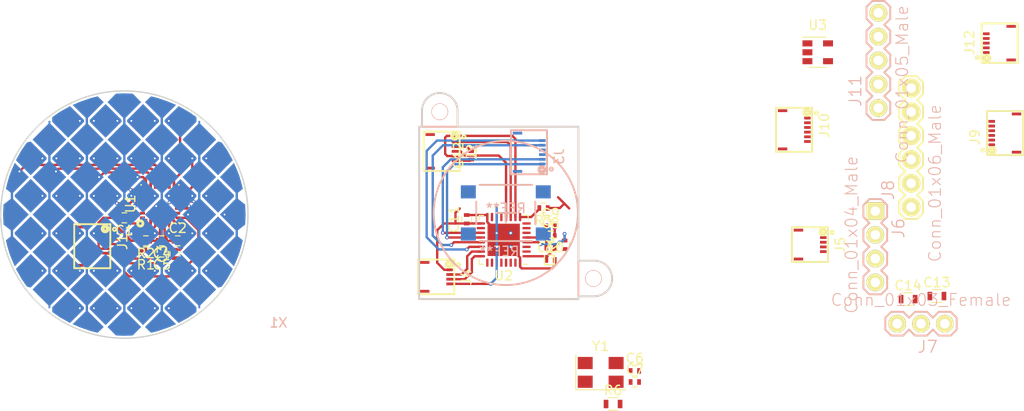
<source format=kicad_pcb>
(kicad_pcb (version 20171130) (host pcbnew "(5.0.0)")

  (general
    (thickness 1.6)
    (drawings 29)
    (tracks 329)
    (zones 0)
    (modules 39)
    (nets 72)
  )

  (page A4)
  (layers
    (0 F.Cu signal)
    (1 In1.Cu power)
    (2 In2.Cu signal)
    (31 B.Cu signal)
    (33 F.Adhes user hide)
    (35 F.Paste user hide)
    (37 F.SilkS user)
    (39 F.Mask user hide)
    (40 Dwgs.User user)
    (41 Cmts.User user)
    (42 Eco1.User user)
    (43 Eco2.User user)
    (44 Edge.Cuts user)
    (45 Margin user hide)
    (46 B.CrtYd user)
    (47 F.CrtYd user hide)
    (49 F.Fab user hide)
  )

  (setup
    (last_trace_width 0.25)
    (trace_clearance 0.018)
    (zone_clearance 0.2)
    (zone_45_only no)
    (trace_min 0.2)
    (segment_width 0.2)
    (edge_width 0.15)
    (via_size 0.4)
    (via_drill 0.2)
    (via_min_size 0.4)
    (via_min_drill 0.2)
    (uvia_size 0.3)
    (uvia_drill 0.1)
    (uvias_allowed no)
    (uvia_min_size 0.2)
    (uvia_min_drill 0.1)
    (pcb_text_width 0.3)
    (pcb_text_size 1.5 1.5)
    (mod_edge_width 0.15)
    (mod_text_size 1 1)
    (mod_text_width 0.15)
    (pad_size 1.524 1.524)
    (pad_drill 0.762)
    (pad_to_mask_clearance 0.2)
    (aux_axis_origin 0 0)
    (grid_origin 160 80)
    (visible_elements 7FFFF7FF)
    (pcbplotparams
      (layerselection 0x010fc_ffffffff)
      (usegerberextensions false)
      (usegerberattributes false)
      (usegerberadvancedattributes false)
      (creategerberjobfile false)
      (excludeedgelayer true)
      (linewidth 0.100000)
      (plotframeref false)
      (viasonmask false)
      (mode 1)
      (useauxorigin false)
      (hpglpennumber 1)
      (hpglpenspeed 20)
      (hpglpendiameter 15.000000)
      (psnegative false)
      (psa4output false)
      (plotreference true)
      (plotvalue true)
      (plotinvisibletext false)
      (padsonsilk false)
      (subtractmaskfromsilk false)
      (outputformat 1)
      (mirror false)
      (drillshape 1)
      (scaleselection 1)
      (outputdirectory ""))
  )

  (net 0 "")
  (net 1 YA05)
  (net 2 YA04)
  (net 3 YA03)
  (net 4 YA02)
  (net 5 YA01)
  (net 6 YA00)
  (net 7 XA00)
  (net 8 XA01)
  (net 9 XA02)
  (net 10 XA03)
  (net 11 XA04)
  (net 12 XA05)
  (net 13 XA06)
  (net 14 "Net-(C2-Pad2)")
  (net 15 +3V3)
  (net 16 GND)
  (net 17 "Net-(U1-Pad9)")
  (net 18 "Net-(C1-Pad1)")
  (net 19 /SW_IN)
  (net 20 /PGM)
  (net 21 GNDA)
  (net 22 +3.3VA)
  (net 23 "Net-(C8-Pad1)")
  (net 24 /DAC2_OUT1)
  (net 25 /Switch_Out)
  (net 26 /SCL_TP)
  (net 27 /SDA_TP)
  (net 28 "Net-(C7-Pad1)")
  (net 29 "Net-(R6-Pad1)")
  (net 30 /RDY_TP)
  (net 31 "Net-(C6-Pad2)")
  (net 32 "Net-(U2-Pad6)")
  (net 33 "Net-(U2-Pad7)")
  (net 34 "Net-(U2-Pad8)")
  (net 35 /Switch_In)
  (net 36 /DAC1_OUT2)
  (net 37 "Net-(U2-Pad13)")
  (net 38 "Net-(U2-Pad14)")
  (net 39 "Net-(U2-Pad15)")
  (net 40 "Net-(U2-Pad18)")
  (net 41 /SWDIO)
  (net 42 /SWCLK)
  (net 43 "Net-(U2-Pad25)")
  (net 44 "Net-(U2-Pad26)")
  (net 45 "Net-(U2-Pad27)")
  (net 46 "Net-(U2-Pad28)")
  (net 47 "Net-(U2-Pad29)")
  (net 48 "Net-(U2-Pad30)")
  (net 49 "Net-(U2-Pad31)")
  (net 50 /SCL_UC)
  (net 51 /SDA_UC)
  (net 52 /RDY_UC)
  (net 53 "Net-(U1-Pad16)")
  (net 54 "Net-(U1-Pad17)")
  (net 55 "Net-(U1-Pad25)")
  (net 56 "Net-(U1-Pad26)")
  (net 57 /Prog_SWDIO)
  (net 58 /Prog_SWCLK)
  (net 59 "Net-(R4-Pad2)")
  (net 60 /AZO_UNK)
  (net 61 VCC)
  (net 62 +1V8)
  (net 63 "Net-(J1-Pad6)")
  (net 64 /SDA_BO)
  (net 65 /SCL_BO)
  (net 66 /RDY_BO)
  (net 67 /UNK_BO)
  (net 68 /DAC2_OUT1_BO)
  (net 69 /Switch_Out_BO)
  (net 70 "Net-(U1-Pad1)")
  (net 71 "Net-(U3-Pad4)")

  (net_class Default "This is the default net class."
    (clearance 0.018)
    (trace_width 0.25)
    (via_dia 0.4)
    (via_drill 0.2)
    (uvia_dia 0.3)
    (uvia_drill 0.1)
    (add_net +1V8)
    (add_net +3.3VA)
    (add_net +3V3)
    (add_net /AZO_UNK)
    (add_net /DAC1_OUT2)
    (add_net /DAC2_OUT1)
    (add_net /DAC2_OUT1_BO)
    (add_net /PGM)
    (add_net /Prog_SWCLK)
    (add_net /Prog_SWDIO)
    (add_net /RDY_BO)
    (add_net /RDY_TP)
    (add_net /RDY_UC)
    (add_net /SCL_BO)
    (add_net /SCL_TP)
    (add_net /SCL_UC)
    (add_net /SDA_BO)
    (add_net /SDA_TP)
    (add_net /SDA_UC)
    (add_net /SWCLK)
    (add_net /SWDIO)
    (add_net /SW_IN)
    (add_net /Switch_In)
    (add_net /Switch_Out)
    (add_net /Switch_Out_BO)
    (add_net /UNK_BO)
    (add_net GND)
    (add_net GNDA)
    (add_net "Net-(C1-Pad1)")
    (add_net "Net-(C2-Pad2)")
    (add_net "Net-(C6-Pad2)")
    (add_net "Net-(C7-Pad1)")
    (add_net "Net-(C8-Pad1)")
    (add_net "Net-(J1-Pad6)")
    (add_net "Net-(R4-Pad2)")
    (add_net "Net-(R6-Pad1)")
    (add_net "Net-(U1-Pad1)")
    (add_net "Net-(U1-Pad16)")
    (add_net "Net-(U1-Pad17)")
    (add_net "Net-(U1-Pad25)")
    (add_net "Net-(U1-Pad26)")
    (add_net "Net-(U1-Pad9)")
    (add_net "Net-(U2-Pad13)")
    (add_net "Net-(U2-Pad14)")
    (add_net "Net-(U2-Pad15)")
    (add_net "Net-(U2-Pad18)")
    (add_net "Net-(U2-Pad25)")
    (add_net "Net-(U2-Pad26)")
    (add_net "Net-(U2-Pad27)")
    (add_net "Net-(U2-Pad28)")
    (add_net "Net-(U2-Pad29)")
    (add_net "Net-(U2-Pad30)")
    (add_net "Net-(U2-Pad31)")
    (add_net "Net-(U2-Pad6)")
    (add_net "Net-(U2-Pad7)")
    (add_net "Net-(U2-Pad8)")
    (add_net "Net-(U3-Pad4)")
    (add_net VCC)
    (add_net XA00)
    (add_net XA01)
    (add_net XA02)
    (add_net XA03)
    (add_net XA04)
    (add_net XA05)
    (add_net XA06)
    (add_net YA00)
    (add_net YA01)
    (add_net YA02)
    (add_net YA03)
    (add_net YA04)
    (add_net YA05)
  )

  (module IQS572_Library:IQS572 (layer F.Cu) (tedit 5F1DD4E9) (tstamp 5F1C5F57)
    (at 163.804345 78.850603 90)
    (path /5EE2238A)
    (attr smd)
    (fp_text reference U1 (at 0 -3.15 90) (layer F.SilkS)
      (effects (font (size 1 1) (thickness 0.15)))
    )
    (fp_text value IQS572 (at 0 3.15 90) (layer F.Fab)
      (effects (font (size 1 1) (thickness 0.15)))
    )
    (fp_circle (center -1.93 -1.93) (end -1.803509 -1.93) (layer F.CrtYd) (width 0.25))
    (fp_circle (center -2.1 -2.1) (end -1.969616 -2.1) (layer F.SilkS) (width 0.3))
    (fp_line (start -2.3 2.3) (end -2.3 -2.3) (layer F.CrtYd) (width 0.05))
    (fp_line (start 2.3 2.3) (end -2.3 2.3) (layer F.CrtYd) (width 0.05))
    (fp_line (start 2.3 -2.3) (end 2.3 2.3) (layer F.CrtYd) (width 0.05))
    (fp_line (start -2.3 -2.3) (end 2.3 -2.3) (layer F.CrtYd) (width 0.05))
    (fp_line (start -2.025 2.025) (end -2.025 2) (layer F.SilkS) (width 0.15))
    (fp_line (start -2 2.025) (end -2.025 2.025) (layer F.SilkS) (width 0.15))
    (fp_line (start 2.025 2.025) (end 2.025 2) (layer F.SilkS) (width 0.15))
    (fp_line (start 2 2.025) (end 2.025 2.025) (layer F.SilkS) (width 0.15))
    (fp_line (start 2.025 -2.025) (end 2.025 -2) (layer F.SilkS) (width 0.15))
    (fp_line (start 2 -2.025) (end 2.025 -2.025) (layer F.SilkS) (width 0.15))
    (fp_line (start 1.875 -1.875) (end -0.875 -1.875) (layer F.Fab) (width 0.15))
    (fp_line (start 1.875 1.875) (end 1.875 -1.875) (layer F.Fab) (width 0.15))
    (fp_line (start -1.875 1.875) (end 1.875 1.875) (layer F.Fab) (width 0.15))
    (fp_line (start -1.875 -0.875) (end -1.875 1.875) (layer F.Fab) (width 0.15))
    (fp_line (start -0.875 -1.875) (end -1.875 -0.875) (layer F.Fab) (width 0.15))
    (pad 28 smd custom (at -1.5 -1.875 90) (size 0.1 0.1) (layers F.Cu F.Paste F.Mask)
      (net 19 /SW_IN) (zone_connect 0)
      (options (clearance outline) (anchor rect))
      (primitives
        (gr_poly (pts
           (xy 0.15 -0.275) (xy -0.15 -0.275) (xy -0.15 0.125) (xy 0 0.275) (xy 0.15 0.275)
) (width 0))
      ))
    (pad 27 smd rect (at -1 -1.875 90) (size 0.3 0.55) (layers F.Cu F.Paste F.Mask)
      (net 20 /PGM))
    (pad 26 smd rect (at -0.5 -1.875 90) (size 0.3 0.55) (layers F.Cu F.Paste F.Mask)
      (net 56 "Net-(U1-Pad26)"))
    (pad 25 smd rect (at 0 -1.875 90) (size 0.3 0.55) (layers F.Cu F.Paste F.Mask)
      (net 55 "Net-(U1-Pad25)"))
    (pad 24 smd rect (at 0.5 -1.875 90) (size 0.3 0.55) (layers F.Cu F.Paste F.Mask)
      (net 13 XA06))
    (pad 23 smd rect (at 1 -1.875 90) (size 0.3 0.55) (layers F.Cu F.Paste F.Mask)
      (net 12 XA05))
    (pad 22 smd custom (at 1.5 -1.875 90) (size 0.1 0.1) (layers F.Cu F.Paste F.Mask)
      (net 11 XA04) (zone_connect 0)
      (options (clearance outline) (anchor rect))
      (primitives
        (gr_poly (pts
           (xy -0.15 -0.275) (xy -0.15 0.275) (xy 0 0.275) (xy 0.15 0.125) (xy 0.15 -0.275)
) (width 0))
      ))
    (pad 21 smd custom (at 1.875 -1.5 180) (size 0.1 0.1) (layers F.Cu F.Paste F.Mask)
      (net 10 XA03) (zone_connect 0)
      (options (clearance outline) (anchor rect))
      (primitives
        (gr_poly (pts
           (xy -0.15 0.275) (xy 0.15 0.275) (xy 0.15 -0.125) (xy 0 -0.275) (xy -0.15 -0.275)
) (width 0))
      ))
    (pad 20 smd rect (at 1.875 -1 180) (size 0.3 0.55) (layers F.Cu F.Paste F.Mask)
      (net 9 XA02))
    (pad 19 smd rect (at 1.875 -0.5 180) (size 0.3 0.55) (layers F.Cu F.Paste F.Mask)
      (net 8 XA01))
    (pad 18 smd rect (at 1.875 0 180) (size 0.3 0.55) (layers F.Cu F.Paste F.Mask)
      (net 7 XA00))
    (pad 17 smd rect (at 1.875 0.5 180) (size 0.3 0.55) (layers F.Cu F.Paste F.Mask)
      (net 54 "Net-(U1-Pad17)"))
    (pad 16 smd rect (at 1.875 1 180) (size 0.3 0.55) (layers F.Cu F.Paste F.Mask)
      (net 53 "Net-(U1-Pad16)"))
    (pad 15 smd custom (at 1.875 1.5 180) (size 0.1 0.1) (layers F.Cu F.Paste F.Mask)
      (net 1 YA05) (zone_connect 0)
      (options (clearance outline) (anchor rect))
      (primitives
        (gr_poly (pts
           (xy 0.15 0.275) (xy 0.15 -0.275) (xy 0 -0.275) (xy -0.15 -0.125) (xy -0.15 0.275)
) (width 0))
      ))
    (pad 14 smd custom (at 1.5 1.875 90) (size 0.1 0.1) (layers F.Cu F.Paste F.Mask)
      (net 2 YA04) (zone_connect 0)
      (options (clearance outline) (anchor rect))
      (primitives
        (gr_poly (pts
           (xy -0.15 0.275) (xy 0.15 0.275) (xy 0.15 -0.125) (xy 0 -0.275) (xy -0.15 -0.275)
) (width 0))
      ))
    (pad 13 smd rect (at 1 1.875 90) (size 0.3 0.55) (layers F.Cu F.Paste F.Mask)
      (net 3 YA03))
    (pad 12 smd rect (at 0.5 1.875 90) (size 0.3 0.55) (layers F.Cu F.Paste F.Mask)
      (net 4 YA02))
    (pad 11 smd rect (at 0 1.875 90) (size 0.3 0.55) (layers F.Cu F.Paste F.Mask)
      (net 5 YA01))
    (pad 10 smd rect (at -0.5 1.875 90) (size 0.3 0.55) (layers F.Cu F.Paste F.Mask)
      (net 6 YA00))
    (pad 9 smd rect (at -1 1.875 90) (size 0.3 0.55) (layers F.Cu F.Paste F.Mask)
      (net 17 "Net-(U1-Pad9)"))
    (pad 8 smd custom (at -1.5 1.875 90) (size 0.1 0.1) (layers F.Cu F.Paste F.Mask)
      (net 30 /RDY_TP) (zone_connect 0)
      (options (clearance outline) (anchor rect))
      (primitives
        (gr_poly (pts
           (xy 0.15 0.275) (xy 0.15 -0.275) (xy 0 -0.275) (xy -0.15 -0.125) (xy -0.15 0.275)
) (width 0))
      ))
    (pad 7 smd custom (at -1.875 1.5 180) (size 0.1 0.1) (layers F.Cu F.Paste F.Mask)
      (zone_connect 0)
      (options (clearance outline) (anchor rect))
      (primitives
        (gr_poly (pts
           (xy 0.15 -0.275) (xy -0.15 -0.275) (xy -0.15 0.125) (xy 0 0.275) (xy 0.15 0.275)
) (width 0))
      ))
    (pad 6 smd rect (at -1.875 1 180) (size 0.3 0.55) (layers F.Cu F.Paste F.Mask)
      (net 14 "Net-(C2-Pad2)"))
    (pad 5 smd rect (at -1.875 0.5 180) (size 0.3 0.55) (layers F.Cu F.Paste F.Mask)
      (net 21 GNDA))
    (pad 4 smd rect (at -1.875 0 180) (size 0.3 0.55) (layers F.Cu F.Paste F.Mask)
      (net 22 +3.3VA))
    (pad 3 smd rect (at -1.875 -0.5 180) (size 0.3 0.55) (layers F.Cu F.Paste F.Mask)
      (net 26 /SCL_TP))
    (pad 2 smd rect (at -1.875 -1 180) (size 0.3 0.55) (layers F.Cu F.Paste F.Mask)
      (net 27 /SDA_TP))
    (pad 1 smd custom (at -1.875 -1.5 180) (size 0.1 0.1) (layers F.Cu F.Paste F.Mask)
      (net 70 "Net-(U1-Pad1)") (zone_connect 0)
      (options (clearance outline) (anchor rect))
      (primitives
        (gr_poly (pts
           (xy -0.15 -0.275) (xy -0.15 0.275) (xy 0 0.275) (xy 0.15 0.125) (xy 0.15 -0.275)
) (width 0))
      ))
    (model ${KIPRJMOD}/.pretty/IQS572.step
      (offset (xyz -2 -2 0))
      (scale (xyz 1 1 1))
      (rotate (xyz 0 0 0))
    )
  )

  (module ".pretty:Joystick Envelope" (layer B.Cu) (tedit 5F1D535C) (tstamp 5F1D70D7)
    (at 199.975 79.825 180)
    (fp_text reference REF** (at -0.05 -4.1 180) (layer B.SilkS)
      (effects (font (size 1 1) (thickness 0.15)) (justify mirror))
    )
    (fp_text value "Joystick Envelope" (at -0.45 2.7 180) (layer B.Fab)
      (effects (font (size 1 1) (thickness 0.15)) (justify mirror))
    )
    (fp_line (start -1.75 0) (end 0.25 0) (layer B.SilkS) (width 0.2))
    (fp_line (start -0.75 1) (end -0.75 -1) (layer B.SilkS) (width 0.2))
    (fp_circle (center -0.75 0) (end 6.95 0) (layer B.CrtYd) (width 0.2))
    (fp_line (start -8.5 9.2) (end -8.5 -9.2) (layer B.SilkS) (width 0.2))
    (fp_line (start 8.5 9.2) (end 8.5 -9.2) (layer B.SilkS) (width 0.2))
    (fp_line (start -8.5 -9.2) (end 8.5 -9.2) (layer B.SilkS) (width 0.2))
    (fp_line (start -8.5 9.2) (end 8.5 9.2) (layer B.SilkS) (width 0.2))
    (fp_line (start -8.5 9.2) (end 8.5 9.2) (layer B.CrtYd) (width 0.2))
    (fp_line (start 8.5 9.2) (end 8.5 -9.2) (layer B.CrtYd) (width 0.2))
    (fp_line (start 8.5 -9.2) (end -8.5 -9.2) (layer B.CrtYd) (width 0.2))
    (fp_line (start -8.5 -9.2) (end -8.5 9.2) (layer B.CrtYd) (width 0.2))
    (fp_arc (start 6.3 10.9) (end 4.4 10.9) (angle -180) (layer B.CrtYd) (width 0.2))
    (fp_line (start 4.4 10.9) (end 4.4 9.2) (layer B.CrtYd) (width 0.2))
    (fp_line (start 8.2 10.9) (end 8.2 9.2) (layer B.CrtYd) (width 0.2))
    (fp_circle (center 6.3 10.8) (end 7.1 10.8) (layer B.CrtYd) (width 0.2))
    (fp_arc (start -10.2 -7) (end -10.2 -8.9) (angle -180) (layer B.CrtYd) (width 0.2))
    (fp_circle (center -10.1 -7) (end -10.1 -6.2) (layer B.CrtYd) (width 0.2))
    (fp_line (start -10.2 -5.1) (end -8.5 -5.1) (layer B.CrtYd) (width 0.2))
    (fp_line (start -10.2 -8.9) (end -8.5 -8.9) (layer B.CrtYd) (width 0.2))
    (fp_arc (start -10.2 -7) (end -10.2 -8.9) (angle -180) (layer B.SilkS) (width 0.2))
    (fp_circle (center -10.1 -7) (end -10.1 -6.2) (layer B.SilkS) (width 0.2))
    (fp_line (start -10.2 -5.1) (end -8.5 -5.1) (layer B.SilkS) (width 0.2))
    (fp_line (start -10.2 -8.9) (end -8.5 -8.9) (layer B.SilkS) (width 0.2))
    (fp_arc (start 6.3 10.9) (end 4.4 10.9) (angle -180) (layer B.SilkS) (width 0.2))
    (fp_line (start 8.2 10.9) (end 8.2 9.2) (layer B.SilkS) (width 0.2))
    (fp_line (start 4.4 10.9) (end 4.4 9.2) (layer B.SilkS) (width 0.2))
    (fp_circle (center 6.3 10.8) (end 7.1 10.8) (layer B.SilkS) (width 0.2))
    (fp_circle (center -0.75 0) (end 6.95 0) (layer B.SilkS) (width 0.2))
    (fp_line (start -0.75 1) (end -0.75 -1) (layer B.CrtYd) (width 0.2))
    (fp_line (start -1.75 0) (end 0.25 0) (layer B.CrtYd) (width 0.2))
    (pad 0 thru_hole circle (at 6.3 10.8 180) (size 1.65 1.65) (drill 1.65) (layers *.Cu *.Mask))
    (pad 0 thru_hole circle (at -10.1 -7 180) (size 1.65 1.65) (drill 1.65) (layers *.Cu *.Mask))
  )

  (module .pretty:503480-0600 (layer F.Cu) (tedit 5F19E2F3) (tstamp 5F1C20A3)
    (at 158 83.375 270)
    (path /5F1F693D)
    (fp_text reference J1 (at -0.45 -1.8 270) (layer F.SilkS)
      (effects (font (size 1 1) (thickness 0.15)))
    )
    (fp_text value Conn_01x06_Female (at -0.5 -0.5 270) (layer F.Fab)
      (effects (font (size 1 1) (thickness 0.15)))
    )
    (fp_line (start -0.5 2.175) (end 0.5 2.175) (layer F.CrtYd) (width 0.2))
    (fp_line (start 0 1.675) (end 0 2.675) (layer F.CrtYd) (width 0.2))
    (fp_line (start -2.3 -0.45) (end -2.3 3.25) (layer F.CrtYd) (width 0.2))
    (fp_line (start 2.3 -0.45) (end -2.3 -0.45) (layer F.CrtYd) (width 0.2))
    (fp_line (start 2.3 3.25) (end 2.3 -0.45) (layer F.CrtYd) (width 0.2))
    (fp_line (start -2.3 3.25) (end 2.3 3.25) (layer F.CrtYd) (width 0.2))
    (fp_circle (center -1.85 0.05) (end -1.779289 0.05) (layer F.SilkS) (width 0.4))
    (fp_circle (center -1.8 -0.95) (end -1.75 -0.9) (layer F.SilkS) (width 0.2))
    (fp_line (start 2.35 3.35) (end 2.35 -0.5) (layer F.SilkS) (width 0.2))
    (fp_line (start -2.35 -0.5) (end 2.35 -0.5) (layer F.SilkS) (width 0.2))
    (fp_line (start -2.35 3.35) (end -2.35 -0.5) (layer F.SilkS) (width 0.2))
    (fp_line (start -2.35 3.35) (end 2.35 3.35) (layer F.SilkS) (width 0.2))
    (pad 6 smd rect (at 1.25 0 270) (size 0.3 0.7) (layers F.Cu F.Paste F.Mask)
      (net 63 "Net-(J1-Pad6)"))
    (pad 5 smd rect (at 0.75 0 270) (size 0.3 0.7) (layers F.Cu F.Paste F.Mask)
      (net 30 /RDY_TP))
    (pad 0 smd rect (at 2.04 2.65 270) (size 0.3 1) (layers F.Cu F.Paste F.Mask))
    (pad 0 smd rect (at -2.04 2.65 270) (size 0.3 1) (layers F.Cu F.Paste F.Mask))
    (pad 4 smd rect (at 0.25 0 270) (size 0.3 0.7) (layers F.Cu F.Paste F.Mask)
      (net 21 GNDA))
    (pad 3 smd rect (at -0.25 0 270) (size 0.3 0.7) (layers F.Cu F.Paste F.Mask)
      (net 22 +3.3VA))
    (pad 2 smd rect (at -0.75 0 270) (size 0.3 0.7) (layers F.Cu F.Paste F.Mask)
      (net 26 /SCL_TP))
    (pad 1 smd roundrect (at -1.25 0 270) (size 0.3 0.7) (layers F.Cu F.Paste F.Mask) (roundrect_rratio 0.25)
      (net 27 /SDA_TP))
  )

  (module Custom_Touchpad:Touchpad (layer B.Cu) (tedit 5F1C039C) (tstamp 5F1C0751)
    (at 160 80)
    (path /5F1BAD65)
    (fp_text reference X1 (at 16.45 11.55) (layer B.SilkS)
      (effects (font (size 1 1) (thickness 0.15)) (justify mirror))
    )
    (fp_text value Custom_Touchpad (at 19.925 13.425) (layer B.Fab)
      (effects (font (size 1 1) (thickness 0.15)) (justify mirror))
    )
    (fp_line (start 0 13) (end 0 -13) (layer B.CrtYd) (width 0.2))
    (fp_line (start 13 0) (end -13 0) (layer B.CrtYd) (width 0.2))
    (fp_circle (center 0 0) (end 8 0) (layer B.CrtYd) (width 0.2))
    (fp_circle (center 0 0) (end 13 0) (layer B.CrtYd) (width 0.1))
    (pad YA02 thru_hole circle (at 8.75 2 180) (size 0.4 0.4) (drill 0.2) (layers *.Cu *.Mask)
      (net 4 YA02))
    (pad YA02 thru_hole circle (at 4.75 2 180) (size 0.4 0.4) (drill 0.2) (layers *.Cu *.Mask)
      (net 4 YA02))
    (pad YA02 thru_hole circle (at 0.75 2 180) (size 0.4 0.4) (drill 0.2) (layers *.Cu *.Mask)
      (net 4 YA02))
    (pad YA02 thru_hole circle (at -3.25 2 180) (size 0.4 0.4) (drill 0.2) (layers *.Cu *.Mask)
      (net 4 YA02))
    (pad YA02 thru_hole circle (at 7.25 2 180) (size 0.4 0.4) (drill 0.2) (layers *.Cu *.Mask)
      (net 4 YA02))
    (pad YA02 thru_hole circle (at 3.25 2 180) (size 0.4 0.4) (drill 0.2) (layers *.Cu *.Mask)
      (net 4 YA02))
    (pad YA02 thru_hole circle (at -0.75 2 180) (size 0.4 0.4) (drill 0.2) (layers *.Cu *.Mask)
      (net 4 YA02))
    (pad YA02 thru_hole circle (at -4.75 2 180) (size 0.4 0.4) (drill 0.2) (layers *.Cu *.Mask)
      (net 4 YA02))
    (pad YA03 thru_hole circle (at 8.75 -2 180) (size 0.4 0.4) (drill 0.2) (layers *.Cu *.Mask)
      (net 3 YA03))
    (pad YA03 thru_hole circle (at 4.75 -2 180) (size 0.4 0.4) (drill 0.2) (layers *.Cu *.Mask)
      (net 3 YA03))
    (pad YA03 thru_hole circle (at 0.75 -2 180) (size 0.4 0.4) (drill 0.2) (layers *.Cu *.Mask)
      (net 3 YA03))
    (pad YA03 thru_hole circle (at -3.25 -2 180) (size 0.4 0.4) (drill 0.2) (layers *.Cu *.Mask)
      (net 3 YA03))
    (pad YA03 thru_hole circle (at 7.25 -2 180) (size 0.4 0.4) (drill 0.2) (layers *.Cu *.Mask)
      (net 3 YA03))
    (pad YA03 thru_hole circle (at 3.25 -2 180) (size 0.4 0.4) (drill 0.2) (layers *.Cu *.Mask)
      (net 3 YA03))
    (pad YA03 thru_hole circle (at -0.75 -2 180) (size 0.4 0.4) (drill 0.2) (layers *.Cu *.Mask)
      (net 3 YA03))
    (pad YA03 thru_hole circle (at -4.75 -2 180) (size 0.4 0.4) (drill 0.2) (layers *.Cu *.Mask)
      (net 3 YA03))
    (pad YA04 thru_hole circle (at 8.75 -6 180) (size 0.4 0.4) (drill 0.2) (layers *.Cu *.Mask)
      (net 2 YA04))
    (pad YA04 thru_hole circle (at 4.75 -6 180) (size 0.4 0.4) (drill 0.2) (layers *.Cu *.Mask)
      (net 2 YA04))
    (pad YA04 thru_hole circle (at 0.75 -6 180) (size 0.4 0.4) (drill 0.2) (layers *.Cu *.Mask)
      (net 2 YA04))
    (pad YA04 thru_hole circle (at -3.25 -6 180) (size 0.4 0.4) (drill 0.2) (layers *.Cu *.Mask)
      (net 2 YA04))
    (pad YA04 thru_hole circle (at 7.25 -6 180) (size 0.4 0.4) (drill 0.2) (layers *.Cu *.Mask)
      (net 2 YA04))
    (pad YA04 thru_hole circle (at 3.25 -6 180) (size 0.4 0.4) (drill 0.2) (layers *.Cu *.Mask)
      (net 2 YA04))
    (pad YA04 thru_hole circle (at -0.75 -6 180) (size 0.4 0.4) (drill 0.2) (layers *.Cu *.Mask)
      (net 2 YA04))
    (pad YA04 thru_hole circle (at -4.75 -6 180) (size 0.4 0.4) (drill 0.2) (layers *.Cu *.Mask)
      (net 2 YA04))
    (pad YA05 thru_hole circle (at 4.75 -10 180) (size 0.4 0.4) (drill 0.2) (layers *.Cu *.Mask)
      (net 1 YA05))
    (pad YA05 thru_hole circle (at 0.75 -10 180) (size 0.4 0.4) (drill 0.2) (layers *.Cu *.Mask)
      (net 1 YA05))
    (pad YA05 thru_hole circle (at 3.25 -10 180) (size 0.4 0.4) (drill 0.2) (layers *.Cu *.Mask)
      (net 1 YA05))
    (pad YA05 thru_hole circle (at -0.75 -10 180) (size 0.4 0.4) (drill 0.2) (layers *.Cu *.Mask)
      (net 1 YA05))
    (pad YA05 thru_hole circle (at -3.25 -10 180) (size 0.4 0.4) (drill 0.2) (layers *.Cu *.Mask)
      (net 1 YA05))
    (pad YA05 thru_hole circle (at -4.75 -10 180) (size 0.4 0.4) (drill 0.2) (layers *.Cu *.Mask)
      (net 1 YA05))
    (pad YA04 thru_hole circle (at -7.25 -6 180) (size 0.4 0.4) (drill 0.2) (layers *.Cu *.Mask)
      (net 2 YA04))
    (pad YA04 thru_hole circle (at -8.75 -6 180) (size 0.4 0.4) (drill 0.2) (layers *.Cu *.Mask)
      (net 2 YA04))
    (pad YA03 thru_hole circle (at -7.25 -2 180) (size 0.4 0.4) (drill 0.2) (layers *.Cu *.Mask)
      (net 3 YA03))
    (pad YA03 thru_hole circle (at -8.75 -2 180) (size 0.4 0.4) (drill 0.2) (layers *.Cu *.Mask)
      (net 3 YA03))
    (pad YA02 thru_hole circle (at -7.25 2 180) (size 0.4 0.4) (drill 0.2) (layers *.Cu *.Mask)
      (net 4 YA02))
    (pad YA02 thru_hole circle (at -8.75 2 180) (size 0.4 0.4) (drill 0.2) (layers *.Cu *.Mask)
      (net 4 YA02))
    (pad YA01 thru_hole circle (at 8.75 6 180) (size 0.4 0.4) (drill 0.2) (layers *.Cu *.Mask)
      (net 5 YA01))
    (pad YA01 thru_hole circle (at 4.75 6 180) (size 0.4 0.4) (drill 0.2) (layers *.Cu *.Mask)
      (net 5 YA01))
    (pad YA01 thru_hole circle (at 0.75 6 180) (size 0.4 0.4) (drill 0.2) (layers *.Cu *.Mask)
      (net 5 YA01))
    (pad YA01 thru_hole circle (at -3.25 6 180) (size 0.4 0.4) (drill 0.2) (layers *.Cu *.Mask)
      (net 5 YA01))
    (pad YA01 thru_hole circle (at 7.25 6 180) (size 0.4 0.4) (drill 0.2) (layers *.Cu *.Mask)
      (net 5 YA01))
    (pad YA01 thru_hole circle (at 3.25 6 180) (size 0.4 0.4) (drill 0.2) (layers *.Cu *.Mask)
      (net 5 YA01))
    (pad YA01 thru_hole circle (at -0.75 6 180) (size 0.4 0.4) (drill 0.2) (layers *.Cu *.Mask)
      (net 5 YA01))
    (pad YA01 thru_hole circle (at -4.75 6 180) (size 0.4 0.4) (drill 0.2) (layers *.Cu *.Mask)
      (net 5 YA01))
    (pad YA01 thru_hole circle (at -7.25 6 180) (size 0.4 0.4) (drill 0.2) (layers *.Cu *.Mask)
      (net 5 YA01))
    (pad YA01 thru_hole circle (at -8.75 6 180) (size 0.4 0.4) (drill 0.2) (layers *.Cu *.Mask)
      (net 5 YA01))
    (pad YA00 thru_hole circle (at 4.75 10 180) (size 0.4 0.4) (drill 0.2) (layers *.Cu *.Mask)
      (net 6 YA00))
    (pad YA00 thru_hole circle (at 0.75 10 180) (size 0.4 0.4) (drill 0.2) (layers *.Cu *.Mask)
      (net 6 YA00))
    (pad YA00 thru_hole circle (at 3.25 10 180) (size 0.4 0.4) (drill 0.2) (layers *.Cu *.Mask)
      (net 6 YA00))
    (pad YA00 thru_hole circle (at -0.75 10 180) (size 0.4 0.4) (drill 0.2) (layers *.Cu *.Mask)
      (net 6 YA00))
    (pad YA00 thru_hole circle (at -3.25 10 180) (size 0.4 0.4) (drill 0.2) (layers *.Cu *.Mask)
      (net 6 YA00))
    (pad YA00 thru_hole circle (at -4.75 10 180) (size 0.4 0.4) (drill 0.2) (layers *.Cu *.Mask)
      (net 6 YA00))
    (pad YA05 smd custom (at 6 -10 180) (size 0.5 0.5) (layers B.Cu B.Paste B.Mask)
      (net 1 YA05) (zone_connect 0)
      (options (clearance outline) (anchor rect))
      (primitives
        (gr_poly (pts
           (xy 1.7 0.1) (xy 1.7 -0.1) (xy 0 -1.8) (xy -1.7 -0.1) (xy -1.7 0.4)
           (xy -0.875 0.975) (xy 0.2 1.575)) (width 0))
      ))
    (pad YA00 smd custom (at -6 10) (size 0.5 0.5) (layers B.Cu B.Paste B.Mask)
      (net 6 YA00) (zone_connect 0)
      (options (clearance outline) (anchor rect))
      (primitives
        (gr_poly (pts
           (xy 1.7 0.1) (xy 1.7 -0.1) (xy 0 -1.8) (xy -1.7 -0.1) (xy -1.7 0.4)
           (xy -0.875 0.975) (xy 0.2 1.575)) (width 0))
      ))
    (pad YA01 smd custom (at 10 6 90) (size 0.5 0.5) (layers B.Cu B.Paste B.Mask)
      (net 5 YA01) (zone_connect 0)
      (options (clearance outline) (anchor rect))
      (primitives
        (gr_poly (pts
           (xy 1.8 0) (xy 0.1 -1.7) (xy -0.1 -1.7) (xy -1.8 0) (xy -1.7 0.4)
           (xy -0.875 0.975) (xy 0.2 1.575)) (width 0))
      ))
    (pad YA04 smd custom (at -10 -6 270) (size 0.5 0.5) (layers B.Cu B.Paste B.Mask)
      (net 2 YA04) (zone_connect 0)
      (options (clearance outline) (anchor rect))
      (primitives
        (gr_poly (pts
           (xy 1.8 0) (xy 0.1 -1.7) (xy -0.1 -1.7) (xy -1.8 0) (xy -1.7 0.4)
           (xy -0.875 0.975) (xy 0.2 1.575)) (width 0))
      ))
    (pad XA03 smd custom (at 0 0 180) (size 1 1) (layers B.Cu B.Paste B.Mask)
      (net 10 XA03) (zone_connect 0)
      (options (clearance outline) (anchor rect))
      (primitives
        (gr_poly (pts
           (xy 1.8 0) (xy 0.1 -1.7) (xy 0.1 -2) (xy -0.1 -2) (xy -0.1 -1.7)
           (xy -1.8 0) (xy -0.1 1.7) (xy -0.1 2) (xy 0.1 2) (xy 0.1 1.7)
) (width 0))
      ))
    (pad XA03 smd custom (at 0 -4 180) (size 1 1) (layers B.Cu B.Paste B.Mask)
      (net 10 XA03) (zone_connect 0)
      (options (clearance outline) (anchor rect))
      (primitives
        (gr_poly (pts
           (xy 1.8 0) (xy 0.1 -1.7) (xy 0.1 -2) (xy -0.1 -2) (xy -0.1 -1.7)
           (xy -1.8 0) (xy -0.1 1.7) (xy -0.1 2) (xy 0.1 2) (xy 0.1 1.7)
) (width 0))
      ))
    (pad XA03 smd custom (at 0 -8 180) (size 1 1) (layers B.Cu B.Paste B.Mask)
      (net 10 XA03) (zone_connect 0)
      (options (clearance outline) (anchor rect))
      (primitives
        (gr_poly (pts
           (xy 1.8 0) (xy 0.1 -1.7) (xy 0.1 -2) (xy -0.1 -2) (xy -0.1 -1.7)
           (xy -1.8 0) (xy -0.1 1.7) (xy -0.1 2) (xy 0.1 2) (xy 0.1 1.7)
) (width 0))
      ))
    (pad XA03 smd custom (at 0 -12 180) (size 1 1) (layers B.Cu B.Paste B.Mask)
      (net 10 XA03) (zone_connect 0)
      (options (clearance outline) (anchor rect))
      (primitives
        (gr_poly (pts
           (xy 1.8 0) (xy 0.1 -1.7) (xy 0.1 -2) (xy -0.1 -2) (xy -0.1 -1.7)
           (xy -1.8 0) (xy -0.9 0.91) (xy -0.1 0.94) (xy 0.1 0.94) (xy 0.9 0.91)
) (width 0))
      ))
    (pad XA03 smd custom (at 0 12) (size 1 1) (layers B.Cu B.Paste B.Mask)
      (net 10 XA03) (zone_connect 0)
      (options (clearance outline) (anchor rect))
      (primitives
        (gr_poly (pts
           (xy 1.8 0) (xy 0.1 -1.7) (xy 0.1 -2) (xy -0.1 -2) (xy -0.1 -1.7)
           (xy -1.8 0) (xy -0.9 0.91) (xy -0.1 0.94) (xy 0.1 0.94) (xy 0.9 0.91)
) (width 0))
      ))
    (pad XA03 smd custom (at 0 4 180) (size 1 1) (layers B.Cu B.Paste B.Mask)
      (net 10 XA03) (zone_connect 0)
      (options (clearance outline) (anchor rect))
      (primitives
        (gr_poly (pts
           (xy 1.8 0) (xy 0.1 -1.7) (xy 0.1 -2) (xy -0.1 -2) (xy -0.1 -1.7)
           (xy -1.8 0) (xy -0.1 1.7) (xy -0.1 2) (xy 0.1 2) (xy 0.1 1.7)
) (width 0))
      ))
    (pad XA03 smd custom (at 0 8 180) (size 1 1) (layers B.Cu B.Paste B.Mask)
      (net 10 XA03) (zone_connect 0)
      (options (clearance outline) (anchor rect))
      (primitives
        (gr_poly (pts
           (xy 1.8 0) (xy 0.1 -1.7) (xy 0.1 -2) (xy -0.1 -2) (xy -0.1 -1.7)
           (xy -1.8 0) (xy -0.1 1.7) (xy -0.1 2) (xy 0.1 2) (xy 0.1 1.7)
) (width 0))
      ))
    (pad XA02 smd custom (at -4 8 180) (size 1 1) (layers B.Cu B.Paste B.Mask)
      (net 9 XA02) (zone_connect 0)
      (options (clearance outline) (anchor rect))
      (primitives
        (gr_poly (pts
           (xy 1.8 0) (xy 0.1 -1.7) (xy 0.1 -2) (xy -0.1 -2) (xy -0.1 -1.7)
           (xy -1.8 0) (xy -0.1 1.7) (xy -0.1 2) (xy 0.1 2) (xy 0.1 1.7)
) (width 0))
      ))
    (pad XA01 smd custom (at -8 8 180) (size 1 1) (layers B.Cu B.Paste B.Mask)
      (net 8 XA01) (zone_connect 0)
      (options (clearance outline) (anchor rect))
      (primitives
        (gr_poly (pts
           (xy 1.8 0) (xy 0.1 -1.7) (xy 0.1 -2) (xy -0.1 -2) (xy -0.1 -1.7)
           (xy -1.8 0) (xy -0.1 1.7) (xy -0.1 2) (xy 0.1 2) (xy 0.1 1.7)
) (width 0))
      ))
    (pad XA02 smd custom (at -4 -8 180) (size 1 1) (layers B.Cu B.Paste B.Mask)
      (net 9 XA02) (zone_connect 0)
      (options (clearance outline) (anchor rect))
      (primitives
        (gr_poly (pts
           (xy 1.8 0) (xy 0.1 -1.7) (xy 0.1 -2) (xy -0.1 -2) (xy -0.1 -1.7)
           (xy -1.8 0) (xy -0.1 1.7) (xy -0.1 2) (xy 0.1 2) (xy 0.1 1.7)
) (width 0))
      ))
    (pad XA01 smd custom (at -8 -8 180) (size 1 1) (layers B.Cu B.Paste B.Mask)
      (net 8 XA01) (zone_connect 0)
      (options (clearance outline) (anchor rect))
      (primitives
        (gr_poly (pts
           (xy 1.8 0) (xy 0.1 -1.7) (xy 0.1 -2) (xy -0.1 -2) (xy -0.1 -1.7)
           (xy -1.8 0) (xy -0.1 1.7) (xy -0.1 2) (xy 0.1 2) (xy 0.1 1.7)
) (width 0))
      ))
    (pad XA02 smd custom (at -4 0 180) (size 1 1) (layers B.Cu B.Paste B.Mask)
      (net 9 XA02) (zone_connect 0)
      (options (clearance outline) (anchor rect))
      (primitives
        (gr_poly (pts
           (xy 1.8 0) (xy 0.1 -1.7) (xy 0.1 -2) (xy -0.1 -2) (xy -0.1 -1.7)
           (xy -1.8 0) (xy -0.1 1.7) (xy -0.1 2) (xy 0.1 2) (xy 0.1 1.7)
) (width 0))
      ))
    (pad XA01 smd custom (at -8 0 180) (size 1 1) (layers B.Cu B.Paste B.Mask)
      (net 8 XA01) (zone_connect 0)
      (options (clearance outline) (anchor rect))
      (primitives
        (gr_poly (pts
           (xy 1.8 0) (xy 0.1 -1.7) (xy 0.1 -2) (xy -0.1 -2) (xy -0.1 -1.7)
           (xy -1.8 0) (xy -0.1 1.7) (xy -0.1 2) (xy 0.1 2) (xy 0.1 1.7)
) (width 0))
      ))
    (pad XA02 smd custom (at -4 -4 180) (size 1 1) (layers B.Cu B.Paste B.Mask)
      (net 9 XA02) (zone_connect 0)
      (options (clearance outline) (anchor rect))
      (primitives
        (gr_poly (pts
           (xy 1.8 0) (xy 0.1 -1.7) (xy 0.1 -2) (xy -0.1 -2) (xy -0.1 -1.7)
           (xy -1.8 0) (xy -0.1 1.7) (xy -0.1 2) (xy 0.1 2) (xy 0.1 1.7)
) (width 0))
      ))
    (pad XA01 smd custom (at -8 -4 180) (size 1 1) (layers B.Cu B.Paste B.Mask)
      (net 8 XA01) (zone_connect 0)
      (options (clearance outline) (anchor rect))
      (primitives
        (gr_poly (pts
           (xy 1.8 0) (xy 0.1 -1.7) (xy 0.1 -2) (xy -0.1 -2) (xy -0.1 -1.7)
           (xy -1.8 0) (xy -0.1 1.7) (xy -0.1 2) (xy 0.1 2) (xy 0.1 1.7)
) (width 0))
      ))
    (pad XA02 smd custom (at -4 4 180) (size 1 1) (layers B.Cu B.Paste B.Mask)
      (net 9 XA02) (zone_connect 0)
      (options (clearance outline) (anchor rect))
      (primitives
        (gr_poly (pts
           (xy 1.8 0) (xy 0.1 -1.7) (xy 0.1 -2) (xy -0.1 -2) (xy -0.1 -1.7)
           (xy -1.8 0) (xy -0.1 1.7) (xy -0.1 2) (xy 0.1 2) (xy 0.1 1.7)
) (width 0))
      ))
    (pad XA01 smd custom (at -8 4 180) (size 1 1) (layers B.Cu B.Paste B.Mask)
      (net 8 XA01) (zone_connect 0)
      (options (clearance outline) (anchor rect))
      (primitives
        (gr_poly (pts
           (xy 1.8 0) (xy 0.1 -1.7) (xy 0.1 -2) (xy -0.1 -2) (xy -0.1 -1.7)
           (xy -1.8 0) (xy -0.1 1.7) (xy -0.1 2) (xy 0.1 2) (xy 0.1 1.7)
) (width 0))
      ))
    (pad XA04 smd custom (at 4 8 180) (size 1 1) (layers B.Cu B.Paste B.Mask)
      (net 11 XA04) (zone_connect 0)
      (options (clearance outline) (anchor rect))
      (primitives
        (gr_poly (pts
           (xy 1.8 0) (xy 0.1 -1.7) (xy 0.1 -2) (xy -0.1 -2) (xy -0.1 -1.7)
           (xy -1.8 0) (xy -0.1 1.7) (xy -0.1 2) (xy 0.1 2) (xy 0.1 1.7)
) (width 0))
      ))
    (pad XA05 smd custom (at 8 8 180) (size 1 1) (layers B.Cu B.Paste B.Mask)
      (net 12 XA05) (zone_connect 0)
      (options (clearance outline) (anchor rect))
      (primitives
        (gr_poly (pts
           (xy 1.8 0) (xy 0.1 -1.7) (xy 0.1 -2) (xy -0.1 -2) (xy -0.1 -1.7)
           (xy -1.8 0) (xy -0.1 1.7) (xy -0.1 2) (xy 0.1 2) (xy 0.1 1.7)
) (width 0))
      ))
    (pad XA04 smd custom (at 4 -12 180) (size 0.11 0.11) (layers B.Cu B.Paste B.Mask)
      (net 11 XA04) (zone_connect 0)
      (options (clearance outline) (anchor rect))
      (primitives
        (gr_poly (pts
           (xy 1.8 0) (xy 0.1 -1.7) (xy 0.1 -2) (xy -0.1 -2) (xy -0.1 -1.7)
           (xy -1.525 -0.3) (xy -0.775 0.025) (xy -0.35 0.175) (xy 0.45 0.45) (xy 1.15 0.625)
) (width 0))
      ))
    (pad XA04 smd custom (at 4 -8 180) (size 1 1) (layers B.Cu B.Paste B.Mask)
      (net 11 XA04) (zone_connect 0)
      (options (clearance outline) (anchor rect))
      (primitives
        (gr_poly (pts
           (xy 1.8 0) (xy 0.1 -1.7) (xy 0.1 -2) (xy -0.1 -2) (xy -0.1 -1.7)
           (xy -1.8 0) (xy -0.1 1.7) (xy -0.1 2) (xy 0.1 2) (xy 0.1 1.7)
) (width 0))
      ))
    (pad XA05 smd custom (at 8 -8 180) (size 1 1) (layers B.Cu B.Paste B.Mask)
      (net 12 XA05) (zone_connect 0)
      (options (clearance outline) (anchor rect))
      (primitives
        (gr_poly (pts
           (xy 1.8 0) (xy 0.1 -1.7) (xy 0.1 -2) (xy -0.1 -2) (xy -0.1 -1.7)
           (xy -1.8 0) (xy -0.1 1.7) (xy -0.1 2) (xy 0.1 2) (xy 0.1 1.7)
) (width 0))
      ))
    (pad XA04 smd custom (at 4 0 180) (size 1 1) (layers B.Cu B.Paste B.Mask)
      (net 11 XA04) (zone_connect 0)
      (options (clearance outline) (anchor rect))
      (primitives
        (gr_poly (pts
           (xy 1.8 0) (xy 0.1 -1.7) (xy 0.1 -2) (xy -0.1 -2) (xy -0.1 -1.7)
           (xy -1.8 0) (xy -0.1 1.7) (xy -0.1 2) (xy 0.1 2) (xy 0.1 1.7)
) (width 0))
      ))
    (pad XA05 smd custom (at 8 0 180) (size 1 1) (layers B.Cu B.Paste B.Mask)
      (net 12 XA05) (zone_connect 0)
      (options (clearance outline) (anchor rect))
      (primitives
        (gr_poly (pts
           (xy 1.8 0) (xy 0.1 -1.7) (xy 0.1 -2) (xy -0.1 -2) (xy -0.1 -1.7)
           (xy -1.8 0) (xy -0.1 1.7) (xy -0.1 2) (xy 0.1 2) (xy 0.1 1.7)
) (width 0))
      ))
    (pad XA06 smd custom (at 12 0) (size 1 1) (layers B.Cu B.Paste B.Mask)
      (net 13 XA06) (zone_connect 0)
      (options (clearance outline) (anchor rect))
      (primitives
        (gr_poly (pts
           (xy 0.1 -1.7) (xy 0.1 -2) (xy -0.1 -2) (xy -0.1 -1.7) (xy -1.8 0)
           (xy -0.1 1.7) (xy -0.1 2) (xy 0.1 2) (xy 0.1 1.7) (xy 0.9 1.075)
           (xy 0.95 0) (xy 0.9 -1.075)) (width 0))
      ))
    (pad XA04 smd custom (at 4 -4 180) (size 1 1) (layers B.Cu B.Paste B.Mask)
      (net 11 XA04) (zone_connect 0)
      (options (clearance outline) (anchor rect))
      (primitives
        (gr_poly (pts
           (xy 1.8 0) (xy 0.1 -1.7) (xy 0.1 -2) (xy -0.1 -2) (xy -0.1 -1.7)
           (xy -1.8 0) (xy -0.1 1.7) (xy -0.1 2) (xy 0.1 2) (xy 0.1 1.7)
) (width 0))
      ))
    (pad XA05 smd custom (at 8 -4 180) (size 1 1) (layers B.Cu B.Paste B.Mask)
      (net 12 XA05) (zone_connect 0)
      (options (clearance outline) (anchor rect))
      (primitives
        (gr_poly (pts
           (xy 1.8 0) (xy 0.1 -1.7) (xy 0.1 -2) (xy -0.1 -2) (xy -0.1 -1.7)
           (xy -1.8 0) (xy -0.1 1.7) (xy -0.1 2) (xy 0.1 2) (xy 0.1 1.7)
) (width 0))
      ))
    (pad XA04 smd custom (at 4 4 180) (size 1 1) (layers B.Cu B.Paste B.Mask)
      (net 11 XA04) (zone_connect 0)
      (options (clearance outline) (anchor rect))
      (primitives
        (gr_poly (pts
           (xy 1.8 0) (xy 0.1 -1.7) (xy 0.1 -2) (xy -0.1 -2) (xy -0.1 -1.7)
           (xy -1.8 0) (xy -0.1 1.7) (xy -0.1 2) (xy 0.1 2) (xy 0.1 1.7)
) (width 0))
      ))
    (pad XA05 smd custom (at 8 4) (size 1 1) (layers B.Cu B.Paste B.Mask)
      (net 12 XA05) (zone_connect 0)
      (options (clearance outline) (anchor rect))
      (primitives
        (gr_poly (pts
           (xy 1.8 0) (xy 0.1 -1.7) (xy 0.1 -2) (xy -0.1 -2) (xy -0.1 -1.7)
           (xy -1.8 0) (xy -0.1 1.7) (xy -0.1 2) (xy 0.1 2) (xy 0.1 1.7)
) (width 0))
      ))
    (pad XA06 smd custom (at 12 4) (size 0.1 0.1) (layers B.Cu B.Paste B.Mask)
      (net 13 XA06) (zone_connect 0)
      (options (clearance outline) (anchor rect))
      (primitives
        (gr_poly (pts
           (xy 0.1 -1.7) (xy 0.1 -2) (xy -0.1 -2) (xy -0.1 -1.7) (xy -1.8 0)
           (xy -0.3 1.525) (xy 0.025 0.775) (xy 0.25 0.2) (xy 0.475 -0.55) (xy 0.65 -1.25)
) (width 0))
      ))
    (pad XA04 smd custom (at 4 12 180) (size 0.11 0.11) (layers B.Cu B.Paste B.Mask)
      (net 11 XA04) (zone_connect 0)
      (options (clearance outline) (anchor rect))
      (primitives
        (gr_poly (pts
           (xy 1.8 0) (xy 0.1 1.7) (xy 0.1 2) (xy -0.1 2) (xy -0.1 1.7)
           (xy -1.525 0.3) (xy -0.775 -0.025) (xy -0.35 -0.175) (xy 0.45 -0.45) (xy 1.15 -0.625)
) (width 0))
      ))
    (pad XA02 smd custom (at -4 12 180) (size 0.11 0.11) (layers B.Cu B.Paste B.Mask)
      (net 9 XA02) (zone_connect 0)
      (options (clearance outline) (anchor rect))
      (primitives
        (gr_poly (pts
           (xy -1.8 0) (xy -0.1 1.7) (xy -0.1 2) (xy 0.1 2) (xy 0.1 1.7)
           (xy 1.525 0.3) (xy 0.775 -0.025) (xy 0.35 -0.175) (xy -0.45 -0.45) (xy -1.15 -0.625)
) (width 0))
      ))
    (pad XA02 smd custom (at -4 -12) (size 0.11 0.11) (layers B.Cu B.Paste B.Mask)
      (net 9 XA02) (zone_connect 0)
      (options (clearance outline) (anchor rect))
      (primitives
        (gr_poly (pts
           (xy 1.8 0) (xy 0.1 1.7) (xy 0.1 2) (xy -0.1 2) (xy -0.1 1.7)
           (xy -1.525 0.3) (xy -0.775 -0.025) (xy -0.35 -0.175) (xy 0.45 -0.45) (xy 1.15 -0.625)
) (width 0))
      ))
    (pad XA00 smd custom (at -12 0 180) (size 1 1) (layers B.Cu B.Paste B.Mask)
      (net 7 XA00) (zone_connect 0)
      (options (clearance outline) (anchor rect))
      (primitives
        (gr_poly (pts
           (xy 0.1 -1.7) (xy 0.1 -2) (xy -0.1 -2) (xy -0.1 -1.7) (xy -1.8 0)
           (xy -0.1 1.7) (xy -0.1 2) (xy 0.1 2) (xy 0.1 1.7) (xy 0.9 1.075)
           (xy 0.95 0) (xy 0.9 -1.075)) (width 0))
      ))
    (pad XA00 smd custom (at -12 -4 180) (size 0.1 0.1) (layers B.Cu B.Paste B.Mask)
      (net 7 XA00) (zone_connect 0)
      (options (clearance outline) (anchor rect))
      (primitives
        (gr_poly (pts
           (xy 0.1 -1.7) (xy 0.1 -2) (xy -0.1 -2) (xy -0.1 -1.7) (xy -1.8 0)
           (xy -0.3 1.525) (xy 0.025 0.775) (xy 0.25 0.2) (xy 0.475 -0.55) (xy 0.65 -1.25)
) (width 0))
      ))
    (pad XA06 smd custom (at 12 -4) (size 0.1 0.1) (layers B.Cu B.Paste B.Mask)
      (net 13 XA06) (zone_connect 0)
      (options (clearance outline) (anchor rect))
      (primitives
        (gr_poly (pts
           (xy 0.1 1.7) (xy 0.1 2) (xy -0.1 2) (xy -0.1 1.7) (xy -1.8 0)
           (xy -0.3 -1.525) (xy 0.025 -0.775) (xy 0.25 -0.2) (xy 0.475 0.55) (xy 0.65 1.25)
) (width 0))
      ))
    (pad XA00 smd custom (at -12 4 180) (size 0.1 0.1) (layers B.Cu B.Paste B.Mask)
      (net 7 XA00) (zone_connect 0)
      (options (clearance outline) (anchor rect))
      (primitives
        (gr_poly (pts
           (xy 0.1 1.7) (xy 0.1 2) (xy -0.1 2) (xy -0.1 1.7) (xy -1.8 0)
           (xy -0.3 -1.525) (xy 0.025 -0.775) (xy 0.25 -0.2) (xy 0.475 0.55) (xy 0.65 1.25)
) (width 0))
      ))
    (pad YA02 smd custom (at 2 2) (size 0.5 0.5) (layers B.Cu B.Paste B.Mask)
      (net 4 YA02) (zone_connect 0)
      (options (clearance outline) (anchor rect))
      (primitives
        (gr_poly (pts
           (xy 1.7 -0.1) (xy 1.7 0.1) (xy 0 1.8) (xy -1.7 0.1) (xy -1.7 -0.1)
           (xy 0 -1.8)) (width 0))
      ))
    (pad YA02 smd custom (at 6 2) (size 0.5 0.5) (layers B.Cu B.Paste B.Mask)
      (net 4 YA02) (zone_connect 0)
      (options (clearance outline) (anchor rect))
      (primitives
        (gr_poly (pts
           (xy 1.7 -0.1) (xy 1.7 0.1) (xy 0 1.8) (xy -1.7 0.1) (xy -1.7 -0.1)
           (xy 0 -1.8)) (width 0))
      ))
    (pad YA02 smd custom (at 10 2) (size 0.5 0.5) (layers B.Cu B.Paste B.Mask)
      (net 4 YA02) (zone_connect 0)
      (options (clearance outline) (anchor rect))
      (primitives
        (gr_poly (pts
           (xy 1.7 -0.1) (xy 1.7 0.1) (xy 0 1.8) (xy -1.7 0.1) (xy -1.7 -0.1)
           (xy 0 -1.8)) (width 0))
      ))
    (pad YA03 smd custom (at 2 -2) (size 0.5 0.5) (layers B.Cu B.Paste B.Mask)
      (net 3 YA03) (zone_connect 0)
      (options (clearance outline) (anchor rect))
      (primitives
        (gr_poly (pts
           (xy 1.7 -0.1) (xy 1.7 0.1) (xy 0 1.8) (xy -1.7 0.1) (xy -1.7 -0.1)
           (xy 0 -1.8)) (width 0))
      ))
    (pad YA03 smd custom (at 6 -2) (size 0.5 0.5) (layers B.Cu B.Paste B.Mask)
      (net 3 YA03) (zone_connect 0)
      (options (clearance outline) (anchor rect))
      (primitives
        (gr_poly (pts
           (xy 1.7 -0.1) (xy 1.7 0.1) (xy 0 1.8) (xy -1.7 0.1) (xy -1.7 -0.1)
           (xy 0 -1.8)) (width 0))
      ))
    (pad YA03 smd custom (at 10 -2) (size 0.5 0.5) (layers B.Cu B.Paste B.Mask)
      (net 3 YA03) (zone_connect 0)
      (options (clearance outline) (anchor rect))
      (primitives
        (gr_poly (pts
           (xy 1.7 -0.1) (xy 1.7 0.1) (xy 0 1.8) (xy -1.7 0.1) (xy -1.7 -0.1)
           (xy 0 -1.8)) (width 0))
      ))
    (pad YA04 smd custom (at 2 -6) (size 0.5 0.5) (layers B.Cu B.Paste B.Mask)
      (net 2 YA04) (zone_connect 0)
      (options (clearance outline) (anchor rect))
      (primitives
        (gr_poly (pts
           (xy 1.7 -0.1) (xy 1.7 0.1) (xy 0 1.8) (xy -1.7 0.1) (xy -1.7 -0.1)
           (xy 0 -1.8)) (width 0))
      ))
    (pad YA04 smd custom (at 6 -6) (size 0.5 0.5) (layers B.Cu B.Paste B.Mask)
      (net 2 YA04) (zone_connect 0)
      (options (clearance outline) (anchor rect))
      (primitives
        (gr_poly (pts
           (xy 1.7 -0.1) (xy 1.7 0.1) (xy 0 1.8) (xy -1.7 0.1) (xy -1.7 -0.1)
           (xy 0 -1.8)) (width 0))
      ))
    (pad YA05 smd custom (at 2 -10) (size 0.5 0.5) (layers B.Cu B.Paste B.Mask)
      (net 1 YA05) (zone_connect 0)
      (options (clearance outline) (anchor rect))
      (primitives
        (gr_poly (pts
           (xy 1.7 -0.1) (xy 1.7 0.1) (xy 0 1.8) (xy -1.7 0.1) (xy -1.7 -0.1)
           (xy 0 -1.8)) (width 0))
      ))
    (pad YA03 smd custom (at -2 -2) (size 0.5 0.5) (layers B.Cu B.Paste B.Mask)
      (net 3 YA03) (zone_connect 0)
      (options (clearance outline) (anchor rect))
      (primitives
        (gr_poly (pts
           (xy 1.7 -0.1) (xy 1.7 0.1) (xy 0 1.8) (xy -1.7 0.1) (xy -1.7 -0.1)
           (xy 0 -1.8)) (width 0))
      ))
    (pad YA03 smd custom (at -6 -2) (size 0.5 0.5) (layers B.Cu B.Paste B.Mask)
      (net 3 YA03) (zone_connect 0)
      (options (clearance outline) (anchor rect))
      (primitives
        (gr_poly (pts
           (xy 1.7 -0.1) (xy 1.7 0.1) (xy 0 1.8) (xy -1.7 0.1) (xy -1.7 -0.1)
           (xy 0 -1.8)) (width 0))
      ))
    (pad YA03 smd custom (at -10 -2) (size 0.5 0.5) (layers B.Cu B.Paste B.Mask)
      (net 3 YA03) (zone_connect 0)
      (options (clearance outline) (anchor rect))
      (primitives
        (gr_poly (pts
           (xy 1.7 -0.1) (xy 1.7 0.1) (xy 0 1.8) (xy -1.7 0.1) (xy -1.7 -0.1)
           (xy 0 -1.8)) (width 0))
      ))
    (pad YA04 smd custom (at -2 -6) (size 0.5 0.5) (layers B.Cu B.Paste B.Mask)
      (net 2 YA04) (zone_connect 0)
      (options (clearance outline) (anchor rect))
      (primitives
        (gr_poly (pts
           (xy 1.7 -0.1) (xy 1.7 0.1) (xy 0 1.8) (xy -1.7 0.1) (xy -1.7 -0.1)
           (xy 0 -1.8)) (width 0))
      ))
    (pad YA04 smd custom (at -6 -6) (size 0.5 0.5) (layers B.Cu B.Paste B.Mask)
      (net 2 YA04) (zone_connect 0)
      (options (clearance outline) (anchor rect))
      (primitives
        (gr_poly (pts
           (xy 1.7 -0.1) (xy 1.7 0.1) (xy 0 1.8) (xy -1.7 0.1) (xy -1.7 -0.1)
           (xy 0 -1.8)) (width 0))
      ))
    (pad YA05 smd custom (at -2 -10) (size 0.5 0.5) (layers B.Cu B.Paste B.Mask)
      (net 1 YA05) (zone_connect 0)
      (options (clearance outline) (anchor rect))
      (primitives
        (gr_poly (pts
           (xy 1.7 -0.1) (xy 1.7 0.1) (xy 0 1.8) (xy -1.7 0.1) (xy -1.7 -0.1)
           (xy 0 -1.8)) (width 0))
      ))
    (pad YA05 smd custom (at -6 -10) (size 0.5 0.5) (layers B.Cu B.Paste B.Mask)
      (net 1 YA05) (zone_connect 0)
      (options (clearance outline) (anchor rect))
      (primitives
        (gr_poly (pts
           (xy 1.7 -0.1) (xy 1.7 0.1) (xy 0 1.8) (xy -1.7 0.1) (xy -1.7 -0.4)
           (xy -0.875 -0.975) (xy 0.2 -1.575)) (width 0))
      ))
    (pad YA02 smd custom (at -2 2) (size 0.5 0.5) (layers B.Cu B.Paste B.Mask)
      (net 4 YA02) (zone_connect 0)
      (options (clearance outline) (anchor rect))
      (primitives
        (gr_poly (pts
           (xy 1.7 -0.1) (xy 1.7 0.1) (xy 0 1.8) (xy -1.7 0.1) (xy -1.7 -0.1)
           (xy 0 -1.8)) (width 0))
      ))
    (pad YA02 smd custom (at -6 2) (size 0.5 0.5) (layers B.Cu B.Paste B.Mask)
      (net 4 YA02) (zone_connect 0)
      (options (clearance outline) (anchor rect))
      (primitives
        (gr_poly (pts
           (xy 1.7 -0.1) (xy 1.7 0.1) (xy 0 1.8) (xy -1.7 0.1) (xy -1.7 -0.1)
           (xy 0 -1.8)) (width 0))
      ))
    (pad YA02 smd custom (at -10 2) (size 0.5 0.5) (layers B.Cu B.Paste B.Mask)
      (net 4 YA02) (zone_connect 0)
      (options (clearance outline) (anchor rect))
      (primitives
        (gr_poly (pts
           (xy 1.7 -0.1) (xy 1.7 0.1) (xy 0 1.8) (xy -1.7 0.1) (xy -1.7 -0.1)
           (xy 0 -1.8)) (width 0))
      ))
    (pad YA01 smd custom (at 6 6) (size 0.5 0.5) (layers B.Cu B.Paste B.Mask)
      (net 5 YA01) (zone_connect 0)
      (options (clearance outline) (anchor rect))
      (primitives
        (gr_poly (pts
           (xy 1.7 -0.1) (xy 1.7 0.1) (xy 0 1.8) (xy -1.7 0.1) (xy -1.7 -0.1)
           (xy 0 -1.8)) (width 0))
      ))
    (pad YA01 smd custom (at 2 6) (size 0.5 0.5) (layers B.Cu B.Paste B.Mask)
      (net 5 YA01) (zone_connect 0)
      (options (clearance outline) (anchor rect))
      (primitives
        (gr_poly (pts
           (xy 1.7 -0.1) (xy 1.7 0.1) (xy 0 1.8) (xy -1.7 0.1) (xy -1.7 -0.1)
           (xy 0 -1.8)) (width 0))
      ))
    (pad YA00 smd custom (at 2 10) (size 0.5 0.5) (layers B.Cu B.Paste B.Mask)
      (net 6 YA00) (zone_connect 0)
      (options (clearance outline) (anchor rect))
      (primitives
        (gr_poly (pts
           (xy 1.7 -0.1) (xy 1.7 0.1) (xy 0 1.8) (xy -1.7 0.1) (xy -1.7 -0.1)
           (xy 0 -1.8)) (width 0))
      ))
    (pad YA01 smd custom (at -2 6) (size 0.5 0.5) (layers B.Cu B.Paste B.Mask)
      (net 5 YA01) (zone_connect 0)
      (options (clearance outline) (anchor rect))
      (primitives
        (gr_poly (pts
           (xy 1.7 -0.1) (xy 1.7 0.1) (xy 0 1.8) (xy -1.7 0.1) (xy -1.7 -0.1)
           (xy 0 -1.8)) (width 0))
      ))
    (pad YA00 smd custom (at -2 10) (size 0.5 0.5) (layers B.Cu B.Paste B.Mask)
      (net 6 YA00) (zone_connect 0)
      (options (clearance outline) (anchor rect))
      (primitives
        (gr_poly (pts
           (xy 1.7 -0.1) (xy 1.7 0.1) (xy 0 1.8) (xy -1.7 0.1) (xy -1.7 -0.1)
           (xy 0 -1.8)) (width 0))
      ))
    (pad YA01 smd custom (at -6 6) (size 0.5 0.5) (layers B.Cu B.Paste B.Mask)
      (net 5 YA01) (zone_connect 0)
      (options (clearance outline) (anchor rect))
      (primitives
        (gr_poly (pts
           (xy 1.7 -0.1) (xy 1.7 0.1) (xy 0 1.8) (xy -1.7 0.1) (xy -1.7 -0.1)
           (xy 0 -1.8)) (width 0))
      ))
    (pad YA00 smd custom (at 6 10 180) (size 0.5 0.5) (layers B.Cu B.Paste B.Mask)
      (net 6 YA00) (zone_connect 0)
      (options (clearance outline) (anchor rect))
      (primitives
        (gr_poly (pts
           (xy 1.7 -0.1) (xy 1.7 0.1) (xy 0 1.8) (xy -1.7 0.1) (xy -1.7 -0.4)
           (xy -0.875 -0.975) (xy 0.2 -1.575)) (width 0))
      ))
    (pad YA04 smd custom (at 10 -6 270) (size 0.5 0.5) (layers B.Cu B.Paste B.Mask)
      (net 2 YA04) (zone_connect 0)
      (options (clearance outline) (anchor rect))
      (primitives
        (gr_poly (pts
           (xy 1.8 0) (xy 0.1 1.7) (xy -0.1 1.7) (xy -1.8 0) (xy -1.7 -0.4)
           (xy -0.875 -0.975) (xy 0.2 -1.575)) (width 0))
      ))
    (pad YA01 smd custom (at -10 6 90) (size 0.5 0.5) (layers B.Cu B.Paste B.Mask)
      (net 5 YA01) (zone_connect 0)
      (options (clearance outline) (anchor rect))
      (primitives
        (gr_poly (pts
           (xy 1.8 0) (xy 0.1 1.7) (xy -0.1 1.7) (xy -1.8 0) (xy -1.7 -0.4)
           (xy -0.875 -0.975) (xy 0.2 -1.575)) (width 0))
      ))
  )

  (module Package_DFN_QFN:QFN-32-1EP_5x5mm_P0.5mm_EP3.45x3.45mm (layer F.Cu) (tedit 5DC5F6A4) (tstamp 5F1A4DD3)
    (at 200.5 82.7 180)
    (descr "QFN, 32 Pin (http://www.analog.com/media/en/package-pcb-resources/package/pkg_pdf/ltc-legacy-qfn/QFN_32_05-08-1693.pdf), generated with kicad-footprint-generator ipc_noLead_generator.py")
    (tags "QFN NoLead")
    (path /5F2602F3)
    (attr smd)
    (fp_text reference U2 (at 0 -3.82 180) (layer F.SilkS)
      (effects (font (size 1 1) (thickness 0.15)))
    )
    (fp_text value STM32L432KBUx (at 0 3.82 180) (layer F.Fab)
      (effects (font (size 1 1) (thickness 0.15)))
    )
    (fp_line (start 2.135 -2.61) (end 2.61 -2.61) (layer F.SilkS) (width 0.12))
    (fp_line (start 2.61 -2.61) (end 2.61 -2.135) (layer F.SilkS) (width 0.12))
    (fp_line (start -2.135 2.61) (end -2.61 2.61) (layer F.SilkS) (width 0.12))
    (fp_line (start -2.61 2.61) (end -2.61 2.135) (layer F.SilkS) (width 0.12))
    (fp_line (start 2.135 2.61) (end 2.61 2.61) (layer F.SilkS) (width 0.12))
    (fp_line (start 2.61 2.61) (end 2.61 2.135) (layer F.SilkS) (width 0.12))
    (fp_line (start -2.135 -2.61) (end -2.61 -2.61) (layer F.SilkS) (width 0.12))
    (fp_line (start -1.5 -2.5) (end 2.5 -2.5) (layer F.Fab) (width 0.1))
    (fp_line (start 2.5 -2.5) (end 2.5 2.5) (layer F.Fab) (width 0.1))
    (fp_line (start 2.5 2.5) (end -2.5 2.5) (layer F.Fab) (width 0.1))
    (fp_line (start -2.5 2.5) (end -2.5 -1.5) (layer F.Fab) (width 0.1))
    (fp_line (start -2.5 -1.5) (end -1.5 -2.5) (layer F.Fab) (width 0.1))
    (fp_line (start -3.12 -3.12) (end -3.12 3.12) (layer F.CrtYd) (width 0.05))
    (fp_line (start -3.12 3.12) (end 3.12 3.12) (layer F.CrtYd) (width 0.05))
    (fp_line (start 3.12 3.12) (end 3.12 -3.12) (layer F.CrtYd) (width 0.05))
    (fp_line (start 3.12 -3.12) (end -3.12 -3.12) (layer F.CrtYd) (width 0.05))
    (fp_text user %R (at 0 0 180) (layer F.Fab)
      (effects (font (size 1 1) (thickness 0.15)))
    )
    (pad 1 smd roundrect (at -2.4375 -1.75 180) (size 0.875 0.25) (layers F.Cu F.Paste F.Mask) (roundrect_rratio 0.25)
      (net 15 +3V3))
    (pad 2 smd roundrect (at -2.4375 -1.25 180) (size 0.875 0.25) (layers F.Cu F.Paste F.Mask) (roundrect_rratio 0.25)
      (net 31 "Net-(C6-Pad2)"))
    (pad 3 smd roundrect (at -2.4375 -0.75 180) (size 0.875 0.25) (layers F.Cu F.Paste F.Mask) (roundrect_rratio 0.25)
      (net 29 "Net-(R6-Pad1)"))
    (pad 4 smd roundrect (at -2.4375 -0.25 180) (size 0.875 0.25) (layers F.Cu F.Paste F.Mask) (roundrect_rratio 0.25)
      (net 59 "Net-(R4-Pad2)"))
    (pad 5 smd roundrect (at -2.4375 0.25 180) (size 0.875 0.25) (layers F.Cu F.Paste F.Mask) (roundrect_rratio 0.25)
      (net 23 "Net-(C8-Pad1)"))
    (pad 6 smd roundrect (at -2.4375 0.75 180) (size 0.875 0.25) (layers F.Cu F.Paste F.Mask) (roundrect_rratio 0.25)
      (net 32 "Net-(U2-Pad6)"))
    (pad 7 smd roundrect (at -2.4375 1.25 180) (size 0.875 0.25) (layers F.Cu F.Paste F.Mask) (roundrect_rratio 0.25)
      (net 33 "Net-(U2-Pad7)"))
    (pad 8 smd roundrect (at -2.4375 1.75 180) (size 0.875 0.25) (layers F.Cu F.Paste F.Mask) (roundrect_rratio 0.25)
      (net 34 "Net-(U2-Pad8)"))
    (pad 9 smd roundrect (at -1.75 2.4375 180) (size 0.25 0.875) (layers F.Cu F.Paste F.Mask) (roundrect_rratio 0.25)
      (net 35 /Switch_In))
    (pad 10 smd roundrect (at -1.25 2.4375 180) (size 0.25 0.875) (layers F.Cu F.Paste F.Mask) (roundrect_rratio 0.25)
      (net 36 /DAC1_OUT2))
    (pad 11 smd roundrect (at -0.75 2.4375 180) (size 0.25 0.875) (layers F.Cu F.Paste F.Mask) (roundrect_rratio 0.25)
      (net 24 /DAC2_OUT1))
    (pad 12 smd roundrect (at -0.25 2.4375 180) (size 0.25 0.875) (layers F.Cu F.Paste F.Mask) (roundrect_rratio 0.25)
      (net 25 /Switch_Out))
    (pad 13 smd roundrect (at 0.25 2.4375 180) (size 0.25 0.875) (layers F.Cu F.Paste F.Mask) (roundrect_rratio 0.25)
      (net 37 "Net-(U2-Pad13)"))
    (pad 14 smd roundrect (at 0.75 2.4375 180) (size 0.25 0.875) (layers F.Cu F.Paste F.Mask) (roundrect_rratio 0.25)
      (net 38 "Net-(U2-Pad14)"))
    (pad 15 smd roundrect (at 1.25 2.4375 180) (size 0.25 0.875) (layers F.Cu F.Paste F.Mask) (roundrect_rratio 0.25)
      (net 39 "Net-(U2-Pad15)"))
    (pad 16 smd roundrect (at 1.75 2.4375 180) (size 0.25 0.875) (layers F.Cu F.Paste F.Mask) (roundrect_rratio 0.25)
      (net 16 GND))
    (pad 17 smd roundrect (at 2.4375 1.75 180) (size 0.875 0.25) (layers F.Cu F.Paste F.Mask) (roundrect_rratio 0.25)
      (net 15 +3V3))
    (pad 18 smd roundrect (at 2.4375 1.25 180) (size 0.875 0.25) (layers F.Cu F.Paste F.Mask) (roundrect_rratio 0.25)
      (net 40 "Net-(U2-Pad18)"))
    (pad 19 smd roundrect (at 2.4375 0.75 180) (size 0.875 0.25) (layers F.Cu F.Paste F.Mask) (roundrect_rratio 0.25)
      (net 50 /SCL_UC))
    (pad 20 smd roundrect (at 2.4375 0.25 180) (size 0.875 0.25) (layers F.Cu F.Paste F.Mask) (roundrect_rratio 0.25)
      (net 51 /SDA_UC))
    (pad 21 smd roundrect (at 2.4375 -0.25 180) (size 0.875 0.25) (layers F.Cu F.Paste F.Mask) (roundrect_rratio 0.25)
      (net 52 /RDY_UC))
    (pad 22 smd roundrect (at 2.4375 -0.75 180) (size 0.875 0.25) (layers F.Cu F.Paste F.Mask) (roundrect_rratio 0.25)
      (net 60 /AZO_UNK))
    (pad 23 smd roundrect (at 2.4375 -1.25 180) (size 0.875 0.25) (layers F.Cu F.Paste F.Mask) (roundrect_rratio 0.25)
      (net 41 /SWDIO))
    (pad 24 smd roundrect (at 2.4375 -1.75 180) (size 0.875 0.25) (layers F.Cu F.Paste F.Mask) (roundrect_rratio 0.25)
      (net 42 /SWCLK))
    (pad 25 smd roundrect (at 1.75 -2.4375 180) (size 0.25 0.875) (layers F.Cu F.Paste F.Mask) (roundrect_rratio 0.25)
      (net 43 "Net-(U2-Pad25)"))
    (pad 26 smd roundrect (at 1.25 -2.4375 180) (size 0.25 0.875) (layers F.Cu F.Paste F.Mask) (roundrect_rratio 0.25)
      (net 44 "Net-(U2-Pad26)"))
    (pad 27 smd roundrect (at 0.75 -2.4375 180) (size 0.25 0.875) (layers F.Cu F.Paste F.Mask) (roundrect_rratio 0.25)
      (net 45 "Net-(U2-Pad27)"))
    (pad 28 smd roundrect (at 0.25 -2.4375 180) (size 0.25 0.875) (layers F.Cu F.Paste F.Mask) (roundrect_rratio 0.25)
      (net 46 "Net-(U2-Pad28)"))
    (pad 29 smd roundrect (at -0.25 -2.4375 180) (size 0.25 0.875) (layers F.Cu F.Paste F.Mask) (roundrect_rratio 0.25)
      (net 47 "Net-(U2-Pad29)"))
    (pad 30 smd roundrect (at -0.75 -2.4375 180) (size 0.25 0.875) (layers F.Cu F.Paste F.Mask) (roundrect_rratio 0.25)
      (net 48 "Net-(U2-Pad30)"))
    (pad 31 smd roundrect (at -1.25 -2.4375 180) (size 0.25 0.875) (layers F.Cu F.Paste F.Mask) (roundrect_rratio 0.25)
      (net 49 "Net-(U2-Pad31)"))
    (pad 32 smd roundrect (at -1.75 -2.4375 180) (size 0.25 0.875) (layers F.Cu F.Paste F.Mask) (roundrect_rratio 0.25)
      (net 16 GND))
    (pad 33 smd rect (at 0 0 180) (size 3.45 3.45) (layers F.Cu F.Mask)
      (net 16 GND))
    (pad "" smd roundrect (at -1.15 -1.15 180) (size 0.93 0.93) (layers F.Paste) (roundrect_rratio 0.25))
    (pad "" smd roundrect (at -1.15 0 180) (size 0.93 0.93) (layers F.Paste) (roundrect_rratio 0.25))
    (pad "" smd roundrect (at -1.15 1.15 180) (size 0.93 0.93) (layers F.Paste) (roundrect_rratio 0.25))
    (pad "" smd roundrect (at 0 -1.15 180) (size 0.93 0.93) (layers F.Paste) (roundrect_rratio 0.25))
    (pad "" smd roundrect (at 0 0 180) (size 0.93 0.93) (layers F.Paste) (roundrect_rratio 0.25))
    (pad "" smd roundrect (at 0 1.15 180) (size 0.93 0.93) (layers F.Paste) (roundrect_rratio 0.25))
    (pad "" smd roundrect (at 1.15 -1.15 180) (size 0.93 0.93) (layers F.Paste) (roundrect_rratio 0.25))
    (pad "" smd roundrect (at 1.15 0 180) (size 0.93 0.93) (layers F.Paste) (roundrect_rratio 0.25))
    (pad "" smd roundrect (at 1.15 1.15 180) (size 0.93 0.93) (layers F.Paste) (roundrect_rratio 0.25))
    (model ${KISYS3DMOD}/Package_DFN_QFN.3dshapes/QFN-32-1EP_5x5mm_P0.5mm_EP3.45x3.45mm.wrl
      (at (xyz 0 0 0))
      (scale (xyz 1 1 1))
      (rotate (xyz 0 0 0))
    )
  )

  (module Resistors_SMD:R_0402 (layer F.Cu) (tedit 58E0A804) (tstamp 5F24922E)
    (at 205.5 82.3)
    (descr "Resistor SMD 0402, reflow soldering, Vishay (see dcrcw.pdf)")
    (tags "resistor 0402")
    (path /5F1B8D25)
    (attr smd)
    (fp_text reference C8 (at 0 -1.35) (layer F.SilkS)
      (effects (font (size 1 1) (thickness 0.15)))
    )
    (fp_text value 100pF (at 0 1.45) (layer F.Fab)
      (effects (font (size 1 1) (thickness 0.15)))
    )
    (fp_line (start 0.8 0.45) (end -0.8 0.45) (layer F.CrtYd) (width 0.05))
    (fp_line (start 0.8 0.45) (end 0.8 -0.45) (layer F.CrtYd) (width 0.05))
    (fp_line (start -0.8 -0.45) (end -0.8 0.45) (layer F.CrtYd) (width 0.05))
    (fp_line (start -0.8 -0.45) (end 0.8 -0.45) (layer F.CrtYd) (width 0.05))
    (fp_line (start -0.25 0.53) (end 0.25 0.53) (layer F.SilkS) (width 0.12))
    (fp_line (start 0.25 -0.53) (end -0.25 -0.53) (layer F.SilkS) (width 0.12))
    (fp_line (start -0.5 -0.25) (end 0.5 -0.25) (layer F.Fab) (width 0.1))
    (fp_line (start 0.5 -0.25) (end 0.5 0.25) (layer F.Fab) (width 0.1))
    (fp_line (start 0.5 0.25) (end -0.5 0.25) (layer F.Fab) (width 0.1))
    (fp_line (start -0.5 0.25) (end -0.5 -0.25) (layer F.Fab) (width 0.1))
    (fp_text user %R (at 0 -1.35) (layer F.Fab)
      (effects (font (size 1 1) (thickness 0.15)))
    )
    (pad 2 smd rect (at 0.45 0) (size 0.4 0.6) (layers F.Cu F.Paste F.Mask)
      (net 16 GND))
    (pad 1 smd rect (at -0.45 0) (size 0.4 0.6) (layers F.Cu F.Paste F.Mask)
      (net 23 "Net-(C8-Pad1)"))
    (model ${KISYS3DMOD}/Resistors_SMD.3dshapes/R_0402.wrl
      (at (xyz 0 0 0))
      (scale (xyz 1 1 1))
      (rotate (xyz 0 0 0))
    )
  )

  (module Resistors_SMD:R_0402 (layer F.Cu) (tedit 58E0A804) (tstamp 5F24923F)
    (at 205.5 81.25)
    (descr "Resistor SMD 0402, reflow soldering, Vishay (see dcrcw.pdf)")
    (tags "resistor 0402")
    (path /5F1BF707)
    (attr smd)
    (fp_text reference C9 (at 0 -1.35) (layer F.SilkS)
      (effects (font (size 1 1) (thickness 0.15)))
    )
    (fp_text value 1uF (at 0 1.45) (layer F.Fab)
      (effects (font (size 1 1) (thickness 0.15)))
    )
    (fp_line (start 0.8 0.45) (end -0.8 0.45) (layer F.CrtYd) (width 0.05))
    (fp_line (start 0.8 0.45) (end 0.8 -0.45) (layer F.CrtYd) (width 0.05))
    (fp_line (start -0.8 -0.45) (end -0.8 0.45) (layer F.CrtYd) (width 0.05))
    (fp_line (start -0.8 -0.45) (end 0.8 -0.45) (layer F.CrtYd) (width 0.05))
    (fp_line (start -0.25 0.53) (end 0.25 0.53) (layer F.SilkS) (width 0.12))
    (fp_line (start 0.25 -0.53) (end -0.25 -0.53) (layer F.SilkS) (width 0.12))
    (fp_line (start -0.5 -0.25) (end 0.5 -0.25) (layer F.Fab) (width 0.1))
    (fp_line (start 0.5 -0.25) (end 0.5 0.25) (layer F.Fab) (width 0.1))
    (fp_line (start 0.5 0.25) (end -0.5 0.25) (layer F.Fab) (width 0.1))
    (fp_line (start -0.5 0.25) (end -0.5 -0.25) (layer F.Fab) (width 0.1))
    (fp_text user %R (at 0 -1.35) (layer F.Fab)
      (effects (font (size 1 1) (thickness 0.15)))
    )
    (pad 2 smd rect (at 0.45 0) (size 0.4 0.6) (layers F.Cu F.Paste F.Mask)
      (net 16 GND))
    (pad 1 smd rect (at -0.45 0) (size 0.4 0.6) (layers F.Cu F.Paste F.Mask)
      (net 23 "Net-(C8-Pad1)"))
    (model ${KISYS3DMOD}/Resistors_SMD.3dshapes/R_0402.wrl
      (at (xyz 0 0 0))
      (scale (xyz 1 1 1))
      (rotate (xyz 0 0 0))
    )
  )

  (module Resistors_SMD:R_0402 (layer F.Cu) (tedit 58E0A804) (tstamp 5F249250)
    (at 205.5 84.85)
    (descr "Resistor SMD 0402, reflow soldering, Vishay (see dcrcw.pdf)")
    (tags "resistor 0402")
    (path /5F1B8EB5)
    (attr smd)
    (fp_text reference C10 (at 0 -1.35) (layer F.SilkS)
      (effects (font (size 1 1) (thickness 0.15)))
    )
    (fp_text value 100pF (at 0 1.45) (layer F.Fab)
      (effects (font (size 1 1) (thickness 0.15)))
    )
    (fp_text user %R (at 0 -1.35) (layer F.Fab)
      (effects (font (size 1 1) (thickness 0.15)))
    )
    (fp_line (start -0.5 0.25) (end -0.5 -0.25) (layer F.Fab) (width 0.1))
    (fp_line (start 0.5 0.25) (end -0.5 0.25) (layer F.Fab) (width 0.1))
    (fp_line (start 0.5 -0.25) (end 0.5 0.25) (layer F.Fab) (width 0.1))
    (fp_line (start -0.5 -0.25) (end 0.5 -0.25) (layer F.Fab) (width 0.1))
    (fp_line (start 0.25 -0.53) (end -0.25 -0.53) (layer F.SilkS) (width 0.12))
    (fp_line (start -0.25 0.53) (end 0.25 0.53) (layer F.SilkS) (width 0.12))
    (fp_line (start -0.8 -0.45) (end 0.8 -0.45) (layer F.CrtYd) (width 0.05))
    (fp_line (start -0.8 -0.45) (end -0.8 0.45) (layer F.CrtYd) (width 0.05))
    (fp_line (start 0.8 0.45) (end 0.8 -0.45) (layer F.CrtYd) (width 0.05))
    (fp_line (start 0.8 0.45) (end -0.8 0.45) (layer F.CrtYd) (width 0.05))
    (pad 1 smd rect (at -0.45 0) (size 0.4 0.6) (layers F.Cu F.Paste F.Mask)
      (net 15 +3V3))
    (pad 2 smd rect (at 0.45 0) (size 0.4 0.6) (layers F.Cu F.Paste F.Mask)
      (net 16 GND))
    (model ${KISYS3DMOD}/Resistors_SMD.3dshapes/R_0402.wrl
      (at (xyz 0 0 0))
      (scale (xyz 1 1 1))
      (rotate (xyz 0 0 0))
    )
  )

  (module Resistors_SMD:R_0402 (layer F.Cu) (tedit 58E0A804) (tstamp 5F249261)
    (at 196.55 80.5 90)
    (descr "Resistor SMD 0402, reflow soldering, Vishay (see dcrcw.pdf)")
    (tags "resistor 0402")
    (path /5F1C5F54)
    (attr smd)
    (fp_text reference C11 (at 0 -1.35 90) (layer F.SilkS)
      (effects (font (size 1 1) (thickness 0.15)))
    )
    (fp_text value 100pF (at 0 1.45 90) (layer F.Fab)
      (effects (font (size 1 1) (thickness 0.15)))
    )
    (fp_text user %R (at 0 -1.35 90) (layer F.Fab)
      (effects (font (size 1 1) (thickness 0.15)))
    )
    (fp_line (start -0.5 0.25) (end -0.5 -0.25) (layer F.Fab) (width 0.1))
    (fp_line (start 0.5 0.25) (end -0.5 0.25) (layer F.Fab) (width 0.1))
    (fp_line (start 0.5 -0.25) (end 0.5 0.25) (layer F.Fab) (width 0.1))
    (fp_line (start -0.5 -0.25) (end 0.5 -0.25) (layer F.Fab) (width 0.1))
    (fp_line (start 0.25 -0.53) (end -0.25 -0.53) (layer F.SilkS) (width 0.12))
    (fp_line (start -0.25 0.53) (end 0.25 0.53) (layer F.SilkS) (width 0.12))
    (fp_line (start -0.8 -0.45) (end 0.8 -0.45) (layer F.CrtYd) (width 0.05))
    (fp_line (start -0.8 -0.45) (end -0.8 0.45) (layer F.CrtYd) (width 0.05))
    (fp_line (start 0.8 0.45) (end 0.8 -0.45) (layer F.CrtYd) (width 0.05))
    (fp_line (start 0.8 0.45) (end -0.8 0.45) (layer F.CrtYd) (width 0.05))
    (pad 1 smd rect (at -0.45 0 90) (size 0.4 0.6) (layers F.Cu F.Paste F.Mask)
      (net 15 +3V3))
    (pad 2 smd rect (at 0.45 0 90) (size 0.4 0.6) (layers F.Cu F.Paste F.Mask)
      (net 16 GND))
    (model ${KISYS3DMOD}/Resistors_SMD.3dshapes/R_0402.wrl
      (at (xyz 0 0 0))
      (scale (xyz 1 1 1))
      (rotate (xyz 0 0 0))
    )
  )

  (module Resistors_SMD:R_0402 (layer F.Cu) (tedit 58E0A804) (tstamp 5F1D7206)
    (at 197.025 73.675 90)
    (descr "Resistor SMD 0402, reflow soldering, Vishay (see dcrcw.pdf)")
    (tags "resistor 0402")
    (path /5F1B8C9D)
    (attr smd)
    (fp_text reference C12 (at 0 -1.35 90) (layer F.SilkS)
      (effects (font (size 1 1) (thickness 0.15)))
    )
    (fp_text value 1uF (at 0 1.45 90) (layer F.Fab)
      (effects (font (size 1 1) (thickness 0.15)))
    )
    (fp_text user %R (at 0 -1.35 90) (layer F.Fab)
      (effects (font (size 1 1) (thickness 0.15)))
    )
    (fp_line (start -0.5 0.25) (end -0.5 -0.25) (layer F.Fab) (width 0.1))
    (fp_line (start 0.5 0.25) (end -0.5 0.25) (layer F.Fab) (width 0.1))
    (fp_line (start 0.5 -0.25) (end 0.5 0.25) (layer F.Fab) (width 0.1))
    (fp_line (start -0.5 -0.25) (end 0.5 -0.25) (layer F.Fab) (width 0.1))
    (fp_line (start 0.25 -0.53) (end -0.25 -0.53) (layer F.SilkS) (width 0.12))
    (fp_line (start -0.25 0.53) (end 0.25 0.53) (layer F.SilkS) (width 0.12))
    (fp_line (start -0.8 -0.45) (end 0.8 -0.45) (layer F.CrtYd) (width 0.05))
    (fp_line (start -0.8 -0.45) (end -0.8 0.45) (layer F.CrtYd) (width 0.05))
    (fp_line (start 0.8 0.45) (end 0.8 -0.45) (layer F.CrtYd) (width 0.05))
    (fp_line (start 0.8 0.45) (end -0.8 0.45) (layer F.CrtYd) (width 0.05))
    (pad 1 smd rect (at -0.45 0 90) (size 0.4 0.6) (layers F.Cu F.Paste F.Mask)
      (net 15 +3V3))
    (pad 2 smd rect (at 0.45 0 90) (size 0.4 0.6) (layers F.Cu F.Paste F.Mask)
      (net 16 GND))
    (model ${KISYS3DMOD}/Resistors_SMD.3dshapes/R_0402.wrl
      (at (xyz 0 0 0))
      (scale (xyz 1 1 1))
      (rotate (xyz 0 0 0))
    )
  )

  (module Resistors_SMD:R_0402 (layer F.Cu) (tedit 58E0A804) (tstamp 5F2492A3)
    (at 205.5 83.55 180)
    (descr "Resistor SMD 0402, reflow soldering, Vishay (see dcrcw.pdf)")
    (tags "resistor 0402")
    (path /5F1D3835)
    (attr smd)
    (fp_text reference L1 (at 0 -1.35 180) (layer F.SilkS)
      (effects (font (size 1 1) (thickness 0.15)))
    )
    (fp_text value Ferrite_Bead_Small (at 0 1.45 180) (layer F.Fab)
      (effects (font (size 1 1) (thickness 0.15)))
    )
    (fp_line (start 0.8 0.45) (end -0.8 0.45) (layer F.CrtYd) (width 0.05))
    (fp_line (start 0.8 0.45) (end 0.8 -0.45) (layer F.CrtYd) (width 0.05))
    (fp_line (start -0.8 -0.45) (end -0.8 0.45) (layer F.CrtYd) (width 0.05))
    (fp_line (start -0.8 -0.45) (end 0.8 -0.45) (layer F.CrtYd) (width 0.05))
    (fp_line (start -0.25 0.53) (end 0.25 0.53) (layer F.SilkS) (width 0.12))
    (fp_line (start 0.25 -0.53) (end -0.25 -0.53) (layer F.SilkS) (width 0.12))
    (fp_line (start -0.5 -0.25) (end 0.5 -0.25) (layer F.Fab) (width 0.1))
    (fp_line (start 0.5 -0.25) (end 0.5 0.25) (layer F.Fab) (width 0.1))
    (fp_line (start 0.5 0.25) (end -0.5 0.25) (layer F.Fab) (width 0.1))
    (fp_line (start -0.5 0.25) (end -0.5 -0.25) (layer F.Fab) (width 0.1))
    (fp_text user %R (at 0 -1.35 180) (layer F.Fab)
      (effects (font (size 1 1) (thickness 0.15)))
    )
    (pad 2 smd rect (at 0.45 0 180) (size 0.4 0.6) (layers F.Cu F.Paste F.Mask)
      (net 23 "Net-(C8-Pad1)"))
    (pad 1 smd rect (at -0.45 0 180) (size 0.4 0.6) (layers F.Cu F.Paste F.Mask)
      (net 15 +3V3))
    (model ${KISYS3DMOD}/Resistors_SMD.3dshapes/R_0402.wrl
      (at (xyz 0 0 0))
      (scale (xyz 1 1 1))
      (rotate (xyz 0 0 0))
    )
  )

  (module Resistors_SMD:R_0603 (layer F.Cu) (tedit 58E0A804) (tstamp 5F2492B4)
    (at 212.175 100.225)
    (descr "Resistor SMD 0603, reflow soldering, Vishay (see dcrcw.pdf)")
    (tags "resistor 0603")
    (path /5F1631E1)
    (attr smd)
    (fp_text reference R6 (at 0 -1.45) (layer F.SilkS)
      (effects (font (size 1 1) (thickness 0.15)))
    )
    (fp_text value 0 (at 0 1.5) (layer F.Fab)
      (effects (font (size 1 1) (thickness 0.15)))
    )
    (fp_line (start 1.25 0.7) (end -1.25 0.7) (layer F.CrtYd) (width 0.05))
    (fp_line (start 1.25 0.7) (end 1.25 -0.7) (layer F.CrtYd) (width 0.05))
    (fp_line (start -1.25 -0.7) (end -1.25 0.7) (layer F.CrtYd) (width 0.05))
    (fp_line (start -1.25 -0.7) (end 1.25 -0.7) (layer F.CrtYd) (width 0.05))
    (fp_line (start -0.5 -0.68) (end 0.5 -0.68) (layer F.SilkS) (width 0.12))
    (fp_line (start 0.5 0.68) (end -0.5 0.68) (layer F.SilkS) (width 0.12))
    (fp_line (start -0.8 -0.4) (end 0.8 -0.4) (layer F.Fab) (width 0.1))
    (fp_line (start 0.8 -0.4) (end 0.8 0.4) (layer F.Fab) (width 0.1))
    (fp_line (start 0.8 0.4) (end -0.8 0.4) (layer F.Fab) (width 0.1))
    (fp_line (start -0.8 0.4) (end -0.8 -0.4) (layer F.Fab) (width 0.1))
    (fp_text user %R (at 0 0) (layer F.Fab)
      (effects (font (size 0.4 0.4) (thickness 0.075)))
    )
    (pad 2 smd rect (at 0.75 0) (size 0.5 0.9) (layers F.Cu F.Paste F.Mask)
      (net 28 "Net-(C7-Pad1)"))
    (pad 1 smd rect (at -0.75 0) (size 0.5 0.9) (layers F.Cu F.Paste F.Mask)
      (net 29 "Net-(R6-Pad1)"))
    (model ${KISYS3DMOD}/Resistors_SMD.3dshapes/R_0603.wrl
      (at (xyz 0 0 0))
      (scale (xyz 1 1 1))
      (rotate (xyz 0 0 0))
    )
  )

  (module Resistors_SMD:R_0402 (layer F.Cu) (tedit 58E0A804) (tstamp 5F1C4613)
    (at 160 80.35 180)
    (descr "Resistor SMD 0402, reflow soldering, Vishay (see dcrcw.pdf)")
    (tags "resistor 0402")
    (path /5EE255D8)
    (attr smd)
    (fp_text reference C1 (at 0 -1.35 180) (layer F.SilkS)
      (effects (font (size 1 1) (thickness 0.15)))
    )
    (fp_text value C_Small (at 0 1.45 180) (layer F.Fab)
      (effects (font (size 1 1) (thickness 0.15)))
    )
    (fp_line (start 0.8 0.45) (end -0.8 0.45) (layer F.CrtYd) (width 0.05))
    (fp_line (start 0.8 0.45) (end 0.8 -0.45) (layer F.CrtYd) (width 0.05))
    (fp_line (start -0.8 -0.45) (end -0.8 0.45) (layer F.CrtYd) (width 0.05))
    (fp_line (start -0.8 -0.45) (end 0.8 -0.45) (layer F.CrtYd) (width 0.05))
    (fp_line (start -0.25 0.53) (end 0.25 0.53) (layer F.SilkS) (width 0.12))
    (fp_line (start 0.25 -0.53) (end -0.25 -0.53) (layer F.SilkS) (width 0.12))
    (fp_line (start -0.5 -0.25) (end 0.5 -0.25) (layer F.Fab) (width 0.1))
    (fp_line (start 0.5 -0.25) (end 0.5 0.25) (layer F.Fab) (width 0.1))
    (fp_line (start 0.5 0.25) (end -0.5 0.25) (layer F.Fab) (width 0.1))
    (fp_line (start -0.5 0.25) (end -0.5 -0.25) (layer F.Fab) (width 0.1))
    (fp_text user %R (at 0 -1.35 180) (layer F.Fab)
      (effects (font (size 1 1) (thickness 0.15)))
    )
    (pad 2 smd rect (at 0.45 0 180) (size 0.4 0.6) (layers F.Cu F.Paste F.Mask)
      (net 21 GNDA))
    (pad 1 smd rect (at -0.45 0 180) (size 0.4 0.6) (layers F.Cu F.Paste F.Mask)
      (net 18 "Net-(C1-Pad1)"))
    (model ${KISYS3DMOD}/Resistors_SMD.3dshapes/R_0402.wrl
      (at (xyz 0 0 0))
      (scale (xyz 1 1 1))
      (rotate (xyz 0 0 0))
    )
  )

  (module Resistors_SMD:R_0402 (layer F.Cu) (tedit 58E0A804) (tstamp 5F1A5412)
    (at 214.500001 96.695001)
    (descr "Resistor SMD 0402, reflow soldering, Vishay (see dcrcw.pdf)")
    (tags "resistor 0402")
    (path /5F1644CD)
    (attr smd)
    (fp_text reference C6 (at 0 -1.35) (layer F.SilkS)
      (effects (font (size 1 1) (thickness 0.15)))
    )
    (fp_text value 30pF (at 0 1.45) (layer F.Fab)
      (effects (font (size 1 1) (thickness 0.15)))
    )
    (fp_line (start 0.8 0.45) (end -0.8 0.45) (layer F.CrtYd) (width 0.05))
    (fp_line (start 0.8 0.45) (end 0.8 -0.45) (layer F.CrtYd) (width 0.05))
    (fp_line (start -0.8 -0.45) (end -0.8 0.45) (layer F.CrtYd) (width 0.05))
    (fp_line (start -0.8 -0.45) (end 0.8 -0.45) (layer F.CrtYd) (width 0.05))
    (fp_line (start -0.25 0.53) (end 0.25 0.53) (layer F.SilkS) (width 0.12))
    (fp_line (start 0.25 -0.53) (end -0.25 -0.53) (layer F.SilkS) (width 0.12))
    (fp_line (start -0.5 -0.25) (end 0.5 -0.25) (layer F.Fab) (width 0.1))
    (fp_line (start 0.5 -0.25) (end 0.5 0.25) (layer F.Fab) (width 0.1))
    (fp_line (start 0.5 0.25) (end -0.5 0.25) (layer F.Fab) (width 0.1))
    (fp_line (start -0.5 0.25) (end -0.5 -0.25) (layer F.Fab) (width 0.1))
    (fp_text user %R (at 0 -1.35) (layer F.Fab)
      (effects (font (size 1 1) (thickness 0.15)))
    )
    (pad 2 smd rect (at 0.45 0) (size 0.4 0.6) (layers F.Cu F.Paste F.Mask)
      (net 31 "Net-(C6-Pad2)"))
    (pad 1 smd rect (at -0.45 0) (size 0.4 0.6) (layers F.Cu F.Paste F.Mask)
      (net 16 GND))
    (model ${KISYS3DMOD}/Resistors_SMD.3dshapes/R_0402.wrl
      (at (xyz 0 0 0))
      (scale (xyz 1 1 1))
      (rotate (xyz 0 0 0))
    )
  )

  (module Resistors_SMD:R_0402 (layer F.Cu) (tedit 58E0A804) (tstamp 5F1A5423)
    (at 214.500001 97.875001)
    (descr "Resistor SMD 0402, reflow soldering, Vishay (see dcrcw.pdf)")
    (tags "resistor 0402")
    (path /5F164290)
    (attr smd)
    (fp_text reference C7 (at 0 -1.35) (layer F.SilkS)
      (effects (font (size 1 1) (thickness 0.15)))
    )
    (fp_text value 30pF (at 0 1.45) (layer F.Fab)
      (effects (font (size 1 1) (thickness 0.15)))
    )
    (fp_text user %R (at 0 -1.35) (layer F.Fab)
      (effects (font (size 1 1) (thickness 0.15)))
    )
    (fp_line (start -0.5 0.25) (end -0.5 -0.25) (layer F.Fab) (width 0.1))
    (fp_line (start 0.5 0.25) (end -0.5 0.25) (layer F.Fab) (width 0.1))
    (fp_line (start 0.5 -0.25) (end 0.5 0.25) (layer F.Fab) (width 0.1))
    (fp_line (start -0.5 -0.25) (end 0.5 -0.25) (layer F.Fab) (width 0.1))
    (fp_line (start 0.25 -0.53) (end -0.25 -0.53) (layer F.SilkS) (width 0.12))
    (fp_line (start -0.25 0.53) (end 0.25 0.53) (layer F.SilkS) (width 0.12))
    (fp_line (start -0.8 -0.45) (end 0.8 -0.45) (layer F.CrtYd) (width 0.05))
    (fp_line (start -0.8 -0.45) (end -0.8 0.45) (layer F.CrtYd) (width 0.05))
    (fp_line (start 0.8 0.45) (end 0.8 -0.45) (layer F.CrtYd) (width 0.05))
    (fp_line (start 0.8 0.45) (end -0.8 0.45) (layer F.CrtYd) (width 0.05))
    (pad 1 smd rect (at -0.45 0) (size 0.4 0.6) (layers F.Cu F.Paste F.Mask)
      (net 28 "Net-(C7-Pad1)"))
    (pad 2 smd rect (at 0.45 0) (size 0.4 0.6) (layers F.Cu F.Paste F.Mask)
      (net 16 GND))
    (model ${KISYS3DMOD}/Resistors_SMD.3dshapes/R_0402.wrl
      (at (xyz 0 0 0))
      (scale (xyz 1 1 1))
      (rotate (xyz 0 0 0))
    )
  )

  (module Crystal_SMD_5032-4pin_5.0x3.2mm (layer F.Cu) (tedit 58CD2E9C) (tstamp 5F1D43CA)
    (at 210.850001 96.850001)
    (descr "SMD Crystal SERIES SMD2520/4 http://www.icbase.com/File/PDF/HKC/HKC00061008.pdf, 5.0x3.2mm^2 package")
    (tags "SMD SMT crystal")
    (path /5F15F399)
    (attr smd)
    (fp_text reference Y1 (at 0 -2.8) (layer F.SilkS)
      (effects (font (size 1 1) (thickness 0.15)))
    )
    (fp_text value Crystal_GND24 (at 0 2.8) (layer F.Fab)
      (effects (font (size 1 1) (thickness 0.15)))
    )
    (fp_line (start 2.8 -1.9) (end -2.8 -1.9) (layer F.CrtYd) (width 0.05))
    (fp_line (start 2.8 1.9) (end 2.8 -1.9) (layer F.CrtYd) (width 0.05))
    (fp_line (start -2.8 1.9) (end 2.8 1.9) (layer F.CrtYd) (width 0.05))
    (fp_line (start -2.8 -1.9) (end -2.8 1.9) (layer F.CrtYd) (width 0.05))
    (fp_line (start -2.65 1.85) (end 2.65 1.85) (layer F.SilkS) (width 0.12))
    (fp_line (start -2.65 -1.85) (end -2.65 1.85) (layer F.SilkS) (width 0.12))
    (fp_line (start -2.5 0.6) (end -1.5 1.6) (layer F.Fab) (width 0.1))
    (fp_line (start -2.5 -1.4) (end -2.3 -1.6) (layer F.Fab) (width 0.1))
    (fp_line (start -2.5 1.4) (end -2.5 -1.4) (layer F.Fab) (width 0.1))
    (fp_line (start -2.3 1.6) (end -2.5 1.4) (layer F.Fab) (width 0.1))
    (fp_line (start 2.3 1.6) (end -2.3 1.6) (layer F.Fab) (width 0.1))
    (fp_line (start 2.5 1.4) (end 2.3 1.6) (layer F.Fab) (width 0.1))
    (fp_line (start 2.5 -1.4) (end 2.5 1.4) (layer F.Fab) (width 0.1))
    (fp_line (start 2.3 -1.6) (end 2.5 -1.4) (layer F.Fab) (width 0.1))
    (fp_line (start -2.3 -1.6) (end 2.3 -1.6) (layer F.Fab) (width 0.1))
    (fp_text user %R (at 0 0) (layer F.Fab)
      (effects (font (size 1 1) (thickness 0.15)))
    )
    (pad 4 smd rect (at -1.65 -1) (size 1.6 1.3) (layers F.Cu F.Paste F.Mask)
      (net 16 GND))
    (pad 3 smd rect (at 1.65 -1) (size 1.6 1.3) (layers F.Cu F.Paste F.Mask)
      (net 28 "Net-(C7-Pad1)"))
    (pad 2 smd rect (at 1.65 1) (size 1.6 1.3) (layers F.Cu F.Paste F.Mask)
      (net 16 GND))
    (pad 1 smd rect (at -1.65 1) (size 1.6 1.3) (layers F.Cu F.Paste F.Mask)
      (net 31 "Net-(C6-Pad2)"))
    (model ${KISYS3DMOD}/Crystals.3dshapes/Crystal_SMD_5032-4pin_5.0x3.2mm.wrl
      (at (xyz 0 0 0))
      (scale (xyz 1 1 1))
      (rotate (xyz 0 0 0))
    )
  )

  (module .pretty:503480-0500 (layer F.Cu) (tedit 5F19E3E6) (tstamp 5F1D7169)
    (at 195.3 73.25 270)
    (path /5F238C6A)
    (fp_text reference J2 (at 0.05 -1.8 270) (layer F.SilkS)
      (effects (font (size 1 1) (thickness 0.15)))
    )
    (fp_text value Conn_01x05_Female (at 0 -0.5 270) (layer F.Fab)
      (effects (font (size 1 1) (thickness 0.15)))
    )
    (fp_line (start -2.1 3.35) (end 2.1 3.35) (layer F.SilkS) (width 0.2))
    (fp_line (start -2.1 3.35) (end -2.1 -0.5) (layer F.SilkS) (width 0.2))
    (fp_line (start -2.1 -0.5) (end 2.1 -0.5) (layer F.SilkS) (width 0.2))
    (fp_line (start 2.1 3.35) (end 2.1 -0.5) (layer F.SilkS) (width 0.2))
    (fp_circle (center -1.55 -0.95) (end -1.5 -0.9) (layer F.SilkS) (width 0.2))
    (fp_circle (center -1.6 0.05) (end -1.529289 0.05) (layer F.SilkS) (width 0.4))
    (fp_line (start -0.5 2.175) (end 0.5 2.175) (layer F.CrtYd) (width 0.2))
    (fp_line (start 0 1.675) (end 0 2.675) (layer F.CrtYd) (width 0.2))
    (fp_line (start -2.05 -0.45) (end 2.05 -0.45) (layer F.CrtYd) (width 0.2))
    (fp_line (start 2.05 -0.45) (end 2.05 3.25) (layer F.CrtYd) (width 0.2))
    (fp_line (start 2.05 3.25) (end -2.05 3.25) (layer F.CrtYd) (width 0.2))
    (fp_line (start -2.05 3.25) (end -2.05 -0.45) (layer F.CrtYd) (width 0.2))
    (pad 1 smd roundrect (at -1 0 270) (size 0.3 0.7) (layers F.Cu F.Paste F.Mask) (roundrect_rratio 0.25)
      (net 24 /DAC2_OUT1))
    (pad 2 smd rect (at -0.5 0 270) (size 0.3 0.7) (layers F.Cu F.Paste F.Mask)
      (net 16 GND))
    (pad 3 smd rect (at 0 0 270) (size 0.3 0.7) (layers F.Cu F.Paste F.Mask)
      (net 25 /Switch_Out))
    (pad 4 smd rect (at 0.5 0 270) (size 0.3 0.7) (layers F.Cu F.Paste F.Mask)
      (net 36 /DAC1_OUT2))
    (pad 5 smd rect (at 1 0 270) (size 0.3 0.7) (layers F.Cu F.Paste F.Mask)
      (net 15 +3V3))
    (pad 0 smd rect (at -1.79 2.65 270) (size 0.3 1) (layers F.Cu F.Paste F.Mask))
    (pad 0 smd rect (at 1.79 2.65 270) (size 0.3 1) (layers F.Cu F.Paste F.Mask))
  )

  (module .pretty:503480-0400 (layer F.Cu) (tedit 5F19E211) (tstamp 5F21EAB0)
    (at 234.619373 83.205575 270)
    (path /5F2438A7)
    (fp_text reference J5 (at 0.05 -1.8 270) (layer F.SilkS)
      (effects (font (size 1 1) (thickness 0.15)))
    )
    (fp_text value Conn_01x04_Female (at 0 -0.5 270) (layer F.Fab)
      (effects (font (size 1 1) (thickness 0.15)))
    )
    (fp_line (start -1.85 3.35) (end 1.85 3.35) (layer F.SilkS) (width 0.2))
    (fp_line (start -1.85 3.35) (end -1.85 -0.5) (layer F.SilkS) (width 0.2))
    (fp_line (start -1.85 -0.5) (end 1.85 -0.5) (layer F.SilkS) (width 0.2))
    (fp_line (start 1.85 3.35) (end 1.85 -0.5) (layer F.SilkS) (width 0.2))
    (fp_circle (center -1.3 -0.95) (end -1.25 -0.9) (layer F.SilkS) (width 0.2))
    (fp_circle (center -1.35 0.05) (end -1.279289 0.05) (layer F.SilkS) (width 0.4))
    (fp_line (start -1.8 3.25) (end 1.8 3.25) (layer F.CrtYd) (width 0.2))
    (fp_line (start 1.8 3.25) (end 1.8 -0.45) (layer F.CrtYd) (width 0.2))
    (fp_line (start 1.8 -0.45) (end -1.8 -0.45) (layer F.CrtYd) (width 0.2))
    (fp_line (start -1.8 -0.45) (end -1.8 3.25) (layer F.CrtYd) (width 0.2))
    (fp_line (start 0 1.675) (end 0 2.675) (layer F.CrtYd) (width 0.2))
    (fp_line (start -0.5 2.175) (end 0.5 2.175) (layer F.CrtYd) (width 0.2))
    (pad 1 smd roundrect (at -0.75 0 270) (size 0.3 0.7) (layers F.Cu F.Paste F.Mask) (roundrect_rratio 0.25)
      (net 62 +1V8))
    (pad 2 smd rect (at -0.25 0 270) (size 0.3 0.7) (layers F.Cu F.Paste F.Mask)
      (net 57 /Prog_SWDIO))
    (pad 3 smd rect (at 0.25 0 270) (size 0.3 0.7) (layers F.Cu F.Paste F.Mask)
      (net 58 /Prog_SWCLK))
    (pad 4 smd rect (at 0.75 0 270) (size 0.3 0.7) (layers F.Cu F.Paste F.Mask)
      (net 21 GNDA))
    (pad 0 smd rect (at -1.54 2.65 270) (size 0.3 1) (layers F.Cu F.Paste F.Mask))
    (pad 0 smd rect (at 1.54 2.65 270) (size 0.3 1) (layers F.Cu F.Paste F.Mask))
  )

  (module SparkFun-Connectors:1X04 (layer F.Cu) (tedit 200000) (tstamp 5F21EA39)
    (at 240.169373 79.625575 270)
    (path /5F2579EC)
    (attr virtual)
    (fp_text reference J6 (at 1.8288 -2.4638 270) (layer B.SilkS)
      (effects (font (size 1.27 1.27) (thickness 0.127)))
    )
    (fp_text value Conn_01x04_Male (at 2.54 2.54 270) (layer B.SilkS)
      (effects (font (size 1.27 1.27) (thickness 0.1016)))
    )
    (fp_line (start 7.366 0.254) (end 7.874 0.254) (layer F.SilkS) (width 0.06604))
    (fp_line (start 7.874 0.254) (end 7.874 -0.254) (layer F.SilkS) (width 0.06604))
    (fp_line (start 7.366 -0.254) (end 7.874 -0.254) (layer F.SilkS) (width 0.06604))
    (fp_line (start 7.366 0.254) (end 7.366 -0.254) (layer F.SilkS) (width 0.06604))
    (fp_line (start 4.826 0.254) (end 5.334 0.254) (layer F.SilkS) (width 0.06604))
    (fp_line (start 5.334 0.254) (end 5.334 -0.254) (layer F.SilkS) (width 0.06604))
    (fp_line (start 4.826 -0.254) (end 5.334 -0.254) (layer F.SilkS) (width 0.06604))
    (fp_line (start 4.826 0.254) (end 4.826 -0.254) (layer F.SilkS) (width 0.06604))
    (fp_line (start 2.286 0.254) (end 2.794 0.254) (layer F.SilkS) (width 0.06604))
    (fp_line (start 2.794 0.254) (end 2.794 -0.254) (layer F.SilkS) (width 0.06604))
    (fp_line (start 2.286 -0.254) (end 2.794 -0.254) (layer F.SilkS) (width 0.06604))
    (fp_line (start 2.286 0.254) (end 2.286 -0.254) (layer F.SilkS) (width 0.06604))
    (fp_line (start -0.254 0.254) (end 0.254 0.254) (layer F.SilkS) (width 0.06604))
    (fp_line (start 0.254 0.254) (end 0.254 -0.254) (layer F.SilkS) (width 0.06604))
    (fp_line (start -0.254 -0.254) (end 0.254 -0.254) (layer F.SilkS) (width 0.06604))
    (fp_line (start -0.254 0.254) (end -0.254 -0.254) (layer F.SilkS) (width 0.06604))
    (fp_line (start 6.985 -1.27) (end 8.255 -1.27) (layer B.SilkS) (width 0.2032))
    (fp_line (start 8.255 -1.27) (end 8.89 -0.635) (layer B.SilkS) (width 0.2032))
    (fp_line (start 8.89 0.635) (end 8.255 1.27) (layer B.SilkS) (width 0.2032))
    (fp_line (start 3.81 -0.635) (end 4.445 -1.27) (layer B.SilkS) (width 0.2032))
    (fp_line (start 4.445 -1.27) (end 5.715 -1.27) (layer B.SilkS) (width 0.2032))
    (fp_line (start 5.715 -1.27) (end 6.35 -0.635) (layer B.SilkS) (width 0.2032))
    (fp_line (start 6.35 0.635) (end 5.715 1.27) (layer B.SilkS) (width 0.2032))
    (fp_line (start 5.715 1.27) (end 4.445 1.27) (layer B.SilkS) (width 0.2032))
    (fp_line (start 4.445 1.27) (end 3.81 0.635) (layer B.SilkS) (width 0.2032))
    (fp_line (start 6.985 -1.27) (end 6.35 -0.635) (layer B.SilkS) (width 0.2032))
    (fp_line (start 6.35 0.635) (end 6.985 1.27) (layer B.SilkS) (width 0.2032))
    (fp_line (start 8.255 1.27) (end 6.985 1.27) (layer B.SilkS) (width 0.2032))
    (fp_line (start -0.635 -1.27) (end 0.635 -1.27) (layer B.SilkS) (width 0.2032))
    (fp_line (start 0.635 -1.27) (end 1.27 -0.635) (layer B.SilkS) (width 0.2032))
    (fp_line (start 1.27 0.635) (end 0.635 1.27) (layer B.SilkS) (width 0.2032))
    (fp_line (start 1.27 -0.635) (end 1.905 -1.27) (layer B.SilkS) (width 0.2032))
    (fp_line (start 1.905 -1.27) (end 3.175 -1.27) (layer B.SilkS) (width 0.2032))
    (fp_line (start 3.175 -1.27) (end 3.81 -0.635) (layer B.SilkS) (width 0.2032))
    (fp_line (start 3.81 0.635) (end 3.175 1.27) (layer B.SilkS) (width 0.2032))
    (fp_line (start 3.175 1.27) (end 1.905 1.27) (layer B.SilkS) (width 0.2032))
    (fp_line (start 1.905 1.27) (end 1.27 0.635) (layer B.SilkS) (width 0.2032))
    (fp_line (start -1.27 -0.635) (end -1.27 0.635) (layer B.SilkS) (width 0.2032))
    (fp_line (start -0.635 -1.27) (end -1.27 -0.635) (layer B.SilkS) (width 0.2032))
    (fp_line (start -1.27 0.635) (end -0.635 1.27) (layer B.SilkS) (width 0.2032))
    (fp_line (start 0.635 1.27) (end -0.635 1.27) (layer B.SilkS) (width 0.2032))
    (fp_line (start 8.89 -0.635) (end 8.89 0.635) (layer B.SilkS) (width 0.2032))
    (pad 1 thru_hole rect (at 0 0 270) (size 1.8796 1.8796) (drill 1.016) (layers F&B.Cu F.Paste F.SilkS F.Mask)
      (net 62 +1V8))
    (pad 2 thru_hole circle (at 2.54 0 270) (size 1.8796 1.8796) (drill 1.016) (layers F&B.Cu F.Paste F.SilkS F.Mask)
      (net 57 /Prog_SWDIO))
    (pad 3 thru_hole circle (at 5.08 0 270) (size 1.8796 1.8796) (drill 1.016) (layers F&B.Cu F.Paste F.SilkS F.Mask)
      (net 58 /Prog_SWCLK))
    (pad 4 thru_hole circle (at 7.62 0 270) (size 1.8796 1.8796) (drill 1.016) (layers F&B.Cu F.Paste F.SilkS F.Mask)
      (net 21 GNDA))
  )

  (module .pretty:503480-0600 (layer B.Cu) (tedit 5F19E2F3) (tstamp 5F1C60FA)
    (at 204.625 73.35 90)
    (path /5F1ABB74)
    (fp_text reference J3 (at -0.45 1.8 90) (layer B.SilkS)
      (effects (font (size 1 1) (thickness 0.15)) (justify mirror))
    )
    (fp_text value Conn_01x06_Female (at -0.5 0.5 90) (layer B.Fab)
      (effects (font (size 1 1) (thickness 0.15)) (justify mirror))
    )
    (fp_line (start -2.35 -3.35) (end 2.35 -3.35) (layer B.SilkS) (width 0.2))
    (fp_line (start -2.35 -3.35) (end -2.35 0.5) (layer B.SilkS) (width 0.2))
    (fp_line (start -2.35 0.5) (end 2.35 0.5) (layer B.SilkS) (width 0.2))
    (fp_line (start 2.35 -3.35) (end 2.35 0.5) (layer B.SilkS) (width 0.2))
    (fp_circle (center -1.8 0.95) (end -1.75 0.9) (layer B.SilkS) (width 0.2))
    (fp_circle (center -1.85 -0.05) (end -1.779289 -0.05) (layer B.SilkS) (width 0.4))
    (fp_line (start -2.3 -3.25) (end 2.3 -3.25) (layer B.CrtYd) (width 0.2))
    (fp_line (start 2.3 -3.25) (end 2.3 0.45) (layer B.CrtYd) (width 0.2))
    (fp_line (start 2.3 0.45) (end -2.3 0.45) (layer B.CrtYd) (width 0.2))
    (fp_line (start -2.3 0.45) (end -2.3 -3.25) (layer B.CrtYd) (width 0.2))
    (fp_line (start 0 -1.675) (end 0 -2.675) (layer B.CrtYd) (width 0.2))
    (fp_line (start -0.5 -2.175) (end 0.5 -2.175) (layer B.CrtYd) (width 0.2))
    (pad 1 smd roundrect (at -1.25 0 90) (size 0.3 0.7) (layers B.Cu B.Paste B.Mask) (roundrect_rratio 0.25)
      (net 51 /SDA_UC))
    (pad 2 smd rect (at -0.75 0 90) (size 0.3 0.7) (layers B.Cu B.Paste B.Mask)
      (net 50 /SCL_UC))
    (pad 3 smd rect (at -0.25 0 90) (size 0.3 0.7) (layers B.Cu B.Paste B.Mask)
      (net 15 +3V3))
    (pad 4 smd rect (at 0.25 0 90) (size 0.3 0.7) (layers B.Cu B.Paste B.Mask)
      (net 16 GND))
    (pad 0 smd rect (at -2.04 -2.65 90) (size 0.3 1) (layers B.Cu B.Paste B.Mask))
    (pad 0 smd rect (at 2.04 -2.65 90) (size 0.3 1) (layers B.Cu B.Paste B.Mask))
    (pad 5 smd rect (at 0.75 0 90) (size 0.3 0.7) (layers B.Cu B.Paste B.Mask)
      (net 52 /RDY_UC))
    (pad 6 smd rect (at 1.25 0 90) (size 0.3 0.7) (layers B.Cu B.Paste B.Mask)
      (net 60 /AZO_UNK))
  )

  (module Resistors_SMD:R_0402 (layer F.Cu) (tedit 58E0A804) (tstamp 5F1C4673)
    (at 165.7 82.8)
    (descr "Resistor SMD 0402, reflow soldering, Vishay (see dcrcw.pdf)")
    (tags "resistor 0402")
    (path /5EE279CF)
    (attr smd)
    (fp_text reference C2 (at 0 -1.35) (layer F.SilkS)
      (effects (font (size 1 1) (thickness 0.15)))
    )
    (fp_text value 100pF (at 0 1.45) (layer F.Fab)
      (effects (font (size 1 1) (thickness 0.15)))
    )
    (fp_text user %R (at 0 -1.35) (layer F.Fab)
      (effects (font (size 1 1) (thickness 0.15)))
    )
    (fp_line (start -0.5 0.25) (end -0.5 -0.25) (layer F.Fab) (width 0.1))
    (fp_line (start 0.5 0.25) (end -0.5 0.25) (layer F.Fab) (width 0.1))
    (fp_line (start 0.5 -0.25) (end 0.5 0.25) (layer F.Fab) (width 0.1))
    (fp_line (start -0.5 -0.25) (end 0.5 -0.25) (layer F.Fab) (width 0.1))
    (fp_line (start 0.25 -0.53) (end -0.25 -0.53) (layer F.SilkS) (width 0.12))
    (fp_line (start -0.25 0.53) (end 0.25 0.53) (layer F.SilkS) (width 0.12))
    (fp_line (start -0.8 -0.45) (end 0.8 -0.45) (layer F.CrtYd) (width 0.05))
    (fp_line (start -0.8 -0.45) (end -0.8 0.45) (layer F.CrtYd) (width 0.05))
    (fp_line (start 0.8 0.45) (end 0.8 -0.45) (layer F.CrtYd) (width 0.05))
    (fp_line (start 0.8 0.45) (end -0.8 0.45) (layer F.CrtYd) (width 0.05))
    (pad 1 smd rect (at -0.45 0) (size 0.4 0.6) (layers F.Cu F.Paste F.Mask)
      (net 21 GNDA))
    (pad 2 smd rect (at 0.45 0) (size 0.4 0.6) (layers F.Cu F.Paste F.Mask)
      (net 14 "Net-(C2-Pad2)"))
    (model ${KISYS3DMOD}/Resistors_SMD.3dshapes/R_0402.wrl
      (at (xyz 0 0 0))
      (scale (xyz 1 1 1))
      (rotate (xyz 0 0 0))
    )
  )

  (module Resistors_SMD:R_0402 (layer F.Cu) (tedit 58E0A804) (tstamp 5F1C1CD2)
    (at 165.4 84.2 90)
    (descr "Resistor SMD 0402, reflow soldering, Vishay (see dcrcw.pdf)")
    (tags "resistor 0402")
    (path /5EE279FD)
    (attr smd)
    (fp_text reference C3 (at 0 -1.35 90) (layer F.SilkS)
      (effects (font (size 1 1) (thickness 0.15)))
    )
    (fp_text value 1uF (at 0 1.45 90) (layer F.Fab)
      (effects (font (size 1 1) (thickness 0.15)))
    )
    (fp_line (start 0.8 0.45) (end -0.8 0.45) (layer F.CrtYd) (width 0.05))
    (fp_line (start 0.8 0.45) (end 0.8 -0.45) (layer F.CrtYd) (width 0.05))
    (fp_line (start -0.8 -0.45) (end -0.8 0.45) (layer F.CrtYd) (width 0.05))
    (fp_line (start -0.8 -0.45) (end 0.8 -0.45) (layer F.CrtYd) (width 0.05))
    (fp_line (start -0.25 0.53) (end 0.25 0.53) (layer F.SilkS) (width 0.12))
    (fp_line (start 0.25 -0.53) (end -0.25 -0.53) (layer F.SilkS) (width 0.12))
    (fp_line (start -0.5 -0.25) (end 0.5 -0.25) (layer F.Fab) (width 0.1))
    (fp_line (start 0.5 -0.25) (end 0.5 0.25) (layer F.Fab) (width 0.1))
    (fp_line (start 0.5 0.25) (end -0.5 0.25) (layer F.Fab) (width 0.1))
    (fp_line (start -0.5 0.25) (end -0.5 -0.25) (layer F.Fab) (width 0.1))
    (fp_text user %R (at 0 -1.35 90) (layer F.Fab)
      (effects (font (size 1 1) (thickness 0.15)))
    )
    (pad 2 smd rect (at 0.45 0 90) (size 0.4 0.6) (layers F.Cu F.Paste F.Mask)
      (net 14 "Net-(C2-Pad2)"))
    (pad 1 smd rect (at -0.45 0 90) (size 0.4 0.6) (layers F.Cu F.Paste F.Mask)
      (net 21 GNDA))
    (model ${KISYS3DMOD}/Resistors_SMD.3dshapes/R_0402.wrl
      (at (xyz 0 0 0))
      (scale (xyz 1 1 1))
      (rotate (xyz 0 0 0))
    )
  )

  (module Resistors_SMD:R_0402 (layer F.Cu) (tedit 58E0A804) (tstamp 5F1C4763)
    (at 164 82.8 180)
    (descr "Resistor SMD 0402, reflow soldering, Vishay (see dcrcw.pdf)")
    (tags "resistor 0402")
    (path /5EE26E30)
    (attr smd)
    (fp_text reference C4 (at 0 -1.35 180) (layer F.SilkS)
      (effects (font (size 1 1) (thickness 0.15)))
    )
    (fp_text value 100pF (at 0 1.45 180) (layer F.Fab)
      (effects (font (size 1 1) (thickness 0.15)))
    )
    (fp_text user %R (at 0 -1.35 180) (layer F.Fab)
      (effects (font (size 1 1) (thickness 0.15)))
    )
    (fp_line (start -0.5 0.25) (end -0.5 -0.25) (layer F.Fab) (width 0.1))
    (fp_line (start 0.5 0.25) (end -0.5 0.25) (layer F.Fab) (width 0.1))
    (fp_line (start 0.5 -0.25) (end 0.5 0.25) (layer F.Fab) (width 0.1))
    (fp_line (start -0.5 -0.25) (end 0.5 -0.25) (layer F.Fab) (width 0.1))
    (fp_line (start 0.25 -0.53) (end -0.25 -0.53) (layer F.SilkS) (width 0.12))
    (fp_line (start -0.25 0.53) (end 0.25 0.53) (layer F.SilkS) (width 0.12))
    (fp_line (start -0.8 -0.45) (end 0.8 -0.45) (layer F.CrtYd) (width 0.05))
    (fp_line (start -0.8 -0.45) (end -0.8 0.45) (layer F.CrtYd) (width 0.05))
    (fp_line (start 0.8 0.45) (end 0.8 -0.45) (layer F.CrtYd) (width 0.05))
    (fp_line (start 0.8 0.45) (end -0.8 0.45) (layer F.CrtYd) (width 0.05))
    (pad 1 smd rect (at -0.45 0 180) (size 0.4 0.6) (layers F.Cu F.Paste F.Mask)
      (net 21 GNDA))
    (pad 2 smd rect (at 0.45 0 180) (size 0.4 0.6) (layers F.Cu F.Paste F.Mask)
      (net 22 +3.3VA))
    (model ${KISYS3DMOD}/Resistors_SMD.3dshapes/R_0402.wrl
      (at (xyz 0 0 0))
      (scale (xyz 1 1 1))
      (rotate (xyz 0 0 0))
    )
  )

  (module Resistors_SMD:R_0402 (layer F.Cu) (tedit 58E0A804) (tstamp 5F1C4703)
    (at 164 84 180)
    (descr "Resistor SMD 0402, reflow soldering, Vishay (see dcrcw.pdf)")
    (tags "resistor 0402")
    (path /5EE26EFF)
    (attr smd)
    (fp_text reference C5 (at 0 -1.35 180) (layer F.SilkS)
      (effects (font (size 1 1) (thickness 0.15)))
    )
    (fp_text value 1uF (at 0 1.45 180) (layer F.Fab)
      (effects (font (size 1 1) (thickness 0.15)))
    )
    (fp_line (start 0.8 0.45) (end -0.8 0.45) (layer F.CrtYd) (width 0.05))
    (fp_line (start 0.8 0.45) (end 0.8 -0.45) (layer F.CrtYd) (width 0.05))
    (fp_line (start -0.8 -0.45) (end -0.8 0.45) (layer F.CrtYd) (width 0.05))
    (fp_line (start -0.8 -0.45) (end 0.8 -0.45) (layer F.CrtYd) (width 0.05))
    (fp_line (start -0.25 0.53) (end 0.25 0.53) (layer F.SilkS) (width 0.12))
    (fp_line (start 0.25 -0.53) (end -0.25 -0.53) (layer F.SilkS) (width 0.12))
    (fp_line (start -0.5 -0.25) (end 0.5 -0.25) (layer F.Fab) (width 0.1))
    (fp_line (start 0.5 -0.25) (end 0.5 0.25) (layer F.Fab) (width 0.1))
    (fp_line (start 0.5 0.25) (end -0.5 0.25) (layer F.Fab) (width 0.1))
    (fp_line (start -0.5 0.25) (end -0.5 -0.25) (layer F.Fab) (width 0.1))
    (fp_text user %R (at 0 -1.35 180) (layer F.Fab)
      (effects (font (size 1 1) (thickness 0.15)))
    )
    (pad 2 smd rect (at 0.45 0 180) (size 0.4 0.6) (layers F.Cu F.Paste F.Mask)
      (net 22 +3.3VA))
    (pad 1 smd rect (at -0.45 0 180) (size 0.4 0.6) (layers F.Cu F.Paste F.Mask)
      (net 21 GNDA))
    (model ${KISYS3DMOD}/Resistors_SMD.3dshapes/R_0402.wrl
      (at (xyz 0 0 0))
      (scale (xyz 1 1 1))
      (rotate (xyz 0 0 0))
    )
  )

  (module Resistors_SMD:R_0402 (layer F.Cu) (tedit 58E0A804) (tstamp 5F1C47C3)
    (at 162.3 84 180)
    (descr "Resistor SMD 0402, reflow soldering, Vishay (see dcrcw.pdf)")
    (tags "resistor 0402")
    (path /5EE254CC)
    (attr smd)
    (fp_text reference R1 (at 0 -1.35 180) (layer F.SilkS)
      (effects (font (size 1 1) (thickness 0.15)))
    )
    (fp_text value 4.7k (at 0 1.45 180) (layer F.Fab)
      (effects (font (size 1 1) (thickness 0.15)))
    )
    (fp_text user %R (at 0 -1.35 180) (layer F.Fab)
      (effects (font (size 1 1) (thickness 0.15)))
    )
    (fp_line (start -0.5 0.25) (end -0.5 -0.25) (layer F.Fab) (width 0.1))
    (fp_line (start 0.5 0.25) (end -0.5 0.25) (layer F.Fab) (width 0.1))
    (fp_line (start 0.5 -0.25) (end 0.5 0.25) (layer F.Fab) (width 0.1))
    (fp_line (start -0.5 -0.25) (end 0.5 -0.25) (layer F.Fab) (width 0.1))
    (fp_line (start 0.25 -0.53) (end -0.25 -0.53) (layer F.SilkS) (width 0.12))
    (fp_line (start -0.25 0.53) (end 0.25 0.53) (layer F.SilkS) (width 0.12))
    (fp_line (start -0.8 -0.45) (end 0.8 -0.45) (layer F.CrtYd) (width 0.05))
    (fp_line (start -0.8 -0.45) (end -0.8 0.45) (layer F.CrtYd) (width 0.05))
    (fp_line (start 0.8 0.45) (end 0.8 -0.45) (layer F.CrtYd) (width 0.05))
    (fp_line (start 0.8 0.45) (end -0.8 0.45) (layer F.CrtYd) (width 0.05))
    (pad 1 smd rect (at -0.45 0 180) (size 0.4 0.6) (layers F.Cu F.Paste F.Mask)
      (net 22 +3.3VA))
    (pad 2 smd rect (at 0.45 0 180) (size 0.4 0.6) (layers F.Cu F.Paste F.Mask)
      (net 26 /SCL_TP))
    (model ${KISYS3DMOD}/Resistors_SMD.3dshapes/R_0402.wrl
      (at (xyz 0 0 0))
      (scale (xyz 1 1 1))
      (rotate (xyz 0 0 0))
    )
  )

  (module Resistors_SMD:R_0402 (layer F.Cu) (tedit 58E0A804) (tstamp 5F1C46D3)
    (at 162.3 82.8 180)
    (descr "Resistor SMD 0402, reflow soldering, Vishay (see dcrcw.pdf)")
    (tags "resistor 0402")
    (path /5EE2555E)
    (attr smd)
    (fp_text reference R2 (at 0 -1.35 180) (layer F.SilkS)
      (effects (font (size 1 1) (thickness 0.15)))
    )
    (fp_text value 4.7k (at 0 1.45 180) (layer F.Fab)
      (effects (font (size 1 1) (thickness 0.15)))
    )
    (fp_line (start 0.8 0.45) (end -0.8 0.45) (layer F.CrtYd) (width 0.05))
    (fp_line (start 0.8 0.45) (end 0.8 -0.45) (layer F.CrtYd) (width 0.05))
    (fp_line (start -0.8 -0.45) (end -0.8 0.45) (layer F.CrtYd) (width 0.05))
    (fp_line (start -0.8 -0.45) (end 0.8 -0.45) (layer F.CrtYd) (width 0.05))
    (fp_line (start -0.25 0.53) (end 0.25 0.53) (layer F.SilkS) (width 0.12))
    (fp_line (start 0.25 -0.53) (end -0.25 -0.53) (layer F.SilkS) (width 0.12))
    (fp_line (start -0.5 -0.25) (end 0.5 -0.25) (layer F.Fab) (width 0.1))
    (fp_line (start 0.5 -0.25) (end 0.5 0.25) (layer F.Fab) (width 0.1))
    (fp_line (start 0.5 0.25) (end -0.5 0.25) (layer F.Fab) (width 0.1))
    (fp_line (start -0.5 0.25) (end -0.5 -0.25) (layer F.Fab) (width 0.1))
    (fp_text user %R (at 0 -1.35 180) (layer F.Fab)
      (effects (font (size 1 1) (thickness 0.15)))
    )
    (pad 2 smd rect (at 0.45 0 180) (size 0.4 0.6) (layers F.Cu F.Paste F.Mask)
      (net 27 /SDA_TP))
    (pad 1 smd rect (at -0.45 0 180) (size 0.4 0.6) (layers F.Cu F.Paste F.Mask)
      (net 22 +3.3VA))
    (model ${KISYS3DMOD}/Resistors_SMD.3dshapes/R_0402.wrl
      (at (xyz 0 0 0))
      (scale (xyz 1 1 1))
      (rotate (xyz 0 0 0))
    )
  )

  (module Resistors_SMD:R_0402 (layer F.Cu) (tedit 58E0A804) (tstamp 5F233CA8)
    (at 204.75 79.3 180)
    (descr "Resistor SMD 0402, reflow soldering, Vishay (see dcrcw.pdf)")
    (tags "resistor 0402")
    (path /5F1E5E75)
    (attr smd)
    (fp_text reference R3 (at 0 -1.35 180) (layer F.SilkS)
      (effects (font (size 1 1) (thickness 0.15)))
    )
    (fp_text value 10k (at 0 1.45 180) (layer F.Fab)
      (effects (font (size 1 1) (thickness 0.15)))
    )
    (fp_line (start 0.8 0.45) (end -0.8 0.45) (layer F.CrtYd) (width 0.05))
    (fp_line (start 0.8 0.45) (end 0.8 -0.45) (layer F.CrtYd) (width 0.05))
    (fp_line (start -0.8 -0.45) (end -0.8 0.45) (layer F.CrtYd) (width 0.05))
    (fp_line (start -0.8 -0.45) (end 0.8 -0.45) (layer F.CrtYd) (width 0.05))
    (fp_line (start -0.25 0.53) (end 0.25 0.53) (layer F.SilkS) (width 0.12))
    (fp_line (start 0.25 -0.53) (end -0.25 -0.53) (layer F.SilkS) (width 0.12))
    (fp_line (start -0.5 -0.25) (end 0.5 -0.25) (layer F.Fab) (width 0.1))
    (fp_line (start 0.5 -0.25) (end 0.5 0.25) (layer F.Fab) (width 0.1))
    (fp_line (start 0.5 0.25) (end -0.5 0.25) (layer F.Fab) (width 0.1))
    (fp_line (start -0.5 0.25) (end -0.5 -0.25) (layer F.Fab) (width 0.1))
    (fp_text user %R (at 0 -1.35 180) (layer F.Fab)
      (effects (font (size 1 1) (thickness 0.15)))
    )
    (pad 2 smd rect (at 0.45 0 180) (size 0.4 0.6) (layers F.Cu F.Paste F.Mask)
      (net 35 /Switch_In))
    (pad 1 smd rect (at -0.45 0 180) (size 0.4 0.6) (layers F.Cu F.Paste F.Mask)
      (net 15 +3V3))
    (model ${KISYS3DMOD}/Resistors_SMD.3dshapes/R_0402.wrl
      (at (xyz 0 0 0))
      (scale (xyz 1 1 1))
      (rotate (xyz 0 0 0))
    )
  )

  (module Resistors_SMD:R_0402 (layer F.Cu) (tedit 58E0A804) (tstamp 5F23C9B6)
    (at 207 83.225 90)
    (descr "Resistor SMD 0402, reflow soldering, Vishay (see dcrcw.pdf)")
    (tags "resistor 0402")
    (path /5F1E7FFC)
    (attr smd)
    (fp_text reference R4 (at 0 -1.35 90) (layer F.SilkS)
      (effects (font (size 1 1) (thickness 0.15)))
    )
    (fp_text value 10k (at 0 1.45 90) (layer F.Fab)
      (effects (font (size 1 1) (thickness 0.15)))
    )
    (fp_line (start 0.8 0.45) (end -0.8 0.45) (layer F.CrtYd) (width 0.05))
    (fp_line (start 0.8 0.45) (end 0.8 -0.45) (layer F.CrtYd) (width 0.05))
    (fp_line (start -0.8 -0.45) (end -0.8 0.45) (layer F.CrtYd) (width 0.05))
    (fp_line (start -0.8 -0.45) (end 0.8 -0.45) (layer F.CrtYd) (width 0.05))
    (fp_line (start -0.25 0.53) (end 0.25 0.53) (layer F.SilkS) (width 0.12))
    (fp_line (start 0.25 -0.53) (end -0.25 -0.53) (layer F.SilkS) (width 0.12))
    (fp_line (start -0.5 -0.25) (end 0.5 -0.25) (layer F.Fab) (width 0.1))
    (fp_line (start 0.5 -0.25) (end 0.5 0.25) (layer F.Fab) (width 0.1))
    (fp_line (start 0.5 0.25) (end -0.5 0.25) (layer F.Fab) (width 0.1))
    (fp_line (start -0.5 0.25) (end -0.5 -0.25) (layer F.Fab) (width 0.1))
    (fp_text user %R (at 0 -1.35 90) (layer F.Fab)
      (effects (font (size 1 1) (thickness 0.15)))
    )
    (pad 2 smd rect (at 0.45 0 90) (size 0.4 0.6) (layers F.Cu F.Paste F.Mask)
      (net 59 "Net-(R4-Pad2)"))
    (pad 1 smd rect (at -0.45 0 90) (size 0.4 0.6) (layers F.Cu F.Paste F.Mask)
      (net 15 +3V3))
    (model ${KISYS3DMOD}/Resistors_SMD.3dshapes/R_0402.wrl
      (at (xyz 0 0 0))
      (scale (xyz 1 1 1))
      (rotate (xyz 0 0 0))
    )
  )

  (module .pretty:B3FS-1015P (layer B.Cu) (tedit 5F1DE1EE) (tstamp 5F1DE3F5)
    (at 200.725 79.825)
    (fp_text reference REF** (at 0 -0.5) (layer B.SilkS)
      (effects (font (size 1 1) (thickness 0.15)) (justify mirror))
    )
    (fp_text value B3FS-1015P (at 0 0.5) (layer B.Fab)
      (effects (font (size 1 1) (thickness 0.15)) (justify mirror))
    )
    (fp_line (start -0.5 0) (end 0.5 0) (layer B.CrtYd) (width 0.2))
    (fp_line (start 0 0.5) (end 0 -0.5) (layer B.CrtYd) (width 0.2))
    (fp_line (start -3.15 -1.2) (end -3.15 1.2) (layer B.SilkS) (width 0.2))
    (fp_line (start -2.8 3) (end 2.8 3) (layer B.SilkS) (width 0.2))
    (fp_line (start 3.15 -1.2) (end 3.15 1.2) (layer B.SilkS) (width 0.2))
    (fp_line (start -2.8 -3) (end 2.8 -3) (layer B.SilkS) (width 0.2))
    (fp_line (start -3.15 -3) (end -3.15 3) (layer B.CrtYd) (width 0.2))
    (fp_line (start 3.15 -3) (end 3.15 3) (layer B.CrtYd) (width 0.2))
    (fp_line (start -3.15 -3) (end 3.15 -3) (layer B.CrtYd) (width 0.2))
    (fp_line (start -3.15 3) (end 3.15 3) (layer B.CrtYd) (width 0.2))
    (pad 4 smd rect (at -4 2.25) (size 1.6 1.4) (layers B.Cu B.Paste B.Mask))
    (pad 3 smd rect (at 4 2.25) (size 1.6 1.4) (layers B.Cu B.Paste B.Mask))
    (pad 2 smd rect (at -4 -2.25) (size 1.6 1.4) (layers B.Cu B.Paste B.Mask))
    (pad 1 smd rect (at 4 -2.25) (size 1.6 1.4) (layers B.Cu B.Paste B.Mask))
    (model ${KIPRJMOD}/.pretty/B3FS_1000.step
      (at (xyz 0 0 0))
      (scale (xyz 1 1 1))
      (rotate (xyz -90 0 0))
    )
  )

  (module Resistors_SMD:R_0603 (layer F.Cu) (tedit 58E0A804) (tstamp 5F21E1EA)
    (at 246.75 88.7)
    (descr "Resistor SMD 0603, reflow soldering, Vishay (see dcrcw.pdf)")
    (tags "resistor 0603")
    (path /5F2EDC1C)
    (attr smd)
    (fp_text reference C13 (at 0 -1.45) (layer F.SilkS)
      (effects (font (size 1 1) (thickness 0.15)))
    )
    (fp_text value 0.1uf (at 0 1.5) (layer F.Fab)
      (effects (font (size 1 1) (thickness 0.15)))
    )
    (fp_line (start 1.25 0.7) (end -1.25 0.7) (layer F.CrtYd) (width 0.05))
    (fp_line (start 1.25 0.7) (end 1.25 -0.7) (layer F.CrtYd) (width 0.05))
    (fp_line (start -1.25 -0.7) (end -1.25 0.7) (layer F.CrtYd) (width 0.05))
    (fp_line (start -1.25 -0.7) (end 1.25 -0.7) (layer F.CrtYd) (width 0.05))
    (fp_line (start -0.5 -0.68) (end 0.5 -0.68) (layer F.SilkS) (width 0.12))
    (fp_line (start 0.5 0.68) (end -0.5 0.68) (layer F.SilkS) (width 0.12))
    (fp_line (start -0.8 -0.4) (end 0.8 -0.4) (layer F.Fab) (width 0.1))
    (fp_line (start 0.8 -0.4) (end 0.8 0.4) (layer F.Fab) (width 0.1))
    (fp_line (start 0.8 0.4) (end -0.8 0.4) (layer F.Fab) (width 0.1))
    (fp_line (start -0.8 0.4) (end -0.8 -0.4) (layer F.Fab) (width 0.1))
    (fp_text user %R (at 0 0) (layer F.Fab)
      (effects (font (size 0.4 0.4) (thickness 0.075)))
    )
    (pad 2 smd rect (at 0.75 0) (size 0.5 0.9) (layers F.Cu F.Paste F.Mask)
      (net 61 VCC))
    (pad 1 smd rect (at -0.75 0) (size 0.5 0.9) (layers F.Cu F.Paste F.Mask)
      (net 21 GNDA))
    (model ${KISYS3DMOD}/Resistors_SMD.3dshapes/R_0603.wrl
      (at (xyz 0 0 0))
      (scale (xyz 1 1 1))
      (rotate (xyz 0 0 0))
    )
  )

  (module Resistors_SMD:R_0603 (layer F.Cu) (tedit 58E0A804) (tstamp 5F21E1FB)
    (at 243.675 89.025)
    (descr "Resistor SMD 0603, reflow soldering, Vishay (see dcrcw.pdf)")
    (tags "resistor 0603")
    (path /5F2EDE19)
    (attr smd)
    (fp_text reference C14 (at 0 -1.45) (layer F.SilkS)
      (effects (font (size 1 1) (thickness 0.15)))
    )
    (fp_text value 0.1uf (at 0 1.5) (layer F.Fab)
      (effects (font (size 1 1) (thickness 0.15)))
    )
    (fp_text user %R (at 0 0) (layer F.Fab)
      (effects (font (size 0.4 0.4) (thickness 0.075)))
    )
    (fp_line (start -0.8 0.4) (end -0.8 -0.4) (layer F.Fab) (width 0.1))
    (fp_line (start 0.8 0.4) (end -0.8 0.4) (layer F.Fab) (width 0.1))
    (fp_line (start 0.8 -0.4) (end 0.8 0.4) (layer F.Fab) (width 0.1))
    (fp_line (start -0.8 -0.4) (end 0.8 -0.4) (layer F.Fab) (width 0.1))
    (fp_line (start 0.5 0.68) (end -0.5 0.68) (layer F.SilkS) (width 0.12))
    (fp_line (start -0.5 -0.68) (end 0.5 -0.68) (layer F.SilkS) (width 0.12))
    (fp_line (start -1.25 -0.7) (end 1.25 -0.7) (layer F.CrtYd) (width 0.05))
    (fp_line (start -1.25 -0.7) (end -1.25 0.7) (layer F.CrtYd) (width 0.05))
    (fp_line (start 1.25 0.7) (end 1.25 -0.7) (layer F.CrtYd) (width 0.05))
    (fp_line (start 1.25 0.7) (end -1.25 0.7) (layer F.CrtYd) (width 0.05))
    (pad 1 smd rect (at -0.75 0) (size 0.5 0.9) (layers F.Cu F.Paste F.Mask)
      (net 21 GNDA))
    (pad 2 smd rect (at 0.75 0) (size 0.5 0.9) (layers F.Cu F.Paste F.Mask)
      (net 62 +1V8))
    (model ${KISYS3DMOD}/Resistors_SMD.3dshapes/R_0603.wrl
      (at (xyz 0 0 0))
      (scale (xyz 1 1 1))
      (rotate (xyz 0 0 0))
    )
  )

  (module .pretty:503480-0400 (layer F.Cu) (tedit 5F19E211) (tstamp 5F21E211)
    (at 194.725 86.65 270)
    (path /5F1A26CD)
    (fp_text reference J4 (at 0.05 -1.8 270) (layer F.SilkS)
      (effects (font (size 1 1) (thickness 0.15)))
    )
    (fp_text value Conn_01x04_Female (at 0 -0.5 270) (layer F.Fab)
      (effects (font (size 1 1) (thickness 0.15)))
    )
    (fp_line (start -1.85 3.35) (end 1.85 3.35) (layer F.SilkS) (width 0.2))
    (fp_line (start -1.85 3.35) (end -1.85 -0.5) (layer F.SilkS) (width 0.2))
    (fp_line (start -1.85 -0.5) (end 1.85 -0.5) (layer F.SilkS) (width 0.2))
    (fp_line (start 1.85 3.35) (end 1.85 -0.5) (layer F.SilkS) (width 0.2))
    (fp_circle (center -1.3 -0.95) (end -1.25 -0.9) (layer F.SilkS) (width 0.2))
    (fp_circle (center -1.35 0.05) (end -1.279289 0.05) (layer F.SilkS) (width 0.4))
    (fp_line (start -1.8 3.25) (end 1.8 3.25) (layer F.CrtYd) (width 0.2))
    (fp_line (start 1.8 3.25) (end 1.8 -0.45) (layer F.CrtYd) (width 0.2))
    (fp_line (start 1.8 -0.45) (end -1.8 -0.45) (layer F.CrtYd) (width 0.2))
    (fp_line (start -1.8 -0.45) (end -1.8 3.25) (layer F.CrtYd) (width 0.2))
    (fp_line (start 0 1.675) (end 0 2.675) (layer F.CrtYd) (width 0.2))
    (fp_line (start -0.5 2.175) (end 0.5 2.175) (layer F.CrtYd) (width 0.2))
    (pad 1 smd roundrect (at -0.75 0 270) (size 0.3 0.7) (layers F.Cu F.Paste F.Mask) (roundrect_rratio 0.25)
      (net 15 +3V3))
    (pad 2 smd rect (at -0.25 0 270) (size 0.3 0.7) (layers F.Cu F.Paste F.Mask)
      (net 41 /SWDIO))
    (pad 3 smd rect (at 0.25 0 270) (size 0.3 0.7) (layers F.Cu F.Paste F.Mask)
      (net 42 /SWCLK))
    (pad 4 smd rect (at 0.75 0 270) (size 0.3 0.7) (layers F.Cu F.Paste F.Mask)
      (net 16 GND))
    (pad 0 smd rect (at -1.54 2.65 270) (size 0.3 1) (layers F.Cu F.Paste F.Mask))
    (pad 0 smd rect (at 1.54 2.65 270) (size 0.3 1) (layers F.Cu F.Paste F.Mask))
  )

  (module SparkFun-Connectors:1X03 (layer F.Cu) (tedit 200000) (tstamp 5F21E238)
    (at 247.59 91.65 180)
    (path /5F3434C7)
    (attr virtual)
    (fp_text reference J7 (at 1.8288 -2.4638 180) (layer B.SilkS)
      (effects (font (size 1.27 1.27) (thickness 0.127)))
    )
    (fp_text value Conn_01x03_Female (at 2.54 2.54 180) (layer B.SilkS)
      (effects (font (size 1.27 1.27) (thickness 0.1016)))
    )
    (fp_line (start 4.826 0.254) (end 5.334 0.254) (layer F.SilkS) (width 0.06604))
    (fp_line (start 5.334 0.254) (end 5.334 -0.254) (layer F.SilkS) (width 0.06604))
    (fp_line (start 4.826 -0.254) (end 5.334 -0.254) (layer F.SilkS) (width 0.06604))
    (fp_line (start 4.826 0.254) (end 4.826 -0.254) (layer F.SilkS) (width 0.06604))
    (fp_line (start 2.286 0.254) (end 2.794 0.254) (layer F.SilkS) (width 0.06604))
    (fp_line (start 2.794 0.254) (end 2.794 -0.254) (layer F.SilkS) (width 0.06604))
    (fp_line (start 2.286 -0.254) (end 2.794 -0.254) (layer F.SilkS) (width 0.06604))
    (fp_line (start 2.286 0.254) (end 2.286 -0.254) (layer F.SilkS) (width 0.06604))
    (fp_line (start -0.254 0.254) (end 0.254 0.254) (layer F.SilkS) (width 0.06604))
    (fp_line (start 0.254 0.254) (end 0.254 -0.254) (layer F.SilkS) (width 0.06604))
    (fp_line (start -0.254 -0.254) (end 0.254 -0.254) (layer F.SilkS) (width 0.06604))
    (fp_line (start -0.254 0.254) (end -0.254 -0.254) (layer F.SilkS) (width 0.06604))
    (fp_line (start 3.81 -0.635) (end 4.445 -1.27) (layer B.SilkS) (width 0.2032))
    (fp_line (start 4.445 -1.27) (end 5.715 -1.27) (layer B.SilkS) (width 0.2032))
    (fp_line (start 5.715 -1.27) (end 6.35 -0.635) (layer B.SilkS) (width 0.2032))
    (fp_line (start 6.35 0.635) (end 5.715 1.27) (layer B.SilkS) (width 0.2032))
    (fp_line (start 5.715 1.27) (end 4.445 1.27) (layer B.SilkS) (width 0.2032))
    (fp_line (start 4.445 1.27) (end 3.81 0.635) (layer B.SilkS) (width 0.2032))
    (fp_line (start -0.635 -1.27) (end 0.635 -1.27) (layer B.SilkS) (width 0.2032))
    (fp_line (start 0.635 -1.27) (end 1.27 -0.635) (layer B.SilkS) (width 0.2032))
    (fp_line (start 1.27 0.635) (end 0.635 1.27) (layer B.SilkS) (width 0.2032))
    (fp_line (start 1.27 -0.635) (end 1.905 -1.27) (layer B.SilkS) (width 0.2032))
    (fp_line (start 1.905 -1.27) (end 3.175 -1.27) (layer B.SilkS) (width 0.2032))
    (fp_line (start 3.175 -1.27) (end 3.81 -0.635) (layer B.SilkS) (width 0.2032))
    (fp_line (start 3.81 0.635) (end 3.175 1.27) (layer B.SilkS) (width 0.2032))
    (fp_line (start 3.175 1.27) (end 1.905 1.27) (layer B.SilkS) (width 0.2032))
    (fp_line (start 1.905 1.27) (end 1.27 0.635) (layer B.SilkS) (width 0.2032))
    (fp_line (start -1.27 -0.635) (end -1.27 0.635) (layer B.SilkS) (width 0.2032))
    (fp_line (start -0.635 -1.27) (end -1.27 -0.635) (layer B.SilkS) (width 0.2032))
    (fp_line (start -1.27 0.635) (end -0.635 1.27) (layer B.SilkS) (width 0.2032))
    (fp_line (start 0.635 1.27) (end -0.635 1.27) (layer B.SilkS) (width 0.2032))
    (fp_line (start 6.35 -0.635) (end 6.35 0.635) (layer B.SilkS) (width 0.2032))
    (pad 1 thru_hole circle (at 0 0 180) (size 1.8796 1.8796) (drill 1.016) (layers F&B.Cu F.Paste F.SilkS F.Mask)
      (net 61 VCC))
    (pad 2 thru_hole circle (at 2.54 0 180) (size 1.8796 1.8796) (drill 1.016) (layers F&B.Cu F.Paste F.SilkS F.Mask)
      (net 62 +1V8))
    (pad 3 thru_hole circle (at 5.08 0 180) (size 1.8796 1.8796) (drill 1.016) (layers F&B.Cu F.Paste F.SilkS F.Mask)
      (net 21 GNDA))
  )

  (module SparkFun-Connectors:1X06-KIT (layer F.Cu) (tedit 200000) (tstamp 5F21E3F4)
    (at 244 79.2 90)
    (descr 1X06-KIT)
    (tags 1X06-KIT)
    (path /5F232158)
    (attr virtual)
    (fp_text reference J8 (at 1.8288 -2.4638 90) (layer B.SilkS)
      (effects (font (size 1.27 1.27) (thickness 0.127)))
    )
    (fp_text value Conn_01x06_Male (at 2.54 2.54 90) (layer B.SilkS)
      (effects (font (size 1.27 1.27) (thickness 0.1016)))
    )
    (fp_line (start 12.446 0.254) (end 12.954 0.254) (layer F.SilkS) (width 0.06604))
    (fp_line (start 12.954 0.254) (end 12.954 -0.254) (layer F.SilkS) (width 0.06604))
    (fp_line (start 12.446 -0.254) (end 12.954 -0.254) (layer F.SilkS) (width 0.06604))
    (fp_line (start 12.446 0.254) (end 12.446 -0.254) (layer F.SilkS) (width 0.06604))
    (fp_line (start 9.906 0.254) (end 10.414 0.254) (layer F.SilkS) (width 0.06604))
    (fp_line (start 10.414 0.254) (end 10.414 -0.254) (layer F.SilkS) (width 0.06604))
    (fp_line (start 9.906 -0.254) (end 10.414 -0.254) (layer F.SilkS) (width 0.06604))
    (fp_line (start 9.906 0.254) (end 9.906 -0.254) (layer F.SilkS) (width 0.06604))
    (fp_line (start 7.366 0.254) (end 7.874 0.254) (layer F.SilkS) (width 0.06604))
    (fp_line (start 7.874 0.254) (end 7.874 -0.254) (layer F.SilkS) (width 0.06604))
    (fp_line (start 7.366 -0.254) (end 7.874 -0.254) (layer F.SilkS) (width 0.06604))
    (fp_line (start 7.366 0.254) (end 7.366 -0.254) (layer F.SilkS) (width 0.06604))
    (fp_line (start 4.826 0.254) (end 5.334 0.254) (layer F.SilkS) (width 0.06604))
    (fp_line (start 5.334 0.254) (end 5.334 -0.254) (layer F.SilkS) (width 0.06604))
    (fp_line (start 4.826 -0.254) (end 5.334 -0.254) (layer F.SilkS) (width 0.06604))
    (fp_line (start 4.826 0.254) (end 4.826 -0.254) (layer F.SilkS) (width 0.06604))
    (fp_line (start 2.286 0.254) (end 2.794 0.254) (layer F.SilkS) (width 0.06604))
    (fp_line (start 2.794 0.254) (end 2.794 -0.254) (layer F.SilkS) (width 0.06604))
    (fp_line (start 2.286 -0.254) (end 2.794 -0.254) (layer F.SilkS) (width 0.06604))
    (fp_line (start 2.286 0.254) (end 2.286 -0.254) (layer F.SilkS) (width 0.06604))
    (fp_line (start -0.254 0.254) (end 0.254 0.254) (layer F.SilkS) (width 0.06604))
    (fp_line (start 0.254 0.254) (end 0.254 -0.254) (layer F.SilkS) (width 0.06604))
    (fp_line (start -0.254 -0.254) (end 0.254 -0.254) (layer F.SilkS) (width 0.06604))
    (fp_line (start -0.254 0.254) (end -0.254 -0.254) (layer F.SilkS) (width 0.06604))
    (fp_line (start 11.43 -0.635) (end 12.065 -1.27) (layer F.SilkS) (width 0.2032))
    (fp_line (start 12.065 -1.27) (end 13.335 -1.27) (layer F.SilkS) (width 0.2032))
    (fp_line (start 13.335 -1.27) (end 13.97 -0.635) (layer F.SilkS) (width 0.2032))
    (fp_line (start 13.97 0.635) (end 13.335 1.27) (layer F.SilkS) (width 0.2032))
    (fp_line (start 13.335 1.27) (end 12.065 1.27) (layer F.SilkS) (width 0.2032))
    (fp_line (start 12.065 1.27) (end 11.43 0.635) (layer F.SilkS) (width 0.2032))
    (fp_line (start 6.985 -1.27) (end 8.255 -1.27) (layer F.SilkS) (width 0.2032))
    (fp_line (start 8.255 -1.27) (end 8.89 -0.635) (layer F.SilkS) (width 0.2032))
    (fp_line (start 8.89 0.635) (end 8.255 1.27) (layer F.SilkS) (width 0.2032))
    (fp_line (start 8.89 -0.635) (end 9.525 -1.27) (layer F.SilkS) (width 0.2032))
    (fp_line (start 9.525 -1.27) (end 10.795 -1.27) (layer F.SilkS) (width 0.2032))
    (fp_line (start 10.795 -1.27) (end 11.43 -0.635) (layer F.SilkS) (width 0.2032))
    (fp_line (start 11.43 0.635) (end 10.795 1.27) (layer F.SilkS) (width 0.2032))
    (fp_line (start 10.795 1.27) (end 9.525 1.27) (layer F.SilkS) (width 0.2032))
    (fp_line (start 9.525 1.27) (end 8.89 0.635) (layer F.SilkS) (width 0.2032))
    (fp_line (start 3.81 -0.635) (end 4.445 -1.27) (layer F.SilkS) (width 0.2032))
    (fp_line (start 4.445 -1.27) (end 5.715 -1.27) (layer F.SilkS) (width 0.2032))
    (fp_line (start 5.715 -1.27) (end 6.35 -0.635) (layer F.SilkS) (width 0.2032))
    (fp_line (start 6.35 0.635) (end 5.715 1.27) (layer F.SilkS) (width 0.2032))
    (fp_line (start 5.715 1.27) (end 4.445 1.27) (layer F.SilkS) (width 0.2032))
    (fp_line (start 4.445 1.27) (end 3.81 0.635) (layer F.SilkS) (width 0.2032))
    (fp_line (start 6.985 -1.27) (end 6.35 -0.635) (layer F.SilkS) (width 0.2032))
    (fp_line (start 6.35 0.635) (end 6.985 1.27) (layer F.SilkS) (width 0.2032))
    (fp_line (start 8.255 1.27) (end 6.985 1.27) (layer F.SilkS) (width 0.2032))
    (fp_line (start -0.635 -1.27) (end 0.635 -1.27) (layer F.SilkS) (width 0.2032))
    (fp_line (start 0.635 -1.27) (end 1.27 -0.635) (layer F.SilkS) (width 0.2032))
    (fp_line (start 1.27 0.635) (end 0.635 1.27) (layer F.SilkS) (width 0.2032))
    (fp_line (start 1.27 -0.635) (end 1.905 -1.27) (layer F.SilkS) (width 0.2032))
    (fp_line (start 1.905 -1.27) (end 3.175 -1.27) (layer F.SilkS) (width 0.2032))
    (fp_line (start 3.175 -1.27) (end 3.81 -0.635) (layer F.SilkS) (width 0.2032))
    (fp_line (start 3.81 0.635) (end 3.175 1.27) (layer F.SilkS) (width 0.2032))
    (fp_line (start 3.175 1.27) (end 1.905 1.27) (layer F.SilkS) (width 0.2032))
    (fp_line (start 1.905 1.27) (end 1.27 0.635) (layer F.SilkS) (width 0.2032))
    (fp_line (start -1.27 -0.635) (end -1.27 0.635) (layer F.SilkS) (width 0.2032))
    (fp_line (start -0.635 -1.27) (end -1.27 -0.635) (layer F.SilkS) (width 0.2032))
    (fp_line (start -1.27 0.635) (end -0.635 1.27) (layer F.SilkS) (width 0.2032))
    (fp_line (start 0.635 1.27) (end -0.635 1.27) (layer F.SilkS) (width 0.2032))
    (fp_line (start 13.97 -0.635) (end 13.97 0.635) (layer F.SilkS) (width 0.2032))
    (fp_line (start 0 0.9525) (end -0.18034 0.93472) (layer F.SilkS) (width 0.127))
    (fp_line (start -0.18034 0.93472) (end -0.35814 0.88392) (layer F.SilkS) (width 0.127))
    (fp_line (start -0.35814 0.88392) (end -0.5207 0.8001) (layer F.SilkS) (width 0.127))
    (fp_line (start -0.5207 0.8001) (end -0.66548 0.68326) (layer F.SilkS) (width 0.127))
    (fp_line (start -0.66548 0.68326) (end -0.78486 0.54356) (layer F.SilkS) (width 0.127))
    (fp_line (start -0.78486 0.54356) (end -0.87376 0.381) (layer F.SilkS) (width 0.127))
    (fp_line (start -0.87376 0.381) (end -0.92964 0.20574) (layer F.SilkS) (width 0.127))
    (fp_line (start -0.92964 0.20574) (end -0.94996 0.02032) (layer F.SilkS) (width 0.127))
    (fp_line (start -0.94996 0.02032) (end -0.93726 -0.14224) (layer F.SilkS) (width 0.127))
    (fp_line (start -0.93726 -0.14224) (end -0.89662 -0.30734) (layer F.SilkS) (width 0.127))
    (fp_line (start -0.89662 -0.30734) (end -0.82804 -0.45974) (layer F.SilkS) (width 0.127))
    (fp_line (start -0.82804 -0.45974) (end -0.73406 -0.59944) (layer F.SilkS) (width 0.127))
    (fp_line (start -0.73406 -0.59944) (end -0.61468 -0.71882) (layer F.SilkS) (width 0.127))
    (fp_line (start -0.61468 -0.71882) (end -0.48006 -0.81534) (layer F.SilkS) (width 0.127))
    (fp_line (start -0.48006 -0.81534) (end -0.32766 -0.889) (layer F.SilkS) (width 0.127))
    (fp_line (start -0.32766 -0.889) (end -0.1651 -0.93472) (layer F.SilkS) (width 0.127))
    (fp_line (start -0.1651 -0.93472) (end 0 -0.9525) (layer F.SilkS) (width 0.127))
    (fp_line (start 0 -0.9525) (end 0.1651 -0.93472) (layer F.SilkS) (width 0.127))
    (fp_line (start 0.1651 -0.93472) (end 0.32766 -0.889) (layer F.SilkS) (width 0.127))
    (fp_line (start 0.32766 -0.889) (end 0.48006 -0.81534) (layer F.SilkS) (width 0.127))
    (fp_line (start 0.48006 -0.81534) (end 0.61468 -0.71628) (layer F.SilkS) (width 0.127))
    (fp_line (start 0.61468 -0.71628) (end 0.73152 -0.5969) (layer F.SilkS) (width 0.127))
    (fp_line (start 0.73152 -0.5969) (end 0.8255 -0.4572) (layer F.SilkS) (width 0.127))
    (fp_line (start 0.8255 -0.4572) (end 0.89662 -0.3048) (layer F.SilkS) (width 0.127))
    (fp_line (start 0.89662 -0.3048) (end 0.93726 -0.1397) (layer F.SilkS) (width 0.127))
    (fp_line (start 0.93726 -0.1397) (end 0.94996 0.0254) (layer F.SilkS) (width 0.127))
    (fp_line (start 0.94996 0.0254) (end 0.92964 0.20574) (layer F.SilkS) (width 0.127))
    (fp_line (start 0.92964 0.20574) (end 0.87376 0.381) (layer F.SilkS) (width 0.127))
    (fp_line (start 0.87376 0.381) (end 0.78486 0.54356) (layer F.SilkS) (width 0.127))
    (fp_line (start 0.78486 0.54356) (end 0.66802 0.68326) (layer F.SilkS) (width 0.127))
    (fp_line (start 0.66802 0.68326) (end 0.52324 0.8001) (layer F.SilkS) (width 0.127))
    (fp_line (start 0.52324 0.8001) (end 0.36068 0.88392) (layer F.SilkS) (width 0.127))
    (fp_line (start 0.36068 0.88392) (end 0.18542 0.93472) (layer F.SilkS) (width 0.127))
    (fp_line (start 0.18542 0.93472) (end 0 0.9525) (layer F.SilkS) (width 0.127))
    (fp_line (start 0 0.4445) (end -0.09652 0.43434) (layer F.SilkS) (width 0.127))
    (fp_line (start -0.09652 0.43434) (end -0.18796 0.40386) (layer F.SilkS) (width 0.127))
    (fp_line (start -0.18796 0.40386) (end -0.27178 0.3556) (layer F.SilkS) (width 0.127))
    (fp_line (start -0.27178 0.3556) (end -0.3429 0.28702) (layer F.SilkS) (width 0.127))
    (fp_line (start -0.3429 0.28702) (end -0.39624 0.20574) (layer F.SilkS) (width 0.127))
    (fp_line (start -0.39624 0.20574) (end -0.42926 0.1143) (layer F.SilkS) (width 0.127))
    (fp_line (start -0.42926 0.1143) (end -0.4445 0.01778) (layer F.SilkS) (width 0.127))
    (fp_line (start -0.4445 0.01778) (end -0.43434 -0.08128) (layer F.SilkS) (width 0.127))
    (fp_line (start -0.43434 -0.08128) (end -0.40386 -0.1778) (layer F.SilkS) (width 0.127))
    (fp_line (start -0.40386 -0.1778) (end -0.35052 -0.26416) (layer F.SilkS) (width 0.127))
    (fp_line (start -0.35052 -0.26416) (end -0.2794 -0.34036) (layer F.SilkS) (width 0.127))
    (fp_line (start -0.2794 -0.34036) (end -0.19558 -0.39624) (layer F.SilkS) (width 0.127))
    (fp_line (start -0.19558 -0.39624) (end -0.09906 -0.4318) (layer F.SilkS) (width 0.127))
    (fp_line (start -0.09906 -0.4318) (end 0 -0.4445) (layer F.SilkS) (width 0.127))
    (fp_line (start 0 -0.4445) (end 0.09906 -0.4318) (layer F.SilkS) (width 0.127))
    (fp_line (start 0.09906 -0.4318) (end 0.19304 -0.39878) (layer F.SilkS) (width 0.127))
    (fp_line (start 0.19304 -0.39878) (end 0.27686 -0.3429) (layer F.SilkS) (width 0.127))
    (fp_line (start 0.27686 -0.3429) (end 0.34798 -0.27178) (layer F.SilkS) (width 0.127))
    (fp_line (start 0.34798 -0.27178) (end 0.39878 -0.18542) (layer F.SilkS) (width 0.127))
    (fp_line (start 0.39878 -0.18542) (end 0.4318 -0.0889) (layer F.SilkS) (width 0.127))
    (fp_line (start 0.4318 -0.0889) (end 0.43942 0.00762) (layer F.SilkS) (width 0.127))
    (fp_line (start 0.43942 0.00762) (end 0.42926 0.10668) (layer F.SilkS) (width 0.127))
    (fp_line (start 0.42926 0.10668) (end 0.39624 0.19812) (layer F.SilkS) (width 0.127))
    (fp_line (start 0.39624 0.19812) (end 0.3429 0.28194) (layer F.SilkS) (width 0.127))
    (fp_line (start 0.3429 0.28194) (end 0.27178 0.35052) (layer F.SilkS) (width 0.127))
    (fp_line (start 0.27178 0.35052) (end 0.18796 0.40132) (layer F.SilkS) (width 0.127))
    (fp_line (start 0.18796 0.40132) (end 0.09652 0.43434) (layer F.SilkS) (width 0.127))
    (fp_line (start 0.09652 0.43434) (end 0 0.4445) (layer F.SilkS) (width 0.127))
    (fp_line (start 2.54 0.9525) (end 2.35712 0.93472) (layer F.SilkS) (width 0.127))
    (fp_line (start 2.35712 0.93472) (end 2.17932 0.88392) (layer F.SilkS) (width 0.127))
    (fp_line (start 2.17932 0.88392) (end 2.01676 0.8001) (layer F.SilkS) (width 0.127))
    (fp_line (start 2.01676 0.8001) (end 1.87198 0.68326) (layer F.SilkS) (width 0.127))
    (fp_line (start 1.87198 0.68326) (end 1.7526 0.54356) (layer F.SilkS) (width 0.127))
    (fp_line (start 1.7526 0.54356) (end 1.6637 0.381) (layer F.SilkS) (width 0.127))
    (fp_line (start 1.6637 0.381) (end 1.60782 0.20574) (layer F.SilkS) (width 0.127))
    (fp_line (start 1.60782 0.20574) (end 1.5875 0.02032) (layer F.SilkS) (width 0.127))
    (fp_line (start 1.5875 0.02032) (end 1.6002 -0.14224) (layer F.SilkS) (width 0.127))
    (fp_line (start 1.6002 -0.14224) (end 1.64084 -0.30734) (layer F.SilkS) (width 0.127))
    (fp_line (start 1.64084 -0.30734) (end 1.70942 -0.45974) (layer F.SilkS) (width 0.127))
    (fp_line (start 1.70942 -0.45974) (end 1.8034 -0.59944) (layer F.SilkS) (width 0.127))
    (fp_line (start 1.8034 -0.59944) (end 1.92278 -0.71882) (layer F.SilkS) (width 0.127))
    (fp_line (start 1.92278 -0.71882) (end 2.0574 -0.81534) (layer F.SilkS) (width 0.127))
    (fp_line (start 2.0574 -0.81534) (end 2.2098 -0.889) (layer F.SilkS) (width 0.127))
    (fp_line (start 2.2098 -0.889) (end 2.37236 -0.93472) (layer F.SilkS) (width 0.127))
    (fp_line (start 2.37236 -0.93472) (end 2.54 -0.9525) (layer F.SilkS) (width 0.127))
    (fp_line (start 2.54 -0.9525) (end 2.7051 -0.93472) (layer F.SilkS) (width 0.127))
    (fp_line (start 2.7051 -0.93472) (end 2.86766 -0.889) (layer F.SilkS) (width 0.127))
    (fp_line (start 2.86766 -0.889) (end 3.02006 -0.81534) (layer F.SilkS) (width 0.127))
    (fp_line (start 3.02006 -0.81534) (end 3.15468 -0.71628) (layer F.SilkS) (width 0.127))
    (fp_line (start 3.15468 -0.71628) (end 3.27152 -0.5969) (layer F.SilkS) (width 0.127))
    (fp_line (start 3.27152 -0.5969) (end 3.3655 -0.4572) (layer F.SilkS) (width 0.127))
    (fp_line (start 3.3655 -0.4572) (end 3.43662 -0.3048) (layer F.SilkS) (width 0.127))
    (fp_line (start 3.43662 -0.3048) (end 3.47726 -0.1397) (layer F.SilkS) (width 0.127))
    (fp_line (start 3.47726 -0.1397) (end 3.48996 0.0254) (layer F.SilkS) (width 0.127))
    (fp_line (start 3.48996 0.0254) (end 3.46964 0.20574) (layer F.SilkS) (width 0.127))
    (fp_line (start 3.46964 0.20574) (end 3.41376 0.381) (layer F.SilkS) (width 0.127))
    (fp_line (start 3.41376 0.381) (end 3.32486 0.54356) (layer F.SilkS) (width 0.127))
    (fp_line (start 3.32486 0.54356) (end 3.20802 0.68326) (layer F.SilkS) (width 0.127))
    (fp_line (start 3.20802 0.68326) (end 3.06324 0.8001) (layer F.SilkS) (width 0.127))
    (fp_line (start 3.06324 0.8001) (end 2.90068 0.88392) (layer F.SilkS) (width 0.127))
    (fp_line (start 2.90068 0.88392) (end 2.72542 0.93472) (layer F.SilkS) (width 0.127))
    (fp_line (start 2.72542 0.93472) (end 2.54 0.9525) (layer F.SilkS) (width 0.127))
    (fp_line (start 2.54 0.4445) (end 2.44094 0.43434) (layer F.SilkS) (width 0.127))
    (fp_line (start 2.44094 0.43434) (end 2.3495 0.40386) (layer F.SilkS) (width 0.127))
    (fp_line (start 2.3495 0.40386) (end 2.26568 0.3556) (layer F.SilkS) (width 0.127))
    (fp_line (start 2.26568 0.3556) (end 2.19456 0.28702) (layer F.SilkS) (width 0.127))
    (fp_line (start 2.19456 0.28702) (end 2.14122 0.20574) (layer F.SilkS) (width 0.127))
    (fp_line (start 2.14122 0.20574) (end 2.1082 0.1143) (layer F.SilkS) (width 0.127))
    (fp_line (start 2.1082 0.1143) (end 2.0955 0.01778) (layer F.SilkS) (width 0.127))
    (fp_line (start 2.0955 0.01778) (end 2.10312 -0.08128) (layer F.SilkS) (width 0.127))
    (fp_line (start 2.10312 -0.08128) (end 2.1336 -0.1778) (layer F.SilkS) (width 0.127))
    (fp_line (start 2.1336 -0.1778) (end 2.18694 -0.26416) (layer F.SilkS) (width 0.127))
    (fp_line (start 2.18694 -0.26416) (end 2.25806 -0.34036) (layer F.SilkS) (width 0.127))
    (fp_line (start 2.25806 -0.34036) (end 2.34188 -0.39624) (layer F.SilkS) (width 0.127))
    (fp_line (start 2.34188 -0.39624) (end 2.4384 -0.4318) (layer F.SilkS) (width 0.127))
    (fp_line (start 2.4384 -0.4318) (end 2.54 -0.4445) (layer F.SilkS) (width 0.127))
    (fp_line (start 2.54 -0.4445) (end 2.63906 -0.4318) (layer F.SilkS) (width 0.127))
    (fp_line (start 2.63906 -0.4318) (end 2.73304 -0.39878) (layer F.SilkS) (width 0.127))
    (fp_line (start 2.73304 -0.39878) (end 2.81686 -0.3429) (layer F.SilkS) (width 0.127))
    (fp_line (start 2.81686 -0.3429) (end 2.88798 -0.27178) (layer F.SilkS) (width 0.127))
    (fp_line (start 2.88798 -0.27178) (end 2.93878 -0.18542) (layer F.SilkS) (width 0.127))
    (fp_line (start 2.93878 -0.18542) (end 2.9718 -0.0889) (layer F.SilkS) (width 0.127))
    (fp_line (start 2.9718 -0.0889) (end 2.97942 0.00762) (layer F.SilkS) (width 0.127))
    (fp_line (start 2.97942 0.00762) (end 2.96926 0.10668) (layer F.SilkS) (width 0.127))
    (fp_line (start 2.96926 0.10668) (end 2.93624 0.19812) (layer F.SilkS) (width 0.127))
    (fp_line (start 2.93624 0.19812) (end 2.8829 0.28194) (layer F.SilkS) (width 0.127))
    (fp_line (start 2.8829 0.28194) (end 2.81178 0.35052) (layer F.SilkS) (width 0.127))
    (fp_line (start 2.81178 0.35052) (end 2.72796 0.40132) (layer F.SilkS) (width 0.127))
    (fp_line (start 2.72796 0.40132) (end 2.63652 0.43434) (layer F.SilkS) (width 0.127))
    (fp_line (start 2.63652 0.43434) (end 2.54 0.4445) (layer F.SilkS) (width 0.127))
    (fp_line (start 5.08 0.9525) (end 4.89712 0.93472) (layer F.SilkS) (width 0.127))
    (fp_line (start 4.89712 0.93472) (end 4.71932 0.88392) (layer F.SilkS) (width 0.127))
    (fp_line (start 4.71932 0.88392) (end 4.55676 0.8001) (layer F.SilkS) (width 0.127))
    (fp_line (start 4.55676 0.8001) (end 4.41198 0.68326) (layer F.SilkS) (width 0.127))
    (fp_line (start 4.41198 0.68326) (end 4.2926 0.54356) (layer F.SilkS) (width 0.127))
    (fp_line (start 4.2926 0.54356) (end 4.2037 0.381) (layer F.SilkS) (width 0.127))
    (fp_line (start 4.2037 0.381) (end 4.14782 0.20574) (layer F.SilkS) (width 0.127))
    (fp_line (start 4.14782 0.20574) (end 4.1275 0.02032) (layer F.SilkS) (width 0.127))
    (fp_line (start 4.1275 0.02032) (end 4.1402 -0.14224) (layer F.SilkS) (width 0.127))
    (fp_line (start 4.1402 -0.14224) (end 4.18084 -0.30734) (layer F.SilkS) (width 0.127))
    (fp_line (start 4.18084 -0.30734) (end 4.24942 -0.45974) (layer F.SilkS) (width 0.127))
    (fp_line (start 4.24942 -0.45974) (end 4.3434 -0.59944) (layer F.SilkS) (width 0.127))
    (fp_line (start 4.3434 -0.59944) (end 4.46278 -0.71882) (layer F.SilkS) (width 0.127))
    (fp_line (start 4.46278 -0.71882) (end 4.5974 -0.81534) (layer F.SilkS) (width 0.127))
    (fp_line (start 4.5974 -0.81534) (end 4.7498 -0.889) (layer F.SilkS) (width 0.127))
    (fp_line (start 4.7498 -0.889) (end 4.91236 -0.93472) (layer F.SilkS) (width 0.127))
    (fp_line (start 4.91236 -0.93472) (end 5.08 -0.9525) (layer F.SilkS) (width 0.127))
    (fp_line (start 5.08 -0.9525) (end 5.2451 -0.93472) (layer F.SilkS) (width 0.127))
    (fp_line (start 5.2451 -0.93472) (end 5.40766 -0.889) (layer F.SilkS) (width 0.127))
    (fp_line (start 5.40766 -0.889) (end 5.56006 -0.81534) (layer F.SilkS) (width 0.127))
    (fp_line (start 5.56006 -0.81534) (end 5.69468 -0.71628) (layer F.SilkS) (width 0.127))
    (fp_line (start 5.69468 -0.71628) (end 5.81152 -0.5969) (layer F.SilkS) (width 0.127))
    (fp_line (start 5.81152 -0.5969) (end 5.9055 -0.4572) (layer F.SilkS) (width 0.127))
    (fp_line (start 5.9055 -0.4572) (end 5.97662 -0.3048) (layer F.SilkS) (width 0.127))
    (fp_line (start 5.97662 -0.3048) (end 6.01726 -0.1397) (layer F.SilkS) (width 0.127))
    (fp_line (start 6.01726 -0.1397) (end 6.02996 0.0254) (layer F.SilkS) (width 0.127))
    (fp_line (start 6.02996 0.0254) (end 6.00964 0.20574) (layer F.SilkS) (width 0.127))
    (fp_line (start 6.00964 0.20574) (end 5.95376 0.381) (layer F.SilkS) (width 0.127))
    (fp_line (start 5.95376 0.381) (end 5.86486 0.54356) (layer F.SilkS) (width 0.127))
    (fp_line (start 5.86486 0.54356) (end 5.74802 0.68326) (layer F.SilkS) (width 0.127))
    (fp_line (start 5.74802 0.68326) (end 5.60324 0.8001) (layer F.SilkS) (width 0.127))
    (fp_line (start 5.60324 0.8001) (end 5.44068 0.88392) (layer F.SilkS) (width 0.127))
    (fp_line (start 5.44068 0.88392) (end 5.26542 0.93472) (layer F.SilkS) (width 0.127))
    (fp_line (start 5.26542 0.93472) (end 5.08 0.9525) (layer F.SilkS) (width 0.127))
    (fp_line (start 5.08 0.4445) (end 4.98094 0.43434) (layer F.SilkS) (width 0.127))
    (fp_line (start 4.98094 0.43434) (end 4.8895 0.40386) (layer F.SilkS) (width 0.127))
    (fp_line (start 4.8895 0.40386) (end 4.80568 0.3556) (layer F.SilkS) (width 0.127))
    (fp_line (start 4.80568 0.3556) (end 4.73456 0.28702) (layer F.SilkS) (width 0.127))
    (fp_line (start 4.73456 0.28702) (end 4.68122 0.20574) (layer F.SilkS) (width 0.127))
    (fp_line (start 4.68122 0.20574) (end 4.6482 0.1143) (layer F.SilkS) (width 0.127))
    (fp_line (start 4.6482 0.1143) (end 4.6355 0.01778) (layer F.SilkS) (width 0.127))
    (fp_line (start 4.6355 0.01778) (end 4.64312 -0.08128) (layer F.SilkS) (width 0.127))
    (fp_line (start 4.64312 -0.08128) (end 4.6736 -0.1778) (layer F.SilkS) (width 0.127))
    (fp_line (start 4.6736 -0.1778) (end 4.72694 -0.26416) (layer F.SilkS) (width 0.127))
    (fp_line (start 4.72694 -0.26416) (end 4.79806 -0.34036) (layer F.SilkS) (width 0.127))
    (fp_line (start 4.79806 -0.34036) (end 4.88188 -0.39624) (layer F.SilkS) (width 0.127))
    (fp_line (start 4.88188 -0.39624) (end 4.9784 -0.4318) (layer F.SilkS) (width 0.127))
    (fp_line (start 4.9784 -0.4318) (end 5.08 -0.4445) (layer F.SilkS) (width 0.127))
    (fp_line (start 5.08 -0.4445) (end 5.17906 -0.4318) (layer F.SilkS) (width 0.127))
    (fp_line (start 5.17906 -0.4318) (end 5.27304 -0.39878) (layer F.SilkS) (width 0.127))
    (fp_line (start 5.27304 -0.39878) (end 5.35686 -0.3429) (layer F.SilkS) (width 0.127))
    (fp_line (start 5.35686 -0.3429) (end 5.42798 -0.27178) (layer F.SilkS) (width 0.127))
    (fp_line (start 5.42798 -0.27178) (end 5.47878 -0.18542) (layer F.SilkS) (width 0.127))
    (fp_line (start 5.47878 -0.18542) (end 5.5118 -0.0889) (layer F.SilkS) (width 0.127))
    (fp_line (start 5.5118 -0.0889) (end 5.51942 0.00762) (layer F.SilkS) (width 0.127))
    (fp_line (start 5.51942 0.00762) (end 5.50926 0.10668) (layer F.SilkS) (width 0.127))
    (fp_line (start 5.50926 0.10668) (end 5.47624 0.19812) (layer F.SilkS) (width 0.127))
    (fp_line (start 5.47624 0.19812) (end 5.4229 0.28194) (layer F.SilkS) (width 0.127))
    (fp_line (start 5.4229 0.28194) (end 5.35178 0.35052) (layer F.SilkS) (width 0.127))
    (fp_line (start 5.35178 0.35052) (end 5.26796 0.40132) (layer F.SilkS) (width 0.127))
    (fp_line (start 5.26796 0.40132) (end 5.17652 0.43434) (layer F.SilkS) (width 0.127))
    (fp_line (start 5.17652 0.43434) (end 5.08 0.4445) (layer F.SilkS) (width 0.127))
    (fp_line (start 7.62 0.9525) (end 7.43712 0.93472) (layer F.SilkS) (width 0.127))
    (fp_line (start 7.43712 0.93472) (end 7.25932 0.88392) (layer F.SilkS) (width 0.127))
    (fp_line (start 7.25932 0.88392) (end 7.09676 0.8001) (layer F.SilkS) (width 0.127))
    (fp_line (start 7.09676 0.8001) (end 6.95198 0.68326) (layer F.SilkS) (width 0.127))
    (fp_line (start 6.95198 0.68326) (end 6.8326 0.54356) (layer F.SilkS) (width 0.127))
    (fp_line (start 6.8326 0.54356) (end 6.7437 0.381) (layer F.SilkS) (width 0.127))
    (fp_line (start 6.7437 0.381) (end 6.68782 0.20574) (layer F.SilkS) (width 0.127))
    (fp_line (start 6.68782 0.20574) (end 6.6675 0.02032) (layer F.SilkS) (width 0.127))
    (fp_line (start 6.6675 0.02032) (end 6.6802 -0.14224) (layer F.SilkS) (width 0.127))
    (fp_line (start 6.6802 -0.14224) (end 6.72084 -0.30734) (layer F.SilkS) (width 0.127))
    (fp_line (start 6.72084 -0.30734) (end 6.78942 -0.45974) (layer F.SilkS) (width 0.127))
    (fp_line (start 6.78942 -0.45974) (end 6.8834 -0.59944) (layer F.SilkS) (width 0.127))
    (fp_line (start 6.8834 -0.59944) (end 7.00278 -0.71882) (layer F.SilkS) (width 0.127))
    (fp_line (start 7.00278 -0.71882) (end 7.1374 -0.81534) (layer F.SilkS) (width 0.127))
    (fp_line (start 7.1374 -0.81534) (end 7.2898 -0.889) (layer F.SilkS) (width 0.127))
    (fp_line (start 7.2898 -0.889) (end 7.45236 -0.93472) (layer F.SilkS) (width 0.127))
    (fp_line (start 7.45236 -0.93472) (end 7.62 -0.9525) (layer F.SilkS) (width 0.127))
    (fp_line (start 7.62 -0.9525) (end 7.7851 -0.93472) (layer F.SilkS) (width 0.127))
    (fp_line (start 7.7851 -0.93472) (end 7.94766 -0.889) (layer F.SilkS) (width 0.127))
    (fp_line (start 7.94766 -0.889) (end 8.10006 -0.81534) (layer F.SilkS) (width 0.127))
    (fp_line (start 8.10006 -0.81534) (end 8.23468 -0.71628) (layer F.SilkS) (width 0.127))
    (fp_line (start 8.23468 -0.71628) (end 8.35152 -0.5969) (layer F.SilkS) (width 0.127))
    (fp_line (start 8.35152 -0.5969) (end 8.4455 -0.4572) (layer F.SilkS) (width 0.127))
    (fp_line (start 8.4455 -0.4572) (end 8.51662 -0.3048) (layer F.SilkS) (width 0.127))
    (fp_line (start 8.51662 -0.3048) (end 8.55726 -0.1397) (layer F.SilkS) (width 0.127))
    (fp_line (start 8.55726 -0.1397) (end 8.56996 0.0254) (layer F.SilkS) (width 0.127))
    (fp_line (start 8.56996 0.0254) (end 8.54964 0.20574) (layer F.SilkS) (width 0.127))
    (fp_line (start 8.54964 0.20574) (end 8.49376 0.381) (layer F.SilkS) (width 0.127))
    (fp_line (start 8.49376 0.381) (end 8.40486 0.54356) (layer F.SilkS) (width 0.127))
    (fp_line (start 8.40486 0.54356) (end 8.28802 0.68326) (layer F.SilkS) (width 0.127))
    (fp_line (start 8.28802 0.68326) (end 8.14324 0.8001) (layer F.SilkS) (width 0.127))
    (fp_line (start 8.14324 0.8001) (end 7.98068 0.88392) (layer F.SilkS) (width 0.127))
    (fp_line (start 7.98068 0.88392) (end 7.80542 0.93472) (layer F.SilkS) (width 0.127))
    (fp_line (start 7.80542 0.93472) (end 7.62 0.9525) (layer F.SilkS) (width 0.127))
    (fp_line (start 7.62 0.4445) (end 7.52094 0.43434) (layer F.SilkS) (width 0.127))
    (fp_line (start 7.52094 0.43434) (end 7.4295 0.40386) (layer F.SilkS) (width 0.127))
    (fp_line (start 7.4295 0.40386) (end 7.34568 0.3556) (layer F.SilkS) (width 0.127))
    (fp_line (start 7.34568 0.3556) (end 7.27456 0.28702) (layer F.SilkS) (width 0.127))
    (fp_line (start 7.27456 0.28702) (end 7.22122 0.20574) (layer F.SilkS) (width 0.127))
    (fp_line (start 7.22122 0.20574) (end 7.1882 0.1143) (layer F.SilkS) (width 0.127))
    (fp_line (start 7.1882 0.1143) (end 7.17296 0.01778) (layer F.SilkS) (width 0.127))
    (fp_line (start 7.17296 0.01778) (end 7.18312 -0.08128) (layer F.SilkS) (width 0.127))
    (fp_line (start 7.18312 -0.08128) (end 7.2136 -0.1778) (layer F.SilkS) (width 0.127))
    (fp_line (start 7.2136 -0.1778) (end 7.26694 -0.26416) (layer F.SilkS) (width 0.127))
    (fp_line (start 7.26694 -0.26416) (end 7.33806 -0.34036) (layer F.SilkS) (width 0.127))
    (fp_line (start 7.33806 -0.34036) (end 7.42188 -0.39624) (layer F.SilkS) (width 0.127))
    (fp_line (start 7.42188 -0.39624) (end 7.5184 -0.4318) (layer F.SilkS) (width 0.127))
    (fp_line (start 7.5184 -0.4318) (end 7.62 -0.4445) (layer F.SilkS) (width 0.127))
    (fp_line (start 7.62 -0.4445) (end 7.71906 -0.4318) (layer F.SilkS) (width 0.127))
    (fp_line (start 7.71906 -0.4318) (end 7.81304 -0.39878) (layer F.SilkS) (width 0.127))
    (fp_line (start 7.81304 -0.39878) (end 7.89686 -0.3429) (layer F.SilkS) (width 0.127))
    (fp_line (start 7.89686 -0.3429) (end 7.96798 -0.27178) (layer F.SilkS) (width 0.127))
    (fp_line (start 7.96798 -0.27178) (end 8.01878 -0.18542) (layer F.SilkS) (width 0.127))
    (fp_line (start 8.01878 -0.18542) (end 8.0518 -0.0889) (layer F.SilkS) (width 0.127))
    (fp_line (start 8.0518 -0.0889) (end 8.05942 0.00762) (layer F.SilkS) (width 0.127))
    (fp_line (start 8.05942 0.00762) (end 8.04926 0.10668) (layer F.SilkS) (width 0.127))
    (fp_line (start 8.04926 0.10668) (end 8.01624 0.19812) (layer F.SilkS) (width 0.127))
    (fp_line (start 8.01624 0.19812) (end 7.9629 0.28194) (layer F.SilkS) (width 0.127))
    (fp_line (start 7.9629 0.28194) (end 7.89178 0.35052) (layer F.SilkS) (width 0.127))
    (fp_line (start 7.89178 0.35052) (end 7.80796 0.40132) (layer F.SilkS) (width 0.127))
    (fp_line (start 7.80796 0.40132) (end 7.71652 0.43434) (layer F.SilkS) (width 0.127))
    (fp_line (start 7.71652 0.43434) (end 7.62 0.4445) (layer F.SilkS) (width 0.127))
    (fp_line (start 10.16 0.9525) (end 9.97712 0.93472) (layer F.SilkS) (width 0.127))
    (fp_line (start 9.97712 0.93472) (end 9.79932 0.88392) (layer F.SilkS) (width 0.127))
    (fp_line (start 9.79932 0.88392) (end 9.63676 0.8001) (layer F.SilkS) (width 0.127))
    (fp_line (start 9.63676 0.8001) (end 9.49198 0.68326) (layer F.SilkS) (width 0.127))
    (fp_line (start 9.49198 0.68326) (end 9.3726 0.54356) (layer F.SilkS) (width 0.127))
    (fp_line (start 9.3726 0.54356) (end 9.2837 0.381) (layer F.SilkS) (width 0.127))
    (fp_line (start 9.2837 0.381) (end 9.22782 0.20574) (layer F.SilkS) (width 0.127))
    (fp_line (start 9.22782 0.20574) (end 9.2075 0.02032) (layer F.SilkS) (width 0.127))
    (fp_line (start 9.2075 0.02032) (end 9.2202 -0.14224) (layer F.SilkS) (width 0.127))
    (fp_line (start 9.2202 -0.14224) (end 9.26084 -0.30734) (layer F.SilkS) (width 0.127))
    (fp_line (start 9.26084 -0.30734) (end 9.32942 -0.45974) (layer F.SilkS) (width 0.127))
    (fp_line (start 9.32942 -0.45974) (end 9.4234 -0.59944) (layer F.SilkS) (width 0.127))
    (fp_line (start 9.4234 -0.59944) (end 9.54278 -0.71882) (layer F.SilkS) (width 0.127))
    (fp_line (start 9.54278 -0.71882) (end 9.6774 -0.81534) (layer F.SilkS) (width 0.127))
    (fp_line (start 9.6774 -0.81534) (end 9.8298 -0.889) (layer F.SilkS) (width 0.127))
    (fp_line (start 9.8298 -0.889) (end 9.99236 -0.93472) (layer F.SilkS) (width 0.127))
    (fp_line (start 9.99236 -0.93472) (end 10.16 -0.9525) (layer F.SilkS) (width 0.127))
    (fp_line (start 10.16 -0.9525) (end 10.3251 -0.93472) (layer F.SilkS) (width 0.127))
    (fp_line (start 10.3251 -0.93472) (end 10.48766 -0.889) (layer F.SilkS) (width 0.127))
    (fp_line (start 10.48766 -0.889) (end 10.64006 -0.81534) (layer F.SilkS) (width 0.127))
    (fp_line (start 10.64006 -0.81534) (end 10.77468 -0.71628) (layer F.SilkS) (width 0.127))
    (fp_line (start 10.77468 -0.71628) (end 10.89152 -0.5969) (layer F.SilkS) (width 0.127))
    (fp_line (start 10.89152 -0.5969) (end 10.9855 -0.4572) (layer F.SilkS) (width 0.127))
    (fp_line (start 10.9855 -0.4572) (end 11.05662 -0.3048) (layer F.SilkS) (width 0.127))
    (fp_line (start 11.05662 -0.3048) (end 11.09726 -0.1397) (layer F.SilkS) (width 0.127))
    (fp_line (start 11.09726 -0.1397) (end 11.10996 0.0254) (layer F.SilkS) (width 0.127))
    (fp_line (start 11.10996 0.0254) (end 11.08964 0.20574) (layer F.SilkS) (width 0.127))
    (fp_line (start 11.08964 0.20574) (end 11.03376 0.381) (layer F.SilkS) (width 0.127))
    (fp_line (start 11.03376 0.381) (end 10.94486 0.54356) (layer F.SilkS) (width 0.127))
    (fp_line (start 10.94486 0.54356) (end 10.82802 0.68326) (layer F.SilkS) (width 0.127))
    (fp_line (start 10.82802 0.68326) (end 10.68324 0.8001) (layer F.SilkS) (width 0.127))
    (fp_line (start 10.68324 0.8001) (end 10.52068 0.88392) (layer F.SilkS) (width 0.127))
    (fp_line (start 10.52068 0.88392) (end 10.34542 0.93472) (layer F.SilkS) (width 0.127))
    (fp_line (start 10.34542 0.93472) (end 10.16 0.9525) (layer F.SilkS) (width 0.127))
    (fp_line (start 10.16 0.4445) (end 10.06094 0.43434) (layer F.SilkS) (width 0.127))
    (fp_line (start 10.06094 0.43434) (end 9.9695 0.40386) (layer F.SilkS) (width 0.127))
    (fp_line (start 9.9695 0.40386) (end 9.88568 0.3556) (layer F.SilkS) (width 0.127))
    (fp_line (start 9.88568 0.3556) (end 9.81456 0.28702) (layer F.SilkS) (width 0.127))
    (fp_line (start 9.81456 0.28702) (end 9.76122 0.20574) (layer F.SilkS) (width 0.127))
    (fp_line (start 9.76122 0.20574) (end 9.7282 0.1143) (layer F.SilkS) (width 0.127))
    (fp_line (start 9.7282 0.1143) (end 9.7155 0.01778) (layer F.SilkS) (width 0.127))
    (fp_line (start 9.7155 0.01778) (end 9.72312 -0.08128) (layer F.SilkS) (width 0.127))
    (fp_line (start 9.72312 -0.08128) (end 9.7536 -0.1778) (layer F.SilkS) (width 0.127))
    (fp_line (start 9.7536 -0.1778) (end 9.80694 -0.26416) (layer F.SilkS) (width 0.127))
    (fp_line (start 9.80694 -0.26416) (end 9.87806 -0.34036) (layer F.SilkS) (width 0.127))
    (fp_line (start 9.87806 -0.34036) (end 9.96188 -0.39624) (layer F.SilkS) (width 0.127))
    (fp_line (start 9.96188 -0.39624) (end 10.0584 -0.4318) (layer F.SilkS) (width 0.127))
    (fp_line (start 10.0584 -0.4318) (end 10.16 -0.4445) (layer F.SilkS) (width 0.127))
    (fp_line (start 10.16 -0.4445) (end 10.25906 -0.4318) (layer F.SilkS) (width 0.127))
    (fp_line (start 10.25906 -0.4318) (end 10.35304 -0.39878) (layer F.SilkS) (width 0.127))
    (fp_line (start 10.35304 -0.39878) (end 10.43686 -0.3429) (layer F.SilkS) (width 0.127))
    (fp_line (start 10.43686 -0.3429) (end 10.50798 -0.27178) (layer F.SilkS) (width 0.127))
    (fp_line (start 10.50798 -0.27178) (end 10.55878 -0.18542) (layer F.SilkS) (width 0.127))
    (fp_line (start 10.55878 -0.18542) (end 10.5918 -0.0889) (layer F.SilkS) (width 0.127))
    (fp_line (start 10.5918 -0.0889) (end 10.59942 0.00762) (layer F.SilkS) (width 0.127))
    (fp_line (start 10.59942 0.00762) (end 10.58926 0.10668) (layer F.SilkS) (width 0.127))
    (fp_line (start 10.58926 0.10668) (end 10.55624 0.19812) (layer F.SilkS) (width 0.127))
    (fp_line (start 10.55624 0.19812) (end 10.5029 0.28194) (layer F.SilkS) (width 0.127))
    (fp_line (start 10.5029 0.28194) (end 10.43178 0.35052) (layer F.SilkS) (width 0.127))
    (fp_line (start 10.43178 0.35052) (end 10.34796 0.40132) (layer F.SilkS) (width 0.127))
    (fp_line (start 10.34796 0.40132) (end 10.25652 0.43434) (layer F.SilkS) (width 0.127))
    (fp_line (start 10.25652 0.43434) (end 10.16 0.4445) (layer F.SilkS) (width 0.127))
    (fp_line (start 12.7 0.9525) (end 12.51712 0.93472) (layer F.SilkS) (width 0.127))
    (fp_line (start 12.51712 0.93472) (end 12.33932 0.88392) (layer F.SilkS) (width 0.127))
    (fp_line (start 12.33932 0.88392) (end 12.17676 0.8001) (layer F.SilkS) (width 0.127))
    (fp_line (start 12.17676 0.8001) (end 12.03198 0.68326) (layer F.SilkS) (width 0.127))
    (fp_line (start 12.03198 0.68326) (end 11.9126 0.54356) (layer F.SilkS) (width 0.127))
    (fp_line (start 11.9126 0.54356) (end 11.8237 0.381) (layer F.SilkS) (width 0.127))
    (fp_line (start 11.8237 0.381) (end 11.76782 0.20574) (layer F.SilkS) (width 0.127))
    (fp_line (start 11.76782 0.20574) (end 11.7475 0.02032) (layer F.SilkS) (width 0.127))
    (fp_line (start 11.7475 0.02032) (end 11.7602 -0.14224) (layer F.SilkS) (width 0.127))
    (fp_line (start 11.7602 -0.14224) (end 11.80084 -0.30734) (layer F.SilkS) (width 0.127))
    (fp_line (start 11.80084 -0.30734) (end 11.86942 -0.45974) (layer F.SilkS) (width 0.127))
    (fp_line (start 11.86942 -0.45974) (end 11.9634 -0.59944) (layer F.SilkS) (width 0.127))
    (fp_line (start 11.9634 -0.59944) (end 12.08278 -0.71882) (layer F.SilkS) (width 0.127))
    (fp_line (start 12.08278 -0.71882) (end 12.2174 -0.81534) (layer F.SilkS) (width 0.127))
    (fp_line (start 12.2174 -0.81534) (end 12.3698 -0.889) (layer F.SilkS) (width 0.127))
    (fp_line (start 12.3698 -0.889) (end 12.53236 -0.93472) (layer F.SilkS) (width 0.127))
    (fp_line (start 12.53236 -0.93472) (end 12.7 -0.9525) (layer F.SilkS) (width 0.127))
    (fp_line (start 12.7 -0.9525) (end 12.8651 -0.93472) (layer F.SilkS) (width 0.127))
    (fp_line (start 12.8651 -0.93472) (end 13.02766 -0.889) (layer F.SilkS) (width 0.127))
    (fp_line (start 13.02766 -0.889) (end 13.18006 -0.81534) (layer F.SilkS) (width 0.127))
    (fp_line (start 13.18006 -0.81534) (end 13.31468 -0.71628) (layer F.SilkS) (width 0.127))
    (fp_line (start 13.31468 -0.71628) (end 13.43152 -0.5969) (layer F.SilkS) (width 0.127))
    (fp_line (start 13.43152 -0.5969) (end 13.5255 -0.4572) (layer F.SilkS) (width 0.127))
    (fp_line (start 13.5255 -0.4572) (end 13.59662 -0.3048) (layer F.SilkS) (width 0.127))
    (fp_line (start 13.59662 -0.3048) (end 13.63726 -0.1397) (layer F.SilkS) (width 0.127))
    (fp_line (start 13.63726 -0.1397) (end 13.64996 0.0254) (layer F.SilkS) (width 0.127))
    (fp_line (start 13.64996 0.0254) (end 13.62964 0.20574) (layer F.SilkS) (width 0.127))
    (fp_line (start 13.62964 0.20574) (end 13.57376 0.381) (layer F.SilkS) (width 0.127))
    (fp_line (start 13.57376 0.381) (end 13.48486 0.54356) (layer F.SilkS) (width 0.127))
    (fp_line (start 13.48486 0.54356) (end 13.36802 0.68326) (layer F.SilkS) (width 0.127))
    (fp_line (start 13.36802 0.68326) (end 13.22324 0.8001) (layer F.SilkS) (width 0.127))
    (fp_line (start 13.22324 0.8001) (end 13.06068 0.88392) (layer F.SilkS) (width 0.127))
    (fp_line (start 13.06068 0.88392) (end 12.88542 0.93472) (layer F.SilkS) (width 0.127))
    (fp_line (start 12.88542 0.93472) (end 12.7 0.9525) (layer F.SilkS) (width 0.127))
    (fp_line (start 12.7 0.4445) (end 12.60094 0.43434) (layer F.SilkS) (width 0.127))
    (fp_line (start 12.60094 0.43434) (end 12.5095 0.40386) (layer F.SilkS) (width 0.127))
    (fp_line (start 12.5095 0.40386) (end 12.42568 0.3556) (layer F.SilkS) (width 0.127))
    (fp_line (start 12.42568 0.3556) (end 12.35456 0.28702) (layer F.SilkS) (width 0.127))
    (fp_line (start 12.35456 0.28702) (end 12.30122 0.20574) (layer F.SilkS) (width 0.127))
    (fp_line (start 12.30122 0.20574) (end 12.2682 0.1143) (layer F.SilkS) (width 0.127))
    (fp_line (start 12.2682 0.1143) (end 12.2555 0.01778) (layer F.SilkS) (width 0.127))
    (fp_line (start 12.2555 0.01778) (end 12.26312 -0.08128) (layer F.SilkS) (width 0.127))
    (fp_line (start 12.26312 -0.08128) (end 12.2936 -0.1778) (layer F.SilkS) (width 0.127))
    (fp_line (start 12.2936 -0.1778) (end 12.34694 -0.26416) (layer F.SilkS) (width 0.127))
    (fp_line (start 12.34694 -0.26416) (end 12.41806 -0.34036) (layer F.SilkS) (width 0.127))
    (fp_line (start 12.41806 -0.34036) (end 12.50188 -0.39624) (layer F.SilkS) (width 0.127))
    (fp_line (start 12.50188 -0.39624) (end 12.5984 -0.4318) (layer F.SilkS) (width 0.127))
    (fp_line (start 12.5984 -0.4318) (end 12.7 -0.4445) (layer F.SilkS) (width 0.127))
    (fp_line (start 12.7 -0.4445) (end 12.79906 -0.4318) (layer F.SilkS) (width 0.127))
    (fp_line (start 12.79906 -0.4318) (end 12.89304 -0.39878) (layer F.SilkS) (width 0.127))
    (fp_line (start 12.89304 -0.39878) (end 12.97686 -0.3429) (layer F.SilkS) (width 0.127))
    (fp_line (start 12.97686 -0.3429) (end 13.04798 -0.27178) (layer F.SilkS) (width 0.127))
    (fp_line (start 13.04798 -0.27178) (end 13.09878 -0.18542) (layer F.SilkS) (width 0.127))
    (fp_line (start 13.09878 -0.18542) (end 13.1318 -0.0889) (layer F.SilkS) (width 0.127))
    (fp_line (start 13.1318 -0.0889) (end 13.13942 0.00762) (layer F.SilkS) (width 0.127))
    (fp_line (start 13.13942 0.00762) (end 13.12926 0.10668) (layer F.SilkS) (width 0.127))
    (fp_line (start 13.12926 0.10668) (end 13.09624 0.19812) (layer F.SilkS) (width 0.127))
    (fp_line (start 13.09624 0.19812) (end 13.0429 0.28194) (layer F.SilkS) (width 0.127))
    (fp_line (start 13.0429 0.28194) (end 12.97178 0.35052) (layer F.SilkS) (width 0.127))
    (fp_line (start 12.97178 0.35052) (end 12.88796 0.40132) (layer F.SilkS) (width 0.127))
    (fp_line (start 12.88796 0.40132) (end 12.79652 0.43434) (layer F.SilkS) (width 0.127))
    (fp_line (start 12.79652 0.43434) (end 12.7 0.4445) (layer F.SilkS) (width 0.127))
    (pad 1 thru_hole circle (at 0 0 90) (size 1.8796 1.8796) (drill 1.016) (layers F&B.Cu F.Paste F.SilkS F.Mask)
      (net 64 /SDA_BO))
    (pad 2 thru_hole circle (at 2.54 0 90) (size 1.8796 1.8796) (drill 1.016) (layers F&B.Cu F.Paste F.SilkS F.Mask)
      (net 65 /SCL_BO))
    (pad 3 thru_hole circle (at 5.08 0 90) (size 1.8796 1.8796) (drill 1.016) (layers F&B.Cu F.Paste F.SilkS F.Mask)
      (net 62 +1V8))
    (pad 4 thru_hole circle (at 7.62 0 90) (size 1.8796 1.8796) (drill 1.016) (layers F&B.Cu F.Paste F.SilkS F.Mask)
      (net 66 /RDY_BO))
    (pad 5 thru_hole circle (at 10.16 0 90) (size 1.8796 1.8796) (drill 1.016) (layers F&B.Cu F.Paste F.SilkS F.Mask)
      (net 21 GNDA))
    (pad 6 thru_hole circle (at 12.7 0 90) (size 1.8796 1.8796) (drill 1.016) (layers F&B.Cu F.Paste F.SilkS F.Mask)
      (net 67 /UNK_BO))
  )

  (module .pretty:503480-0600 (layer F.Cu) (tedit 5F19E2F3) (tstamp 5F21F2AA)
    (at 252.6 71.3 90)
    (path /5F2319DF)
    (fp_text reference J9 (at -0.45 -1.8 90) (layer F.SilkS)
      (effects (font (size 1 1) (thickness 0.15)))
    )
    (fp_text value Conn_01x06_Female (at -0.5 -0.5 90) (layer F.Fab)
      (effects (font (size 1 1) (thickness 0.15)))
    )
    (fp_line (start -2.35 3.35) (end 2.35 3.35) (layer F.SilkS) (width 0.2))
    (fp_line (start -2.35 3.35) (end -2.35 -0.5) (layer F.SilkS) (width 0.2))
    (fp_line (start -2.35 -0.5) (end 2.35 -0.5) (layer F.SilkS) (width 0.2))
    (fp_line (start 2.35 3.35) (end 2.35 -0.5) (layer F.SilkS) (width 0.2))
    (fp_circle (center -1.8 -0.95) (end -1.75 -0.9) (layer F.SilkS) (width 0.2))
    (fp_circle (center -1.85 0.05) (end -1.779289 0.05) (layer F.SilkS) (width 0.4))
    (fp_line (start -2.3 3.25) (end 2.3 3.25) (layer F.CrtYd) (width 0.2))
    (fp_line (start 2.3 3.25) (end 2.3 -0.45) (layer F.CrtYd) (width 0.2))
    (fp_line (start 2.3 -0.45) (end -2.3 -0.45) (layer F.CrtYd) (width 0.2))
    (fp_line (start -2.3 -0.45) (end -2.3 3.25) (layer F.CrtYd) (width 0.2))
    (fp_line (start 0 1.675) (end 0 2.675) (layer F.CrtYd) (width 0.2))
    (fp_line (start -0.5 2.175) (end 0.5 2.175) (layer F.CrtYd) (width 0.2))
    (pad 1 smd roundrect (at -1.25 0 90) (size 0.3 0.7) (layers F.Cu F.Paste F.Mask) (roundrect_rratio 0.25)
      (net 64 /SDA_BO))
    (pad 2 smd rect (at -0.75 0 90) (size 0.3 0.7) (layers F.Cu F.Paste F.Mask)
      (net 65 /SCL_BO))
    (pad 3 smd rect (at -0.25 0 90) (size 0.3 0.7) (layers F.Cu F.Paste F.Mask)
      (net 62 +1V8))
    (pad 4 smd rect (at 0.25 0 90) (size 0.3 0.7) (layers F.Cu F.Paste F.Mask)
      (net 66 /RDY_BO))
    (pad 0 smd rect (at -2.04 2.65 90) (size 0.3 1) (layers F.Cu F.Paste F.Mask))
    (pad 0 smd rect (at 2.04 2.65 90) (size 0.3 1) (layers F.Cu F.Paste F.Mask))
    (pad 5 smd rect (at 0.75 0 90) (size 0.3 0.7) (layers F.Cu F.Paste F.Mask)
      (net 21 GNDA))
    (pad 6 smd rect (at 1.25 0 90) (size 0.3 0.7) (layers F.Cu F.Paste F.Mask)
      (net 67 /UNK_BO))
  )

  (module .pretty:503480-0600 (layer F.Cu) (tedit 5F19E2F3) (tstamp 5F21E424)
    (at 232.925 70.95 270)
    (path /5F3EB865)
    (fp_text reference J10 (at -0.45 -1.8 270) (layer F.SilkS)
      (effects (font (size 1 1) (thickness 0.15)))
    )
    (fp_text value Conn_01x06_Female (at -0.5 -0.5 270) (layer F.Fab)
      (effects (font (size 1 1) (thickness 0.15)))
    )
    (fp_line (start -0.5 2.175) (end 0.5 2.175) (layer F.CrtYd) (width 0.2))
    (fp_line (start 0 1.675) (end 0 2.675) (layer F.CrtYd) (width 0.2))
    (fp_line (start -2.3 -0.45) (end -2.3 3.25) (layer F.CrtYd) (width 0.2))
    (fp_line (start 2.3 -0.45) (end -2.3 -0.45) (layer F.CrtYd) (width 0.2))
    (fp_line (start 2.3 3.25) (end 2.3 -0.45) (layer F.CrtYd) (width 0.2))
    (fp_line (start -2.3 3.25) (end 2.3 3.25) (layer F.CrtYd) (width 0.2))
    (fp_circle (center -1.85 0.05) (end -1.779289 0.05) (layer F.SilkS) (width 0.4))
    (fp_circle (center -1.8 -0.95) (end -1.75 -0.9) (layer F.SilkS) (width 0.2))
    (fp_line (start 2.35 3.35) (end 2.35 -0.5) (layer F.SilkS) (width 0.2))
    (fp_line (start -2.35 -0.5) (end 2.35 -0.5) (layer F.SilkS) (width 0.2))
    (fp_line (start -2.35 3.35) (end -2.35 -0.5) (layer F.SilkS) (width 0.2))
    (fp_line (start -2.35 3.35) (end 2.35 3.35) (layer F.SilkS) (width 0.2))
    (pad 6 smd rect (at 1.25 0 270) (size 0.3 0.7) (layers F.Cu F.Paste F.Mask)
      (net 67 /UNK_BO))
    (pad 5 smd rect (at 0.75 0 270) (size 0.3 0.7) (layers F.Cu F.Paste F.Mask)
      (net 21 GNDA))
    (pad 0 smd rect (at 2.04 2.65 270) (size 0.3 1) (layers F.Cu F.Paste F.Mask))
    (pad 0 smd rect (at -2.04 2.65 270) (size 0.3 1) (layers F.Cu F.Paste F.Mask))
    (pad 4 smd rect (at 0.25 0 270) (size 0.3 0.7) (layers F.Cu F.Paste F.Mask)
      (net 66 /RDY_BO))
    (pad 3 smd rect (at -0.25 0 270) (size 0.3 0.7) (layers F.Cu F.Paste F.Mask)
      (net 62 +1V8))
    (pad 2 smd rect (at -0.75 0 270) (size 0.3 0.7) (layers F.Cu F.Paste F.Mask)
      (net 65 /SCL_BO))
    (pad 1 smd roundrect (at -1.25 0 270) (size 0.3 0.7) (layers F.Cu F.Paste F.Mask) (roundrect_rratio 0.25)
      (net 64 /SDA_BO))
  )

  (module .pretty:503480-0500 (layer F.Cu) (tedit 5F19E3E6) (tstamp 5F21E43B)
    (at 252.025 61.7 90)
    (path /5F274440)
    (fp_text reference J12 (at 0.05 -1.8 90) (layer F.SilkS)
      (effects (font (size 1 1) (thickness 0.15)))
    )
    (fp_text value Conn_01x05_Female (at 0 -0.5 90) (layer F.Fab)
      (effects (font (size 1 1) (thickness 0.15)))
    )
    (fp_line (start -2.1 3.35) (end 2.1 3.35) (layer F.SilkS) (width 0.2))
    (fp_line (start -2.1 3.35) (end -2.1 -0.5) (layer F.SilkS) (width 0.2))
    (fp_line (start -2.1 -0.5) (end 2.1 -0.5) (layer F.SilkS) (width 0.2))
    (fp_line (start 2.1 3.35) (end 2.1 -0.5) (layer F.SilkS) (width 0.2))
    (fp_circle (center -1.55 -0.95) (end -1.5 -0.9) (layer F.SilkS) (width 0.2))
    (fp_circle (center -1.6 0.05) (end -1.529289 0.05) (layer F.SilkS) (width 0.4))
    (fp_line (start -0.5 2.175) (end 0.5 2.175) (layer F.CrtYd) (width 0.2))
    (fp_line (start 0 1.675) (end 0 2.675) (layer F.CrtYd) (width 0.2))
    (fp_line (start -2.05 -0.45) (end 2.05 -0.45) (layer F.CrtYd) (width 0.2))
    (fp_line (start 2.05 -0.45) (end 2.05 3.25) (layer F.CrtYd) (width 0.2))
    (fp_line (start 2.05 3.25) (end -2.05 3.25) (layer F.CrtYd) (width 0.2))
    (fp_line (start -2.05 3.25) (end -2.05 -0.45) (layer F.CrtYd) (width 0.2))
    (pad 1 smd roundrect (at -1 0 90) (size 0.3 0.7) (layers F.Cu F.Paste F.Mask) (roundrect_rratio 0.25)
      (net 68 /DAC2_OUT1_BO))
    (pad 2 smd rect (at -0.5 0 90) (size 0.3 0.7) (layers F.Cu F.Paste F.Mask)
      (net 21 GNDA))
    (pad 3 smd rect (at 0 0 90) (size 0.3 0.7) (layers F.Cu F.Paste F.Mask)
      (net 69 /Switch_Out_BO))
    (pad 4 smd rect (at 0.5 0 90) (size 0.3 0.7) (layers F.Cu F.Paste F.Mask)
      (net 68 /DAC2_OUT1_BO))
    (pad 5 smd rect (at 1 0 90) (size 0.3 0.7) (layers F.Cu F.Paste F.Mask)
      (net 62 +1V8))
    (pad 0 smd rect (at -1.79 2.65 90) (size 0.3 1) (layers F.Cu F.Paste F.Mask))
    (pad 0 smd rect (at 1.79 2.65 90) (size 0.3 1) (layers F.Cu F.Paste F.Mask))
  )

  (module SparkFun-Connectors:1X05 (layer F.Cu) (tedit 200000) (tstamp 5F21F744)
    (at 240.5 68.625 90)
    (path /5F28FAAB)
    (attr virtual)
    (fp_text reference J11 (at 1.8288 -2.4638 90) (layer B.SilkS)
      (effects (font (size 1.27 1.27) (thickness 0.127)))
    )
    (fp_text value Conn_01x05_Male (at 2.54 2.54 90) (layer B.SilkS)
      (effects (font (size 1.27 1.27) (thickness 0.1016)))
    )
    (fp_line (start 9.906 0.254) (end 10.414 0.254) (layer F.SilkS) (width 0.06604))
    (fp_line (start 10.414 0.254) (end 10.414 -0.254) (layer F.SilkS) (width 0.06604))
    (fp_line (start 9.906 -0.254) (end 10.414 -0.254) (layer F.SilkS) (width 0.06604))
    (fp_line (start 9.906 0.254) (end 9.906 -0.254) (layer F.SilkS) (width 0.06604))
    (fp_line (start 7.366 0.254) (end 7.874 0.254) (layer F.SilkS) (width 0.06604))
    (fp_line (start 7.874 0.254) (end 7.874 -0.254) (layer F.SilkS) (width 0.06604))
    (fp_line (start 7.366 -0.254) (end 7.874 -0.254) (layer F.SilkS) (width 0.06604))
    (fp_line (start 7.366 0.254) (end 7.366 -0.254) (layer F.SilkS) (width 0.06604))
    (fp_line (start 4.826 0.254) (end 5.334 0.254) (layer F.SilkS) (width 0.06604))
    (fp_line (start 5.334 0.254) (end 5.334 -0.254) (layer F.SilkS) (width 0.06604))
    (fp_line (start 4.826 -0.254) (end 5.334 -0.254) (layer F.SilkS) (width 0.06604))
    (fp_line (start 4.826 0.254) (end 4.826 -0.254) (layer F.SilkS) (width 0.06604))
    (fp_line (start 2.286 0.254) (end 2.794 0.254) (layer F.SilkS) (width 0.06604))
    (fp_line (start 2.794 0.254) (end 2.794 -0.254) (layer F.SilkS) (width 0.06604))
    (fp_line (start 2.286 -0.254) (end 2.794 -0.254) (layer F.SilkS) (width 0.06604))
    (fp_line (start 2.286 0.254) (end 2.286 -0.254) (layer F.SilkS) (width 0.06604))
    (fp_line (start -0.254 0.254) (end 0.254 0.254) (layer F.SilkS) (width 0.06604))
    (fp_line (start 0.254 0.254) (end 0.254 -0.254) (layer F.SilkS) (width 0.06604))
    (fp_line (start -0.254 -0.254) (end 0.254 -0.254) (layer F.SilkS) (width 0.06604))
    (fp_line (start -0.254 0.254) (end -0.254 -0.254) (layer F.SilkS) (width 0.06604))
    (fp_line (start 6.985 -1.27) (end 8.255 -1.27) (layer B.SilkS) (width 0.2032))
    (fp_line (start 8.255 -1.27) (end 8.89 -0.635) (layer B.SilkS) (width 0.2032))
    (fp_line (start 8.89 0.635) (end 8.255 1.27) (layer B.SilkS) (width 0.2032))
    (fp_line (start 8.89 -0.635) (end 9.525 -1.27) (layer B.SilkS) (width 0.2032))
    (fp_line (start 9.525 -1.27) (end 10.795 -1.27) (layer B.SilkS) (width 0.2032))
    (fp_line (start 10.795 -1.27) (end 11.43 -0.635) (layer B.SilkS) (width 0.2032))
    (fp_line (start 11.43 0.635) (end 10.795 1.27) (layer B.SilkS) (width 0.2032))
    (fp_line (start 10.795 1.27) (end 9.525 1.27) (layer B.SilkS) (width 0.2032))
    (fp_line (start 9.525 1.27) (end 8.89 0.635) (layer B.SilkS) (width 0.2032))
    (fp_line (start 3.81 -0.635) (end 4.445 -1.27) (layer B.SilkS) (width 0.2032))
    (fp_line (start 4.445 -1.27) (end 5.715 -1.27) (layer B.SilkS) (width 0.2032))
    (fp_line (start 5.715 -1.27) (end 6.35 -0.635) (layer B.SilkS) (width 0.2032))
    (fp_line (start 6.35 0.635) (end 5.715 1.27) (layer B.SilkS) (width 0.2032))
    (fp_line (start 5.715 1.27) (end 4.445 1.27) (layer B.SilkS) (width 0.2032))
    (fp_line (start 4.445 1.27) (end 3.81 0.635) (layer B.SilkS) (width 0.2032))
    (fp_line (start 6.985 -1.27) (end 6.35 -0.635) (layer B.SilkS) (width 0.2032))
    (fp_line (start 6.35 0.635) (end 6.985 1.27) (layer B.SilkS) (width 0.2032))
    (fp_line (start 8.255 1.27) (end 6.985 1.27) (layer B.SilkS) (width 0.2032))
    (fp_line (start -0.635 -1.27) (end 0.635 -1.27) (layer B.SilkS) (width 0.2032))
    (fp_line (start 0.635 -1.27) (end 1.27 -0.635) (layer B.SilkS) (width 0.2032))
    (fp_line (start 1.27 0.635) (end 0.635 1.27) (layer B.SilkS) (width 0.2032))
    (fp_line (start 1.27 -0.635) (end 1.905 -1.27) (layer B.SilkS) (width 0.2032))
    (fp_line (start 1.905 -1.27) (end 3.175 -1.27) (layer B.SilkS) (width 0.2032))
    (fp_line (start 3.175 -1.27) (end 3.81 -0.635) (layer B.SilkS) (width 0.2032))
    (fp_line (start 3.81 0.635) (end 3.175 1.27) (layer B.SilkS) (width 0.2032))
    (fp_line (start 3.175 1.27) (end 1.905 1.27) (layer B.SilkS) (width 0.2032))
    (fp_line (start 1.905 1.27) (end 1.27 0.635) (layer B.SilkS) (width 0.2032))
    (fp_line (start -1.27 -0.635) (end -1.27 0.635) (layer B.SilkS) (width 0.2032))
    (fp_line (start -0.635 -1.27) (end -1.27 -0.635) (layer B.SilkS) (width 0.2032))
    (fp_line (start -1.27 0.635) (end -0.635 1.27) (layer B.SilkS) (width 0.2032))
    (fp_line (start 0.635 1.27) (end -0.635 1.27) (layer B.SilkS) (width 0.2032))
    (fp_line (start 11.43 -0.635) (end 11.43 0.635) (layer B.SilkS) (width 0.2032))
    (pad 1 thru_hole circle (at 0 0 90) (size 1.8796 1.8796) (drill 1.016) (layers F&B.Cu F.Paste F.SilkS F.Mask)
      (net 68 /DAC2_OUT1_BO))
    (pad 2 thru_hole circle (at 2.54 0 90) (size 1.8796 1.8796) (drill 1.016) (layers F&B.Cu F.Paste F.SilkS F.Mask)
      (net 21 GNDA))
    (pad 3 thru_hole circle (at 5.08 0 90) (size 1.8796 1.8796) (drill 1.016) (layers F&B.Cu F.Paste F.SilkS F.Mask)
      (net 69 /Switch_Out_BO))
    (pad 4 thru_hole circle (at 7.62 0 90) (size 1.8796 1.8796) (drill 1.016) (layers F&B.Cu F.Paste F.SilkS F.Mask)
      (net 68 /DAC2_OUT1_BO))
    (pad 5 thru_hole circle (at 10.16 0 90) (size 1.8796 1.8796) (drill 1.016) (layers F&B.Cu F.Paste F.SilkS F.Mask)
      (net 62 +1V8))
  )

  (module Package_TO_SOT_SMD:SOT-23-5 (layer F.Cu) (tedit 5A02FF57) (tstamp 5F21F94C)
    (at 234.025 62.675)
    (descr "5-pin SOT23 package")
    (tags SOT-23-5)
    (path /5F219BC1)
    (attr smd)
    (fp_text reference U3 (at 0 -2.9) (layer F.SilkS)
      (effects (font (size 1 1) (thickness 0.15)))
    )
    (fp_text value TLV713185PDBV (at 0 2.9) (layer F.Fab)
      (effects (font (size 1 1) (thickness 0.15)))
    )
    (fp_text user %R (at 0 0 90) (layer F.Fab)
      (effects (font (size 0.5 0.5) (thickness 0.075)))
    )
    (fp_line (start -0.9 1.61) (end 0.9 1.61) (layer F.SilkS) (width 0.12))
    (fp_line (start 0.9 -1.61) (end -1.55 -1.61) (layer F.SilkS) (width 0.12))
    (fp_line (start -1.9 -1.8) (end 1.9 -1.8) (layer F.CrtYd) (width 0.05))
    (fp_line (start 1.9 -1.8) (end 1.9 1.8) (layer F.CrtYd) (width 0.05))
    (fp_line (start 1.9 1.8) (end -1.9 1.8) (layer F.CrtYd) (width 0.05))
    (fp_line (start -1.9 1.8) (end -1.9 -1.8) (layer F.CrtYd) (width 0.05))
    (fp_line (start -0.9 -0.9) (end -0.25 -1.55) (layer F.Fab) (width 0.1))
    (fp_line (start 0.9 -1.55) (end -0.25 -1.55) (layer F.Fab) (width 0.1))
    (fp_line (start -0.9 -0.9) (end -0.9 1.55) (layer F.Fab) (width 0.1))
    (fp_line (start 0.9 1.55) (end -0.9 1.55) (layer F.Fab) (width 0.1))
    (fp_line (start 0.9 -1.55) (end 0.9 1.55) (layer F.Fab) (width 0.1))
    (pad 1 smd rect (at -1.1 -0.95) (size 1.06 0.65) (layers F.Cu F.Paste F.Mask)
      (net 61 VCC))
    (pad 2 smd rect (at -1.1 0) (size 1.06 0.65) (layers F.Cu F.Paste F.Mask)
      (net 21 GNDA))
    (pad 3 smd rect (at -1.1 0.95) (size 1.06 0.65) (layers F.Cu F.Paste F.Mask)
      (net 61 VCC))
    (pad 4 smd rect (at 1.1 0.95) (size 1.06 0.65) (layers F.Cu F.Paste F.Mask)
      (net 71 "Net-(U3-Pad4)"))
    (pad 5 smd rect (at 1.1 -0.95) (size 1.06 0.65) (layers F.Cu F.Paste F.Mask)
      (net 62 +1V8))
    (model ${KISYS3DMOD}/Package_TO_SOT_SMD.3dshapes/SOT-23-5.wrl
      (at (xyz 0 0 0))
      (scale (xyz 1 1 1))
      (rotate (xyz 0 0 0))
    )
  )

  (gr_circle (center 160 80) (end 160 66.8) (layer Edge.Cuts) (width 0.15))
  (gr_line (start 191.475 70.625) (end 191.475 89.025) (layer Edge.Cuts) (width 0.15))
  (gr_line (start 191.775 70.625) (end 191.475 70.625) (layer Edge.Cuts) (width 0.15))
  (gr_line (start 191.775 70.625) (end 191.775 68.925) (layer Edge.Cuts) (width 0.15) (tstamp 5F1DE667))
  (gr_arc (start 193.675 68.925) (end 195.575 68.925) (angle -180) (layer Edge.Cuts) (width 0.15) (tstamp 5F1DE666))
  (gr_line (start 195.575 70.625) (end 195.575 68.925) (layer Edge.Cuts) (width 0.15) (tstamp 5F1DE665))
  (gr_line (start 208.475 70.625) (end 195.575 70.625) (layer Edge.Cuts) (width 0.15))
  (gr_line (start 208.475 84.925) (end 208.475 70.625) (layer Edge.Cuts) (width 0.15))
  (gr_line (start 208.475 84.925) (end 210.175 84.925) (layer Edge.Cuts) (width 0.15) (tstamp 5F1DE65F))
  (gr_arc (start 210.175 86.825) (end 210.175 88.725) (angle -180) (layer Edge.Cuts) (width 0.15) (tstamp 5F1DE613))
  (gr_line (start 208.475 88.725) (end 210.175 88.725) (layer Edge.Cuts) (width 0.15))
  (gr_line (start 208.475 89.025) (end 208.475 88.725) (layer Edge.Cuts) (width 0.15))
  (gr_line (start 208.45 89.025) (end 208.475 89.025) (layer Edge.Cuts) (width 0.15))
  (gr_line (start 191.475 89.025) (end 208.45 89.025) (layer Edge.Cuts) (width 0.15))
  (gr_circle (center 160 80) (end 173 80) (layer Dwgs.User) (width 0.2) (tstamp 5EE36299))
  (gr_circle (center 160 80) (end 173 80) (layer Dwgs.User) (width 0.2) (tstamp 5EE36295))
  (gr_circle (center 160 80) (end 173 80) (layer Dwgs.User) (width 0.2) (tstamp 5EE36294))
  (gr_circle (center 160 80) (end 173 80) (layer Dwgs.User) (width 0.2) (tstamp 5EE3629B))
  (gr_circle (center 160 80) (end 173 80) (layer Dwgs.User) (width 0.2))
  (gr_line (start 160 67) (end 160 93) (layer Dwgs.User) (width 0.2) (tstamp 5EE36292))
  (gr_circle (center 160 80) (end 168 80) (layer Dwgs.User) (width 0.2))
  (gr_line (start 160 65) (end 160 95) (layer Dwgs.User) (width 0.2))
  (gr_circle (center 160 80) (end 173 80) (layer Dwgs.User) (width 0.2) (tstamp 5EE36296))
  (gr_line (start 147 80) (end 173 80) (layer Dwgs.User) (width 0.2) (tstamp 5EE3629A))
  (gr_line (start 147 80) (end 173 80) (layer Dwgs.User) (width 0.2) (tstamp 5EE36298))
  (gr_line (start 147 80) (end 173 80) (layer Dwgs.User) (width 0.2) (tstamp 5EE36297))
  (gr_line (start 147 80) (end 173 80) (layer Dwgs.User) (width 0.2) (tstamp 5EE36293))
  (gr_line (start 147 80) (end 173 80) (layer Dwgs.User) (width 0.2) (tstamp 5EE36291))
  (dimension 0.3 (width 0.3) (layer B.SilkS)
    (gr_text "0.300 mm" (at 133.55 88.6) (layer B.SilkS)
      (effects (font (size 1.5 1.5) (thickness 0.3)))
    )
    (feature1 (pts (xy 133.7 86.5) (xy 133.7 87.086421)))
    (feature2 (pts (xy 133.4 86.5) (xy 133.4 87.086421)))
    (crossbar (pts (xy 133.4 86.5) (xy 133.7 86.5)))
    (arrow1a (pts (xy 133.7 86.5) (xy 132.573496 87.086421)))
    (arrow1b (pts (xy 133.7 86.5) (xy 132.573496 85.913579)))
    (arrow2a (pts (xy 133.4 86.5) (xy 134.526504 87.086421)))
    (arrow2b (pts (xy 133.4 86.5) (xy 134.526504 85.913579)))
  )

  (segment (start 159.25 70) (end 160.75 70) (width 0.25) (layer In1.Cu) (net 1))
  (segment (start 163.25 70) (end 164.75 70) (width 0.25) (layer In1.Cu) (net 1))
  (segment (start 155.25 70) (end 156.75 70) (width 0.25) (layer In1.Cu) (net 1))
  (segment (start 165.304345 76.600603) (end 165.304345 76.975603) (width 0.25) (layer F.Cu) (net 1))
  (segment (start 165.55 70) (end 165.95 70.4) (width 0.25) (layer F.Cu) (net 1))
  (segment (start 164.75 70) (end 165.55 70) (width 0.25) (layer F.Cu) (net 1))
  (segment (start 165.95 75.65) (end 165.3 76.3) (width 0.25) (layer F.Cu) (net 1))
  (segment (start 165.3 76.3) (end 165.3 76.596258) (width 0.25) (layer F.Cu) (net 1))
  (segment (start 165.95 70.4) (end 165.95 75.65) (width 0.25) (layer F.Cu) (net 1))
  (segment (start 165.3 76.596258) (end 165.304345 76.600603) (width 0.25) (layer F.Cu) (net 1))
  (segment (start 151.25 74) (end 152.75 74) (width 0.25) (layer In1.Cu) (net 2))
  (segment (start 155.25 74) (end 156.75 74) (width 0.25) (layer In1.Cu) (net 2))
  (segment (start 159.25 74) (end 160.75 74) (width 0.25) (layer In1.Cu) (net 2))
  (segment (start 163.25 74) (end 164.75 74) (width 0.25) (layer In1.Cu) (net 2))
  (segment (start 167.25 74) (end 168.75 74) (width 0.25) (layer In1.Cu) (net 2))
  (segment (start 167.25 77.05) (end 167.25 74) (width 0.25) (layer F.Cu) (net 2))
  (segment (start 166.95 77.35) (end 167.25 77.05) (width 0.25) (layer F.Cu) (net 2))
  (segment (start 166.054948 77.35) (end 166.95 77.35) (width 0.25) (layer F.Cu) (net 2))
  (segment (start 165.679345 77.350603) (end 166.054345 77.350603) (width 0.25) (layer F.Cu) (net 2))
  (segment (start 166.054345 77.350603) (end 166.054948 77.35) (width 0.25) (layer F.Cu) (net 2))
  (segment (start 151.25 78) (end 152.75 78) (width 0.25) (layer In1.Cu) (net 3))
  (segment (start 155.25 78) (end 156.75 78) (width 0.25) (layer In1.Cu) (net 3) (tstamp 5F1C4547))
  (segment (start 159.25 78) (end 160.75 78) (width 0.25) (layer In1.Cu) (net 3) (tstamp 5F1C453E))
  (segment (start 163.25 78) (end 164.75 78) (width 0.25) (layer In1.Cu) (net 3) (tstamp 5F1C454A))
  (segment (start 167.25 78) (end 168.75 78) (width 0.25) (layer In1.Cu) (net 3))
  (segment (start 164.804345 78.054345) (end 164.75 78) (width 0.25) (layer F.Cu) (net 3))
  (segment (start 167.100603 77.850603) (end 167.25 78) (width 0.25) (layer F.Cu) (net 3))
  (segment (start 165.679345 77.850603) (end 167.100603 77.850603) (width 0.25) (layer F.Cu) (net 3))
  (segment (start 168.75 82) (end 167.25 82) (width 0.25) (layer In1.Cu) (net 4))
  (segment (start 164.75 82) (end 163.25 82) (width 0.25) (layer In1.Cu) (net 4) (tstamp 5F1C4544))
  (segment (start 160.75 82) (end 159.25 82) (width 0.25) (layer In1.Cu) (net 4) (tstamp 5F1C454D))
  (segment (start 156.75 82) (end 155.4 82) (width 0.25) (layer In1.Cu) (net 4) (tstamp 5F1C4541))
  (segment (start 152.75 82) (end 151.25 82) (width 0.25) (layer In1.Cu) (net 4))
  (segment (start 165.154345 78.350603) (end 164.804948 78.7) (width 0.25) (layer F.Cu) (net 4))
  (segment (start 165.679345 78.350603) (end 165.154345 78.350603) (width 0.25) (layer F.Cu) (net 4))
  (segment (start 164.804948 78.7) (end 164.804948 78.7) (width 0.25) (layer F.Cu) (net 4) (tstamp 5F1C61E1))
  (via (at 164.804948 78.7) (size 0.4) (drill 0.2) (layers F.Cu B.Cu) (net 4))
  (segment (start 164.804948 81.945052) (end 164.75 82) (width 0.25) (layer In1.Cu) (net 4))
  (segment (start 164.804948 78.7) (end 164.804948 81.945052) (width 0.25) (layer In1.Cu) (net 4))
  (via (at 167.4 78.6) (size 0.4) (drill 0.2) (layers F.Cu B.Cu) (net 5))
  (segment (start 151.25 86) (end 152.75 86) (width 0.25) (layer In1.Cu) (net 5))
  (segment (start 155.25 86) (end 156.75 86) (width 0.25) (layer In1.Cu) (net 5))
  (segment (start 159.25 86) (end 160.75 86) (width 0.25) (layer In1.Cu) (net 5))
  (segment (start 163.25 86) (end 164.75 86) (width 0.25) (layer In1.Cu) (net 5))
  (segment (start 167.25 86) (end 168.75 86) (width 0.25) (layer In1.Cu) (net 5))
  (segment (start 165.679345 78.850603) (end 166.349397 78.850603) (width 0.25) (layer F.Cu) (net 5))
  (segment (start 166.349397 78.850603) (end 166.6 78.6) (width 0.25) (layer F.Cu) (net 5))
  (segment (start 166.6 78.6) (end 167.4 78.6) (width 0.25) (layer F.Cu) (net 5))
  (segment (start 169.15 85.6) (end 168.75 86) (width 0.25) (layer In1.Cu) (net 5))
  (segment (start 169.15 83.35) (end 169.15 85.6) (width 0.25) (layer In1.Cu) (net 5))
  (segment (start 169.6 82.9) (end 169.15 83.35) (width 0.25) (layer In1.Cu) (net 5))
  (segment (start 169.6 78.9) (end 169.6 82.9) (width 0.25) (layer In1.Cu) (net 5))
  (segment (start 167.4 78.6) (end 169.3 78.6) (width 0.25) (layer In1.Cu) (net 5))
  (segment (start 169.3 78.6) (end 169.6 78.9) (width 0.25) (layer In1.Cu) (net 5))
  (segment (start 164.75 90) (end 163.25 90) (width 0.25) (layer In1.Cu) (net 6))
  (segment (start 159.25 90) (end 160.75 90) (width 0.25) (layer In1.Cu) (net 6))
  (segment (start 155.25 90) (end 156.75 90) (width 0.25) (layer In1.Cu) (net 6))
  (segment (start 166.649397 79.350603) (end 166.9 79.1) (width 0.25) (layer F.Cu) (net 6))
  (segment (start 166.9 79.1) (end 166.649397 79.350603) (width 0.25) (layer F.Cu) (net 6) (tstamp 5F1C608D))
  (via (at 166.9 79.1) (size 0.4) (drill 0.2) (layers F.Cu B.Cu) (net 6))
  (segment (start 165.679345 79.350603) (end 166.649397 79.350603) (width 0.25) (layer F.Cu) (net 6))
  (segment (start 165.9 80.1) (end 166.9 79.1) (width 0.25) (layer In1.Cu) (net 6))
  (segment (start 165.9 88.1) (end 165.9 80.1) (width 0.25) (layer In1.Cu) (net 6))
  (segment (start 164.75 90) (end 164.75 89.25) (width 0.25) (layer In1.Cu) (net 6))
  (segment (start 164.75 89.25) (end 165.9 88.1) (width 0.25) (layer In1.Cu) (net 6))
  (segment (start 163.804345 76.975603) (end 163.804345 76.450603) (width 0.25) (layer F.Cu) (net 7))
  (segment (start 163.804345 76.450603) (end 163.8 76.446258) (width 0.25) (layer F.Cu) (net 7))
  (segment (start 163.804345 75.204345) (end 163.3 74.7) (width 0.25) (layer F.Cu) (net 7))
  (segment (start 163.804345 76.450603) (end 163.804345 75.204345) (width 0.25) (layer F.Cu) (net 7))
  (via (at 148.8 75.4) (size 0.4) (drill 0.2) (layers F.Cu B.Cu) (net 7))
  (segment (start 148 76) (end 148 84) (width 0.25) (layer B.Cu) (net 7))
  (segment (start 149.5 74.7) (end 148.8 75.4) (width 0.25) (layer F.Cu) (net 7))
  (segment (start 163.3 74.7) (end 149.5 74.7) (width 0.25) (layer F.Cu) (net 7))
  (via (at 152.7 75.4) (size 0.4) (drill 0.2) (layers F.Cu B.Cu) (net 8))
  (segment (start 163.304345 75.504345) (end 162.9 75.1) (width 0.25) (layer F.Cu) (net 8))
  (segment (start 163.304345 76.975603) (end 163.304345 75.504345) (width 0.25) (layer F.Cu) (net 8))
  (segment (start 152 72) (end 152 88) (width 0.25) (layer B.Cu) (net 8))
  (segment (start 152.7 75.4) (end 153 75.1) (width 0.25) (layer F.Cu) (net 8))
  (segment (start 153 75.1) (end 162.9 75.1) (width 0.25) (layer F.Cu) (net 8))
  (via (at 157.3 76) (size 0.4) (drill 0.2) (layers F.Cu B.Cu) (net 9))
  (segment (start 162.804345 75.804345) (end 162.804345 76.975603) (width 0.25) (layer F.Cu) (net 9))
  (segment (start 162.5 75.5) (end 162.804345 75.804345) (width 0.25) (layer F.Cu) (net 9))
  (segment (start 156 92) (end 156 68) (width 0.25) (layer B.Cu) (net 9))
  (segment (start 157.85 75.5) (end 162.5 75.5) (width 0.25) (layer F.Cu) (net 9))
  (segment (start 157.3 76) (end 157.35 76) (width 0.25) (layer F.Cu) (net 9))
  (segment (start 157.35 76) (end 157.85 75.5) (width 0.25) (layer F.Cu) (net 9))
  (via (at 161.4 76) (size 0.4) (drill 0.2) (layers F.Cu B.Cu) (net 10))
  (segment (start 162 76) (end 161.4 76) (width 0.25) (layer F.Cu) (net 10))
  (segment (start 162.3 76.3) (end 162 76) (width 0.25) (layer F.Cu) (net 10))
  (segment (start 162.3 76.596258) (end 162.3 76.3) (width 0.25) (layer F.Cu) (net 10))
  (segment (start 162.304345 76.975603) (end 162.304345 76.600603) (width 0.25) (layer F.Cu) (net 10))
  (segment (start 162.304345 76.600603) (end 162.3 76.596258) (width 0.25) (layer F.Cu) (net 10))
  (segment (start 160 68) (end 160 80) (width 0.25) (layer B.Cu) (net 10))
  (segment (start 160 86.002248) (end 160 92) (width 0.25) (layer B.Cu) (net 10))
  (segment (start 160 80) (end 160 86.002248) (width 0.25) (layer B.Cu) (net 10))
  (segment (start 161.929345 77.350603) (end 160.649397 77.350603) (width 0.25) (layer F.Cu) (net 11))
  (segment (start 160.649397 77.350603) (end 160.649397 77.350603) (width 0.25) (layer F.Cu) (net 11) (tstamp 5F1C5DC2))
  (via (at 160.649397 77.350603) (size 0.4) (drill 0.2) (layers F.Cu B.Cu) (net 11))
  (segment (start 160.649397 77.350603) (end 162.350603 77.350603) (width 0.25) (layer In2.Cu) (net 11))
  (segment (start 162.350603 77.350603) (end 162.7 77.7) (width 0.25) (layer In2.Cu) (net 11))
  (segment (start 162.7 77.7) (end 162.7 78.4) (width 0.25) (layer In2.Cu) (net 11))
  (segment (start 162.7 78.4) (end 163.4 79.1) (width 0.25) (layer In2.Cu) (net 11))
  (via (at 163.4 79.1) (size 0.4) (drill 0.2) (layers F.Cu B.Cu) (net 11))
  (segment (start 164 92) (end 164 68) (width 0.25) (layer B.Cu) (net 11))
  (via (at 166.8 80) (size 0.4) (drill 0.2) (layers F.Cu B.Cu) (net 12))
  (segment (start 159.2 78.8) (end 159.2 78.8) (width 0.25) (layer In2.Cu) (net 12) (tstamp 5F1C5E37))
  (via (at 159.2 78.8) (size 0.4) (drill 0.2) (layers F.Cu B.Cu) (net 12))
  (segment (start 159.2 78.8) (end 160.6 78.8) (width 0.25) (layer F.Cu) (net 12))
  (segment (start 161.404345 77.850603) (end 161.354948 77.9) (width 0.25) (layer F.Cu) (net 12))
  (segment (start 161.929345 77.850603) (end 161.404345 77.850603) (width 0.25) (layer F.Cu) (net 12))
  (segment (start 161.354948 77.902694) (end 161.2 78.057642) (width 0.25) (layer F.Cu) (net 12))
  (segment (start 161.354948 77.9) (end 161.354948 77.902694) (width 0.25) (layer F.Cu) (net 12))
  (segment (start 161.2 78.2) (end 160.6 78.8) (width 0.25) (layer F.Cu) (net 12))
  (segment (start 161.2 78.057642) (end 161.2 78.2) (width 0.25) (layer F.Cu) (net 12))
  (segment (start 168 72) (end 168 88) (width 0.25) (layer B.Cu) (net 12))
  (segment (start 160.4 80) (end 159.2 78.8) (width 0.25) (layer In2.Cu) (net 12))
  (segment (start 166.8 80) (end 160.4 80) (width 0.25) (layer In2.Cu) (net 12))
  (via (at 170.7 80) (size 0.4) (drill 0.2) (layers F.Cu B.Cu) (net 13))
  (segment (start 161.746943 78.350603) (end 161.1 78.997546) (width 0.25) (layer F.Cu) (net 13))
  (segment (start 161.929345 78.350603) (end 161.746943 78.350603) (width 0.25) (layer F.Cu) (net 13))
  (segment (start 161.1 78.997546) (end 161.1 78.997546) (width 0.25) (layer F.Cu) (net 13) (tstamp 5F1C5EA8))
  (via (at 161.1 79.1) (size 0.4) (drill 0.2) (layers F.Cu B.Cu) (net 13))
  (segment (start 172 77.997752) (end 172 76) (width 0.25) (layer B.Cu) (net 13))
  (segment (start 172 84) (end 172 77.997752) (width 0.25) (layer B.Cu) (net 13))
  (segment (start 161.575 79.575) (end 161.1 79.1) (width 0.25) (layer In2.Cu) (net 13))
  (segment (start 170.7 80) (end 170.275 79.575) (width 0.25) (layer In2.Cu) (net 13))
  (segment (start 170.275 79.575) (end 161.575 79.575) (width 0.25) (layer In2.Cu) (net 13))
  (segment (start 166.15 83.55) (end 166.15 82.8) (width 0.25) (layer F.Cu) (net 14))
  (segment (start 165.4 83.75) (end 165.95 83.75) (width 0.25) (layer F.Cu) (net 14))
  (segment (start 165.95 83.75) (end 166.15 83.55) (width 0.25) (layer F.Cu) (net 14))
  (segment (start 166.15 82.8) (end 166.15 82.55) (width 0.25) (layer F.Cu) (net 14))
  (segment (start 164.804345 81.250603) (end 164.804345 80.725603) (width 0.25) (layer F.Cu) (net 14))
  (segment (start 166.103742 82.55) (end 164.804345 81.250603) (width 0.25) (layer F.Cu) (net 14))
  (segment (start 166.15 82.55) (end 166.103742 82.55) (width 0.25) (layer F.Cu) (net 14))
  (segment (start 205.05 84.55) (end 205.05 84.85) (width 0.25) (layer F.Cu) (net 15))
  (segment (start 202.9375 84.45) (end 204.95 84.45) (width 0.25) (layer F.Cu) (net 15))
  (segment (start 204.95 84.45) (end 205.05 84.55) (width 0.25) (layer F.Cu) (net 15))
  (segment (start 205.95 83.65) (end 205.95 83.55) (width 0.25) (layer F.Cu) (net 15))
  (segment (start 205.15 84.45) (end 205.95 83.65) (width 0.25) (layer F.Cu) (net 15))
  (segment (start 204.95 84.45) (end 205.15 84.45) (width 0.25) (layer F.Cu) (net 15))
  (segment (start 206.5 79.3) (end 206.975 78.825) (width 0.25) (layer F.Cu) (net 15))
  (segment (start 205.2 79.3) (end 206.5 79.3) (width 0.25) (layer F.Cu) (net 15))
  (segment (start 207.5 79.35) (end 206.975 78.825) (width 0.25) (layer F.Cu) (net 15))
  (segment (start 206.975 78.825) (end 206.3 78.15) (width 0.25) (layer F.Cu) (net 15))
  (segment (start 195.35 80.95) (end 196.55 80.95) (width 0.25) (layer F.Cu) (net 15))
  (segment (start 197.175 80.95) (end 198.0625 80.95) (width 0.25) (layer F.Cu) (net 15))
  (segment (start 196.55 80.95) (end 197.175 80.95) (width 0.25) (layer F.Cu) (net 15))
  (segment (start 195.35 79.8) (end 195.35 80.95) (width 0.25) (layer F.Cu) (net 15))
  (segment (start 195.8 79.35) (end 195.35 79.8) (width 0.25) (layer F.Cu) (net 15))
  (segment (start 194.125 80.95) (end 195.35 80.95) (width 0.25) (layer F.Cu) (net 15))
  (segment (start 193.4 81.675) (end 194.125 80.95) (width 0.25) (layer F.Cu) (net 15))
  (segment (start 193.4 85.15) (end 193.4 81.675) (width 0.25) (layer F.Cu) (net 15))
  (segment (start 194.8 85.9) (end 194.15 85.9) (width 0.25) (layer F.Cu) (net 15))
  (segment (start 194.15 85.9) (end 193.4 85.15) (width 0.25) (layer F.Cu) (net 15))
  (segment (start 196.9 74.25) (end 197.025 74.125) (width 0.25) (layer F.Cu) (net 15))
  (segment (start 195.3 74.25) (end 196.9 74.25) (width 0.25) (layer F.Cu) (net 15))
  (via (at 199.775 83.45) (size 0.4) (drill 0.2) (layers F.Cu B.Cu) (net 16))
  (via (at 201.25 81.975) (size 0.4) (drill 0.2) (layers F.Cu B.Cu) (net 16))
  (segment (start 205.95 82.3) (end 205.95 81.25) (width 0.25) (layer F.Cu) (net 16))
  (segment (start 198.75 80.05) (end 198.75 80.2625) (width 0.25) (layer F.Cu) (net 16))
  (segment (start 196.55 80.05) (end 198.75 80.05) (width 0.25) (layer F.Cu) (net 16))
  (segment (start 205.95 85.45) (end 205.95 84.85) (width 0.25) (layer F.Cu) (net 16))
  (segment (start 205.65 85.75) (end 205.95 85.45) (width 0.25) (layer F.Cu) (net 16))
  (segment (start 202.425 85.75) (end 205.65 85.75) (width 0.25) (layer F.Cu) (net 16))
  (segment (start 202.25 85.1375) (end 202.25 85.575) (width 0.25) (layer F.Cu) (net 16))
  (segment (start 202.25 85.575) (end 202.425 85.75) (width 0.25) (layer F.Cu) (net 16))
  (segment (start 200.5 82.85) (end 200.5 82.7) (width 0.25) (layer F.Cu) (net 16))
  (segment (start 202.25 84.6) (end 201.1 83.45) (width 0.25) (layer F.Cu) (net 16))
  (segment (start 202.25 85.1375) (end 202.25 84.6) (width 0.25) (layer F.Cu) (net 16))
  (segment (start 200.5 82.55) (end 200.5 82.7) (width 0.25) (layer F.Cu) (net 16))
  (segment (start 198.75 80.8) (end 199.925 81.975) (width 0.25) (layer F.Cu) (net 16))
  (segment (start 198.75 80.2625) (end 198.75 80.8) (width 0.25) (layer F.Cu) (net 16))
  (segment (start 194.8 87.4) (end 195.4 87.4) (width 0.25) (layer F.Cu) (net 16))
  (segment (start 195.4 87.4) (end 199.1 87.4) (width 0.25) (layer F.Cu) (net 16))
  (via (at 199.1 87.4) (size 0.4) (drill 0.2) (layers F.Cu B.Cu) (net 16))
  (segment (start 199.925 81.975) (end 200.5 82.55) (width 0.25) (layer F.Cu) (net 16) (tstamp 5F23CEE2))
  (via (at 199.75 81.975) (size 0.4) (drill 0.2) (layers F.Cu B.Cu) (net 16))
  (via (at 201.25 81.975) (size 0.4) (drill 0.2) (layers F.Cu B.Cu) (net 16) (tstamp 5F23CEE7))
  (via (at 201.25 81.975) (size 0.4) (drill 0.2) (layers F.Cu B.Cu) (net 16))
  (via (at 201.25 81.975) (size 0.4) (drill 0.2) (layers F.Cu B.Cu) (net 16) (tstamp 5F23CEE9))
  (via (at 201.25 81.975) (size 0.4) (drill 0.2) (layers F.Cu B.Cu) (net 16))
  (via (at 199.775 83.45) (size 0.4) (drill 0.2) (layers F.Cu B.Cu) (net 16) (tstamp 5F23CEEB))
  (via (at 199.775 83.45) (size 0.4) (drill 0.2) (layers F.Cu B.Cu) (net 16))
  (segment (start 201.1 83.45) (end 200.5 82.85) (width 0.25) (layer F.Cu) (net 16) (tstamp 5F23CEED))
  (via (at 201.25 83.45) (size 0.4) (drill 0.2) (layers F.Cu B.Cu) (net 16))
  (segment (start 199.75 86.75) (end 199.75 81.975) (width 0.25) (layer B.Cu) (net 16))
  (segment (start 199.1 87.4) (end 199.75 86.75) (width 0.25) (layer B.Cu) (net 16))
  (segment (start 199.75 79.1) (end 199.75 81.975) (width 0.25) (layer B.Cu) (net 16))
  (segment (start 196.55 72.75) (end 197.025 73.225) (width 0.25) (layer F.Cu) (net 16))
  (segment (start 195.3 72.75) (end 196.55 72.75) (width 0.25) (layer F.Cu) (net 16))
  (segment (start 160.45 80.7) (end 160.45 80.35) (width 0.25) (layer F.Cu) (net 18))
  (segment (start 160.7 80.95) (end 160.45 80.7) (width 0.25) (layer F.Cu) (net 18))
  (segment (start 161.5 80.95) (end 160.7 80.95) (width 0.25) (layer F.Cu) (net 18))
  (segment (start 161.503687 80.946313) (end 161.5 80.95) (width 0.25) (layer F.Cu) (net 18))
  (segment (start 162.304345 80.725603) (end 162.083635 80.946313) (width 0.25) (layer F.Cu) (net 18))
  (segment (start 162.083635 80.946313) (end 161.503687 80.946313) (width 0.25) (layer F.Cu) (net 18))
  (segment (start 164.45 84) (end 164.45 82.8) (width 0.25) (layer F.Cu) (net 21))
  (segment (start 164.45 82.8) (end 164.45 82.45) (width 0.25) (layer F.Cu) (net 21))
  (segment (start 164.304345 82.304345) (end 164.304345 80.725603) (width 0.25) (layer F.Cu) (net 21))
  (segment (start 164.45 82.45) (end 164.304345 82.304345) (width 0.25) (layer F.Cu) (net 21))
  (segment (start 164.45 82.8) (end 165.25 82.8) (width 0.25) (layer F.Cu) (net 21))
  (segment (start 165.4 84.65) (end 164.4 84.65) (width 0.25) (layer F.Cu) (net 21))
  (segment (start 164.45 84.6) (end 164.4 84.65) (width 0.25) (layer F.Cu) (net 21))
  (segment (start 164.45 84) (end 164.45 84.6) (width 0.25) (layer F.Cu) (net 21))
  (segment (start 163.85 85.2) (end 164.45 84.6) (width 0.25) (layer F.Cu) (net 21))
  (segment (start 160.4 85.2) (end 163.85 85.2) (width 0.25) (layer F.Cu) (net 21))
  (segment (start 158 83.65) (end 158.85 83.65) (width 0.25) (layer F.Cu) (net 21))
  (segment (start 158.85 83.65) (end 160.4 85.2) (width 0.25) (layer F.Cu) (net 21))
  (segment (start 157.4 83.65) (end 158 83.65) (width 0.25) (layer F.Cu) (net 21))
  (segment (start 157.25 83.5) (end 157.4 83.65) (width 0.25) (layer F.Cu) (net 21))
  (segment (start 157.25 80.85) (end 157.25 83.5) (width 0.25) (layer F.Cu) (net 21))
  (segment (start 157.75 80.35) (end 157.25 80.85) (width 0.25) (layer F.Cu) (net 21))
  (segment (start 159.55 80.35) (end 157.75 80.35) (width 0.25) (layer F.Cu) (net 21))
  (segment (start 162.75 82.8) (end 163.804345 82.8) (width 0.25) (layer F.Cu) (net 22))
  (segment (start 163.804345 80.725603) (end 163.804345 82.8) (width 0.25) (layer F.Cu) (net 22))
  (segment (start 163.804345 82.8) (end 163.804345 83.745655) (width 0.25) (layer F.Cu) (net 22))
  (segment (start 162.75 84) (end 163.55 84) (width 0.25) (layer F.Cu) (net 22))
  (segment (start 163.55 84) (end 163.804345 83.745655) (width 0.25) (layer F.Cu) (net 22))
  (segment (start 159.15 83.15) (end 158 83.15) (width 0.25) (layer F.Cu) (net 22))
  (segment (start 160.7 84.7) (end 159.15 83.15) (width 0.25) (layer F.Cu) (net 22))
  (segment (start 163.4 84.7) (end 160.7 84.7) (width 0.25) (layer F.Cu) (net 22))
  (segment (start 163.55 84) (end 163.55 84.55) (width 0.25) (layer F.Cu) (net 22))
  (segment (start 163.55 84.55) (end 163.4 84.7) (width 0.25) (layer F.Cu) (net 22))
  (segment (start 205.05 83.55) (end 205.05 81.25) (width 0.25) (layer F.Cu) (net 23))
  (segment (start 204.9 82.45) (end 205.05 82.3) (width 0.25) (layer F.Cu) (net 23))
  (segment (start 202.9375 82.45) (end 204.9 82.45) (width 0.25) (layer F.Cu) (net 23))
  (segment (start 200.875 72.25) (end 195.3 72.25) (width 0.25) (layer F.Cu) (net 24))
  (segment (start 201.25 80.2625) (end 201.25 72.625) (width 0.25) (layer F.Cu) (net 24))
  (segment (start 201.25 72.625) (end 200.875 72.25) (width 0.25) (layer F.Cu) (net 24))
  (segment (start 200.75 77.35) (end 200.75 77.2) (width 0.25) (layer F.Cu) (net 25))
  (segment (start 200.75 80.2625) (end 200.75 77.35) (width 0.25) (layer F.Cu) (net 25))
  (segment (start 195.3 73.25) (end 195.9 73.25) (width 0.25) (layer F.Cu) (net 25))
  (segment (start 195.9 73.25) (end 196.35 73.7) (width 0.25) (layer F.Cu) (net 25))
  (segment (start 196.35 73.7) (end 199.975 73.7) (width 0.25) (layer F.Cu) (net 25))
  (segment (start 200.75 74.475) (end 200.75 77.35) (width 0.25) (layer F.Cu) (net 25))
  (segment (start 199.975 73.7) (end 200.75 74.475) (width 0.25) (layer F.Cu) (net 25))
  (segment (start 163.304345 80.725603) (end 163.304345 81.250603) (width 0.25) (layer F.Cu) (net 26))
  (segment (start 163.304345 81.250603) (end 162.954948 81.6) (width 0.25) (layer F.Cu) (net 26))
  (segment (start 161.85 84) (end 162.1 84) (width 0.25) (layer F.Cu) (net 26))
  (segment (start 162.1 84) (end 162.3 83.8) (width 0.25) (layer F.Cu) (net 26))
  (segment (start 162.3 82.254948) (end 162.954948 81.6) (width 0.25) (layer F.Cu) (net 26))
  (segment (start 162.3 83.8) (end 162.3 82.254948) (width 0.25) (layer F.Cu) (net 26))
  (segment (start 160.95 84) (end 161.85 84) (width 0.25) (layer F.Cu) (net 26))
  (segment (start 158 82.65) (end 159.6 82.65) (width 0.25) (layer F.Cu) (net 26))
  (segment (start 159.6 82.65) (end 160.95 84) (width 0.25) (layer F.Cu) (net 26))
  (segment (start 162.804345 81.095655) (end 162.804345 80.725603) (width 0.25) (layer F.Cu) (net 27))
  (segment (start 161.85 82.8) (end 161.85 82.05) (width 0.25) (layer F.Cu) (net 27))
  (segment (start 161.85 82.05) (end 162.804345 81.095655) (width 0.25) (layer F.Cu) (net 27))
  (segment (start 161.4 82.8) (end 161.85 82.8) (width 0.25) (layer F.Cu) (net 27))
  (segment (start 160.75 82.8) (end 161.4 82.8) (width 0.25) (layer F.Cu) (net 27))
  (segment (start 159.4 81.45) (end 160.75 82.8) (width 0.25) (layer F.Cu) (net 27))
  (segment (start 158.3 81.45) (end 159.4 81.45) (width 0.25) (layer F.Cu) (net 27))
  (segment (start 158 82.15) (end 158 81.75) (width 0.25) (layer F.Cu) (net 27))
  (segment (start 158 81.75) (end 158.3 81.45) (width 0.25) (layer F.Cu) (net 27))
  (segment (start 158.55 84.15) (end 158 84.15) (width 0.25) (layer F.Cu) (net 30))
  (segment (start 160 85.6) (end 158.55 84.15) (width 0.25) (layer F.Cu) (net 30))
  (segment (start 165.679345 80.350603) (end 166.599397 80.350603) (width 0.25) (layer F.Cu) (net 30))
  (segment (start 167.9 81.651206) (end 167.9 84.25) (width 0.25) (layer F.Cu) (net 30))
  (segment (start 166.599397 80.350603) (end 167.9 81.651206) (width 0.25) (layer F.Cu) (net 30))
  (segment (start 167.9 84.25) (end 165.55 86.6) (width 0.25) (layer F.Cu) (net 30))
  (segment (start 165.55 86.6) (end 160.5 86.6) (width 0.25) (layer F.Cu) (net 30))
  (segment (start 160 86.1) (end 160 85.6) (width 0.25) (layer F.Cu) (net 30))
  (segment (start 160.5 86.6) (end 160 86.1) (width 0.25) (layer F.Cu) (net 30))
  (segment (start 203.4375 80.2625) (end 202.25 80.2625) (width 0.25) (layer F.Cu) (net 35))
  (segment (start 204.3 79.3) (end 204.3 79.4) (width 0.25) (layer F.Cu) (net 35))
  (segment (start 204.3 79.4) (end 203.4375 80.2625) (width 0.25) (layer F.Cu) (net 35))
  (segment (start 201.75 80.2625) (end 201.75 73.775) (width 0.25) (layer F.Cu) (net 36))
  (segment (start 194.25 73.525) (end 194.475 73.75) (width 0.25) (layer F.Cu) (net 36))
  (segment (start 194.475 73.75) (end 195.3 73.75) (width 0.25) (layer F.Cu) (net 36))
  (segment (start 194.25 71.775) (end 194.25 73.525) (width 0.25) (layer F.Cu) (net 36))
  (segment (start 201.75 73.775) (end 201.75 71.925) (width 0.25) (layer F.Cu) (net 36))
  (segment (start 201.75 71.925) (end 201.425 71.6) (width 0.25) (layer F.Cu) (net 36))
  (segment (start 201.425 71.6) (end 194.425 71.6) (width 0.25) (layer F.Cu) (net 36))
  (segment (start 194.425 71.6) (end 194.25 71.775) (width 0.25) (layer F.Cu) (net 36))
  (segment (start 195 86.4) (end 194.8 86.4) (width 0.25) (layer F.Cu) (net 41))
  (segment (start 196 86.4) (end 194.8 86.4) (width 0.25) (layer F.Cu) (net 41))
  (segment (start 196.6 85.8) (end 196 86.4) (width 0.25) (layer F.Cu) (net 41))
  (segment (start 196.6 84.45) (end 196.6 85.8) (width 0.25) (layer F.Cu) (net 41))
  (segment (start 198.0625 83.95) (end 197.1 83.95) (width 0.25) (layer F.Cu) (net 41))
  (segment (start 197.1 83.95) (end 196.6 84.45) (width 0.25) (layer F.Cu) (net 41))
  (segment (start 197.7 84.45) (end 198.0625 84.45) (width 0.25) (layer F.Cu) (net 42))
  (segment (start 197.4 84.45) (end 198.0625 84.45) (width 0.25) (layer F.Cu) (net 42))
  (segment (start 197.1 84.75) (end 197.4 84.45) (width 0.25) (layer F.Cu) (net 42))
  (segment (start 197.1 86.15) (end 197.1 84.75) (width 0.25) (layer F.Cu) (net 42))
  (segment (start 194.8 86.9) (end 196.35 86.9) (width 0.25) (layer F.Cu) (net 42))
  (segment (start 196.35 86.9) (end 197.1 86.15) (width 0.25) (layer F.Cu) (net 42))
  (segment (start 198.0625 81.95) (end 197.275 81.95) (width 0.25) (layer F.Cu) (net 50))
  (segment (start 197.275 81.95) (end 194.45 81.95) (width 0.25) (layer F.Cu) (net 50))
  (via (at 194 81.95) (size 0.4) (drill 0.2) (layers F.Cu B.Cu) (net 50))
  (segment (start 194.45 81.95) (end 194 81.95) (width 0.25) (layer F.Cu) (net 50))
  (segment (start 194 81.95) (end 194 74.95) (width 0.25) (layer B.Cu) (net 50))
  (segment (start 204.025 74.1) (end 204.625 74.1) (width 0.25) (layer B.Cu) (net 50))
  (segment (start 194.85 74.1) (end 204.025 74.1) (width 0.25) (layer B.Cu) (net 50))
  (segment (start 194 74.95) (end 194.85 74.1) (width 0.25) (layer B.Cu) (net 50))
  (segment (start 198.0625 82.45) (end 194.45 82.45) (width 0.25) (layer F.Cu) (net 51))
  (via (at 194.45 82.45) (size 0.4) (drill 0.2) (layers F.Cu B.Cu) (net 51))
  (segment (start 204.6 74.625) (end 204.625 74.6) (width 0.25) (layer B.Cu) (net 51))
  (segment (start 195.225 74.625) (end 204.6 74.625) (width 0.25) (layer B.Cu) (net 51))
  (segment (start 194.45 82.45) (end 194.45 75.4) (width 0.25) (layer B.Cu) (net 51))
  (segment (start 194.45 75.4) (end 195.225 74.625) (width 0.25) (layer B.Cu) (net 51))
  (segment (start 195.2 82.95) (end 194.9 83.25) (width 0.25) (layer F.Cu) (net 52))
  (segment (start 198.0625 82.95) (end 195.2 82.95) (width 0.25) (layer F.Cu) (net 52))
  (via (at 194.9 83.25) (size 0.4) (drill 0.2) (layers F.Cu B.Cu) (net 52))
  (segment (start 193.925 83.25) (end 194.9 83.25) (width 0.25) (layer B.Cu) (net 52))
  (segment (start 192.925 82.25) (end 193.925 83.25) (width 0.25) (layer B.Cu) (net 52))
  (segment (start 192.925 73.7) (end 192.925 82.25) (width 0.25) (layer B.Cu) (net 52))
  (segment (start 204.625 72.6) (end 194.025 72.6) (width 0.25) (layer B.Cu) (net 52))
  (segment (start 194.025 72.6) (end 192.925 73.7) (width 0.25) (layer B.Cu) (net 52))
  (segment (start 207 82.775) (end 207 82.325) (width 0.25) (layer F.Cu) (net 59))
  (segment (start 207 82.325) (end 207 82.05) (width 0.25) (layer F.Cu) (net 59))
  (via (at 207 82.05) (size 0.4) (drill 0.2) (layers F.Cu B.Cu) (net 59))
  (via (at 204.425 83.175) (size 0.4) (drill 0.2) (layers F.Cu B.Cu) (net 59))
  (segment (start 204.2 82.95) (end 204.425 83.175) (width 0.25) (layer F.Cu) (net 59))
  (segment (start 202.9375 82.95) (end 204.2 82.95) (width 0.25) (layer F.Cu) (net 59))
  (segment (start 204.45 83.15) (end 204.425 83.175) (width 0.25) (layer B.Cu) (net 59))
  (segment (start 206.2 83.15) (end 204.45 83.15) (width 0.25) (layer B.Cu) (net 59))
  (segment (start 206.45 82.9) (end 206.2 83.15) (width 0.25) (layer B.Cu) (net 59))
  (segment (start 206.725 82.9) (end 206.45 82.9) (width 0.25) (layer B.Cu) (net 59))
  (segment (start 207 82.05) (end 207 82.625) (width 0.25) (layer B.Cu) (net 59))
  (segment (start 207 82.625) (end 206.725 82.9) (width 0.25) (layer B.Cu) (net 59))
  (segment (start 198.0625 83.45) (end 196.825 83.45) (width 0.25) (layer F.Cu) (net 60))
  (segment (start 196.825 83.45) (end 196.55 83.725) (width 0.25) (layer F.Cu) (net 60))
  (via (at 196.55 83.725) (size 0.4) (drill 0.2) (layers F.Cu B.Cu) (net 60))
  (segment (start 198.125 72.1) (end 204.625 72.1) (width 0.25) (layer B.Cu) (net 60))
  (segment (start 193.375 72.1) (end 198.125 72.1) (width 0.25) (layer B.Cu) (net 60))
  (segment (start 192.275 73.2) (end 193.375 72.1) (width 0.25) (layer B.Cu) (net 60))
  (segment (start 192.275 82.425) (end 192.275 73.2) (width 0.25) (layer B.Cu) (net 60))
  (segment (start 196.55 83.725) (end 193.575 83.725) (width 0.25) (layer B.Cu) (net 60))
  (segment (start 193.575 83.725) (end 192.275 82.425) (width 0.25) (layer B.Cu) (net 60))

)

</source>
